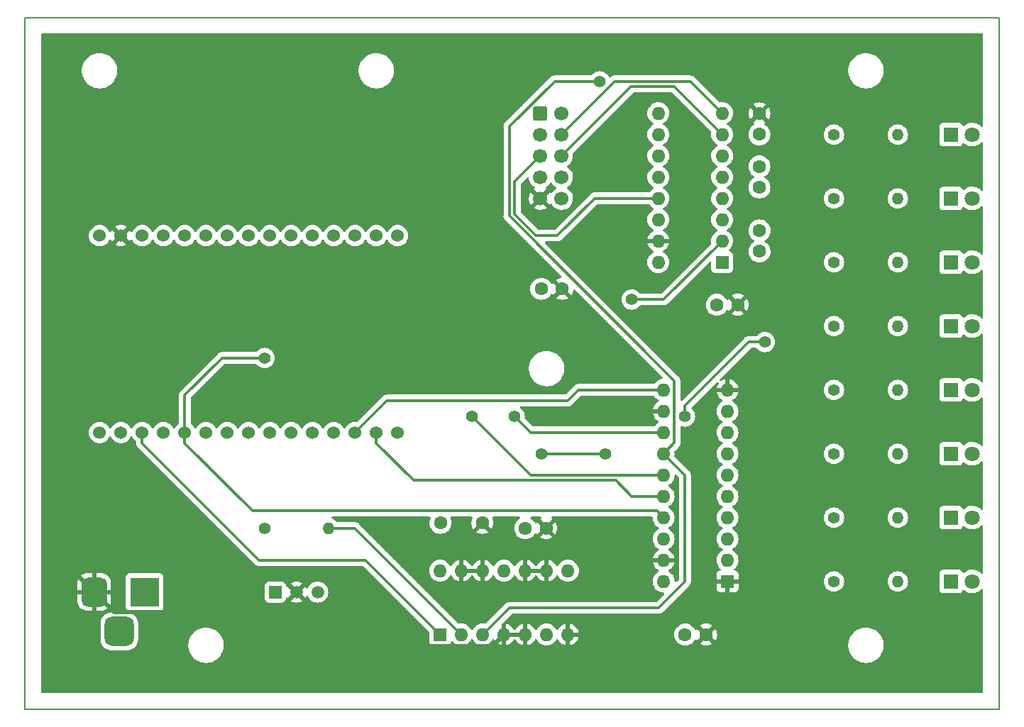
<source format=gbr>
G04 #@! TF.GenerationSoftware,KiCad,Pcbnew,(6.0.5)*
G04 #@! TF.CreationDate,2023-02-13T16:39:57+00:00*
G04 #@! TF.ProjectId,MyRetroWiFiModem,4d795265-7472-46f5-9769-46694d6f6465,1*
G04 #@! TF.SameCoordinates,Original*
G04 #@! TF.FileFunction,Copper,L2,Bot*
G04 #@! TF.FilePolarity,Positive*
%FSLAX46Y46*%
G04 Gerber Fmt 4.6, Leading zero omitted, Abs format (unit mm)*
G04 Created by KiCad (PCBNEW (6.0.5)) date 2023-02-13 16:39:57*
%MOMM*%
%LPD*%
G01*
G04 APERTURE LIST*
G04 Aperture macros list*
%AMRoundRect*
0 Rectangle with rounded corners*
0 $1 Rounding radius*
0 $2 $3 $4 $5 $6 $7 $8 $9 X,Y pos of 4 corners*
0 Add a 4 corners polygon primitive as box body*
4,1,4,$2,$3,$4,$5,$6,$7,$8,$9,$2,$3,0*
0 Add four circle primitives for the rounded corners*
1,1,$1+$1,$2,$3*
1,1,$1+$1,$4,$5*
1,1,$1+$1,$6,$7*
1,1,$1+$1,$8,$9*
0 Add four rect primitives between the rounded corners*
20,1,$1+$1,$2,$3,$4,$5,0*
20,1,$1+$1,$4,$5,$6,$7,0*
20,1,$1+$1,$6,$7,$8,$9,0*
20,1,$1+$1,$8,$9,$2,$3,0*%
G04 Aperture macros list end*
G04 #@! TA.AperFunction,Profile*
%ADD10C,0.150000*%
G04 #@! TD*
G04 #@! TA.AperFunction,ComponentPad*
%ADD11C,1.600000*%
G04 #@! TD*
G04 #@! TA.AperFunction,ComponentPad*
%ADD12C,1.400000*%
G04 #@! TD*
G04 #@! TA.AperFunction,ComponentPad*
%ADD13O,1.400000X1.400000*%
G04 #@! TD*
G04 #@! TA.AperFunction,ComponentPad*
%ADD14R,1.600000X1.600000*%
G04 #@! TD*
G04 #@! TA.AperFunction,ComponentPad*
%ADD15O,1.600000X1.600000*%
G04 #@! TD*
G04 #@! TA.AperFunction,ComponentPad*
%ADD16RoundRect,0.250000X-0.600000X-0.600000X0.600000X-0.600000X0.600000X0.600000X-0.600000X0.600000X0*%
G04 #@! TD*
G04 #@! TA.AperFunction,ComponentPad*
%ADD17C,1.700000*%
G04 #@! TD*
G04 #@! TA.AperFunction,ComponentPad*
%ADD18C,1.524000*%
G04 #@! TD*
G04 #@! TA.AperFunction,ComponentPad*
%ADD19R,1.800000X1.800000*%
G04 #@! TD*
G04 #@! TA.AperFunction,ComponentPad*
%ADD20C,1.800000*%
G04 #@! TD*
G04 #@! TA.AperFunction,ComponentPad*
%ADD21R,1.500000X1.500000*%
G04 #@! TD*
G04 #@! TA.AperFunction,ComponentPad*
%ADD22C,1.500000*%
G04 #@! TD*
G04 #@! TA.AperFunction,ComponentPad*
%ADD23R,3.500000X3.500000*%
G04 #@! TD*
G04 #@! TA.AperFunction,ComponentPad*
%ADD24RoundRect,0.750000X-0.750000X-1.000000X0.750000X-1.000000X0.750000X1.000000X-0.750000X1.000000X0*%
G04 #@! TD*
G04 #@! TA.AperFunction,ComponentPad*
%ADD25RoundRect,0.875000X-0.875000X-0.875000X0.875000X-0.875000X0.875000X0.875000X-0.875000X0.875000X0*%
G04 #@! TD*
G04 #@! TA.AperFunction,ViaPad*
%ADD26C,1.400000*%
G04 #@! TD*
G04 #@! TA.AperFunction,Conductor*
%ADD27C,0.380000*%
G04 #@! TD*
G04 #@! TA.AperFunction,Conductor*
%ADD28C,0.500000*%
G04 #@! TD*
G04 APERTURE END LIST*
D10*
X107950000Y-44450000D02*
X224155000Y-44450000D01*
X224155000Y-44450000D02*
X224155000Y-127000000D01*
X224155000Y-127000000D02*
X107950000Y-127000000D01*
X107950000Y-127000000D02*
X107950000Y-44450000D01*
D11*
X169545000Y-76835000D03*
X172045000Y-76835000D03*
D12*
X136525000Y-105405000D03*
D13*
X144145000Y-105405000D03*
D12*
X204470000Y-66040000D03*
D13*
X212090000Y-66040000D03*
D11*
X195570000Y-58395000D03*
X195570000Y-55895000D03*
D14*
X191760000Y-111760000D03*
D15*
X191760000Y-109220000D03*
X191760000Y-106680000D03*
X191760000Y-104140000D03*
X191760000Y-101600000D03*
X191760000Y-99060000D03*
X191760000Y-96520000D03*
X191760000Y-93980000D03*
X191760000Y-91440000D03*
X191760000Y-88900000D03*
X184140000Y-88900000D03*
X184140000Y-91440000D03*
X184140000Y-93980000D03*
X184140000Y-96520000D03*
X184140000Y-99060000D03*
X184140000Y-101600000D03*
X184140000Y-104140000D03*
X184140000Y-106680000D03*
X184140000Y-109220000D03*
X184140000Y-111760000D03*
D16*
X169427500Y-55880000D03*
D17*
X171967500Y-55880000D03*
X169427500Y-58420000D03*
X171967500Y-58420000D03*
X169427500Y-60960000D03*
X171967500Y-60960000D03*
X169427500Y-63500000D03*
X171967500Y-63500000D03*
X169427500Y-66040000D03*
X171967500Y-66040000D03*
D12*
X204470000Y-81280000D03*
D13*
X212090000Y-81280000D03*
D12*
X204470000Y-73660000D03*
D13*
X212090000Y-73660000D03*
D18*
X152400000Y-70485000D03*
X149860000Y-70485000D03*
X147320000Y-70485000D03*
X144780000Y-70485000D03*
X142240000Y-70485000D03*
X139700000Y-70485000D03*
X137160000Y-70485000D03*
X134620000Y-70485000D03*
X132080000Y-70485000D03*
X129540000Y-70485000D03*
X127000000Y-70485000D03*
X124460000Y-70485000D03*
X121920000Y-70485000D03*
X119380000Y-70485000D03*
X116840000Y-70485000D03*
X116840000Y-93980000D03*
X119380000Y-93980000D03*
X121920000Y-93980000D03*
X124460000Y-93980000D03*
X127000000Y-93980000D03*
X129540000Y-93980000D03*
X132080000Y-93980000D03*
X134620000Y-93980000D03*
X137160000Y-93980000D03*
X139700000Y-93980000D03*
X142240000Y-93980000D03*
X144780000Y-93980000D03*
X147320000Y-93980000D03*
X149860000Y-93980000D03*
X152400000Y-93980000D03*
D19*
X218440000Y-81280000D03*
D20*
X220980000Y-81280000D03*
D11*
X195580000Y-72370000D03*
X195580000Y-69870000D03*
D12*
X204470000Y-88900000D03*
D13*
X212090000Y-88900000D03*
D19*
X218440000Y-58420000D03*
D20*
X220980000Y-58420000D03*
D21*
X137795000Y-113030000D03*
D22*
X140335000Y-113030000D03*
X142875000Y-113030000D03*
D23*
X122205000Y-113020000D03*
D24*
X116205000Y-113020000D03*
D25*
X119205000Y-117720000D03*
D14*
X191125000Y-73645000D03*
D15*
X191125000Y-71105000D03*
X191125000Y-68565000D03*
X191125000Y-66025000D03*
X191125000Y-63485000D03*
X191125000Y-60945000D03*
X191125000Y-58405000D03*
X191125000Y-55865000D03*
X183505000Y-55865000D03*
X183505000Y-58405000D03*
X183505000Y-60945000D03*
X183505000Y-63485000D03*
X183505000Y-66025000D03*
X183505000Y-68565000D03*
X183505000Y-71105000D03*
X183505000Y-73645000D03*
D11*
X167640000Y-105410000D03*
X170140000Y-105410000D03*
D12*
X204470000Y-58420000D03*
D13*
X212090000Y-58420000D03*
D11*
X190500000Y-78740000D03*
X193000000Y-78740000D03*
D19*
X218440000Y-88900000D03*
D20*
X220980000Y-88900000D03*
D14*
X157480000Y-118100000D03*
D15*
X160020000Y-118100000D03*
X162560000Y-118100000D03*
X165100000Y-118100000D03*
X167640000Y-118100000D03*
X170180000Y-118100000D03*
X172720000Y-118100000D03*
X172720000Y-110480000D03*
X170180000Y-110480000D03*
X167640000Y-110480000D03*
X165100000Y-110480000D03*
X162560000Y-110480000D03*
X160020000Y-110480000D03*
X157480000Y-110480000D03*
D19*
X218440000Y-104140000D03*
D20*
X220980000Y-104140000D03*
D19*
X218440000Y-66040000D03*
D20*
X220980000Y-66040000D03*
D12*
X204470000Y-96520000D03*
D13*
X212090000Y-96520000D03*
D12*
X204470000Y-111760000D03*
D13*
X212090000Y-111760000D03*
D11*
X186710000Y-118110000D03*
X189210000Y-118110000D03*
D19*
X218440000Y-111760000D03*
D20*
X220980000Y-111760000D03*
D11*
X195570000Y-64725000D03*
X195570000Y-62225000D03*
D19*
X218440000Y-73660000D03*
D20*
X220980000Y-73660000D03*
D12*
X204470000Y-104140000D03*
D13*
X212090000Y-104140000D03*
D11*
X157520000Y-104775000D03*
X162520000Y-104775000D03*
D19*
X218440000Y-96520000D03*
D20*
X220980000Y-96520000D03*
D26*
X180340000Y-78105000D03*
X196215000Y-83185000D03*
X186690000Y-92075000D03*
X166370000Y-92075000D03*
X176530000Y-52070000D03*
X161290000Y-92075000D03*
X136525000Y-85090000D03*
X177165000Y-96520000D03*
X169545000Y-96520000D03*
D27*
X184125000Y-78105000D02*
X191125000Y-71105000D01*
X180340000Y-78105000D02*
X184125000Y-78105000D01*
D28*
X118605480Y-115420480D02*
X116205000Y-113020000D01*
X115570000Y-68580000D02*
X113665000Y-70485000D01*
X146754511Y-119449511D02*
X163750489Y-119449511D01*
X117475000Y-68580000D02*
X115570000Y-68580000D01*
X137944520Y-115420480D02*
X140335000Y-113030000D01*
X113665000Y-70485000D02*
X113665000Y-110480000D01*
X140335000Y-113030000D02*
X146754511Y-119449511D01*
X163750489Y-119449511D02*
X165100000Y-118100000D01*
X113665000Y-110480000D02*
X116205000Y-113020000D01*
X119380000Y-70485000D02*
X117475000Y-68580000D01*
X137944520Y-115420480D02*
X118605480Y-115420480D01*
D27*
X187330000Y-52070000D02*
X178317500Y-52070000D01*
X191125000Y-55865000D02*
X187330000Y-52070000D01*
X178317500Y-52070000D02*
X171967500Y-58420000D01*
X175910000Y-66025000D02*
X171450000Y-70485000D01*
X171450000Y-70485000D02*
X168910000Y-70485000D01*
X166370000Y-67945000D02*
X166370000Y-64017500D01*
X166370000Y-64017500D02*
X169427500Y-60960000D01*
X168910000Y-70485000D02*
X166370000Y-67945000D01*
X183505000Y-66025000D02*
X175910000Y-66025000D01*
X180222500Y-52705000D02*
X171967500Y-60960000D01*
X185425000Y-52705000D02*
X180222500Y-52705000D01*
X191125000Y-58405000D02*
X185425000Y-52705000D01*
X147325000Y-105405000D02*
X160020000Y-118100000D01*
X144145000Y-105405000D02*
X147325000Y-105405000D01*
X172720000Y-90170000D02*
X151130000Y-90170000D01*
X184140000Y-88900000D02*
X173990000Y-88900000D01*
X151130000Y-90170000D02*
X147320000Y-93980000D01*
X173990000Y-88900000D02*
X172720000Y-90170000D01*
X196215000Y-83185000D02*
X194310000Y-83185000D01*
X186690000Y-90805000D02*
X186690000Y-92075000D01*
X194310000Y-83185000D02*
X186690000Y-90805000D01*
X168275000Y-93980000D02*
X166370000Y-92075000D01*
X184140000Y-93980000D02*
X168275000Y-93980000D01*
X165725000Y-114935000D02*
X183515000Y-114935000D01*
X162560000Y-118100000D02*
X165725000Y-114935000D01*
X186690000Y-99070000D02*
X184140000Y-96520000D01*
X185429511Y-87824076D02*
X165735000Y-68129565D01*
X184140000Y-96520000D02*
X185429511Y-95230489D01*
X171133083Y-52070000D02*
X176530000Y-52070000D01*
X185429511Y-95230489D02*
X185429511Y-87824076D01*
X165735000Y-57468083D02*
X171133083Y-52070000D01*
X165735000Y-68129565D02*
X165735000Y-57468083D01*
X183515000Y-114935000D02*
X186690000Y-111760000D01*
X186690000Y-111760000D02*
X186690000Y-99070000D01*
X168275000Y-99060000D02*
X161290000Y-92075000D01*
X184140000Y-99060000D02*
X168275000Y-99060000D01*
X180340000Y-101600000D02*
X178435000Y-99695000D01*
X154305000Y-99695000D02*
X149860000Y-95250000D01*
X149860000Y-95250000D02*
X149860000Y-93980000D01*
X178435000Y-99695000D02*
X154305000Y-99695000D01*
X184140000Y-101600000D02*
X180340000Y-101600000D01*
X131445000Y-85090000D02*
X127000000Y-89535000D01*
X183340001Y-103340001D02*
X135090001Y-103340001D01*
X184140000Y-104140000D02*
X183340001Y-103340001D01*
X127000000Y-93980000D02*
X127000000Y-95250000D01*
X135090001Y-103340001D02*
X127000000Y-95250000D01*
X127000000Y-89535000D02*
X127000000Y-93980000D01*
X136525000Y-85090000D02*
X131445000Y-85090000D01*
X169545000Y-96520000D02*
X177165000Y-96520000D01*
X121920000Y-95250000D02*
X135890000Y-109220000D01*
X135890000Y-109220000D02*
X148600000Y-109220000D01*
X148600000Y-109220000D02*
X157480000Y-118100000D01*
X121920000Y-93980000D02*
X121920000Y-95250000D01*
G04 #@! TA.AperFunction,Conductor*
G36*
X222192121Y-46375002D02*
G01*
X222238614Y-46428658D01*
X222250000Y-46481000D01*
X222250000Y-57397082D01*
X222229998Y-57465203D01*
X222176342Y-57511696D01*
X222106068Y-57521800D01*
X222041488Y-57492306D01*
X222030806Y-57481881D01*
X221971627Y-57416844D01*
X221943887Y-57386358D01*
X221939836Y-57383159D01*
X221939832Y-57383155D01*
X221766177Y-57246011D01*
X221766172Y-57246008D01*
X221762123Y-57242810D01*
X221757607Y-57240317D01*
X221757604Y-57240315D01*
X221563879Y-57133373D01*
X221563875Y-57133371D01*
X221559355Y-57130876D01*
X221554486Y-57129152D01*
X221554482Y-57129150D01*
X221345903Y-57055288D01*
X221345899Y-57055287D01*
X221341028Y-57053562D01*
X221335935Y-57052655D01*
X221335932Y-57052654D01*
X221118095Y-57013851D01*
X221118089Y-57013850D01*
X221113006Y-57012945D01*
X221040096Y-57012054D01*
X220886581Y-57010179D01*
X220886579Y-57010179D01*
X220881411Y-57010116D01*
X220652464Y-57045150D01*
X220432314Y-57117106D01*
X220427726Y-57119494D01*
X220427722Y-57119496D01*
X220258931Y-57207363D01*
X220226872Y-57224052D01*
X220222739Y-57227155D01*
X220222736Y-57227157D01*
X220047756Y-57358536D01*
X220041655Y-57363117D01*
X220032625Y-57372566D01*
X220024170Y-57381414D01*
X219962646Y-57416844D01*
X219891733Y-57413387D01*
X219833947Y-57372141D01*
X219815094Y-57338592D01*
X219793768Y-57281705D01*
X219793767Y-57281703D01*
X219790615Y-57273295D01*
X219703261Y-57156739D01*
X219586705Y-57069385D01*
X219450316Y-57018255D01*
X219388134Y-57011500D01*
X217491866Y-57011500D01*
X217429684Y-57018255D01*
X217293295Y-57069385D01*
X217176739Y-57156739D01*
X217089385Y-57273295D01*
X217038255Y-57409684D01*
X217031500Y-57471866D01*
X217031500Y-59368134D01*
X217038255Y-59430316D01*
X217089385Y-59566705D01*
X217176739Y-59683261D01*
X217293295Y-59770615D01*
X217429684Y-59821745D01*
X217491866Y-59828500D01*
X219388134Y-59828500D01*
X219450316Y-59821745D01*
X219586705Y-59770615D01*
X219703261Y-59683261D01*
X219790615Y-59566705D01*
X219815180Y-59501178D01*
X219857822Y-59444414D01*
X219924383Y-59419714D01*
X219993732Y-59434921D01*
X220013647Y-59448464D01*
X220145142Y-59557633D01*
X220169349Y-59577730D01*
X220369322Y-59694584D01*
X220374147Y-59696426D01*
X220374148Y-59696427D01*
X220405759Y-59708498D01*
X220585694Y-59777209D01*
X220590760Y-59778240D01*
X220590761Y-59778240D01*
X220643846Y-59789040D01*
X220812656Y-59823385D01*
X220942089Y-59828131D01*
X221038949Y-59831683D01*
X221038953Y-59831683D01*
X221044113Y-59831872D01*
X221049233Y-59831216D01*
X221049235Y-59831216D01*
X221123166Y-59821745D01*
X221273847Y-59802442D01*
X221278795Y-59800957D01*
X221278802Y-59800956D01*
X221490747Y-59737369D01*
X221495690Y-59735886D01*
X221500324Y-59733616D01*
X221699049Y-59636262D01*
X221699052Y-59636260D01*
X221703684Y-59633991D01*
X221892243Y-59499494D01*
X222035060Y-59357174D01*
X222097431Y-59323258D01*
X222168238Y-59328446D01*
X222225000Y-59371092D01*
X222249694Y-59437655D01*
X222250000Y-59446425D01*
X222250000Y-65017082D01*
X222229998Y-65085203D01*
X222176342Y-65131696D01*
X222106068Y-65141800D01*
X222041488Y-65112306D01*
X222030806Y-65101881D01*
X221968481Y-65033387D01*
X221943887Y-65006358D01*
X221939836Y-65003159D01*
X221939832Y-65003155D01*
X221766177Y-64866011D01*
X221766172Y-64866008D01*
X221762123Y-64862810D01*
X221757607Y-64860317D01*
X221757604Y-64860315D01*
X221563879Y-64753373D01*
X221563875Y-64753371D01*
X221559355Y-64750876D01*
X221554486Y-64749152D01*
X221554482Y-64749150D01*
X221345903Y-64675288D01*
X221345899Y-64675287D01*
X221341028Y-64673562D01*
X221335935Y-64672655D01*
X221335932Y-64672654D01*
X221118095Y-64633851D01*
X221118089Y-64633850D01*
X221113006Y-64632945D01*
X221040096Y-64632054D01*
X220886581Y-64630179D01*
X220886579Y-64630179D01*
X220881411Y-64630116D01*
X220652464Y-64665150D01*
X220432314Y-64737106D01*
X220427726Y-64739494D01*
X220427722Y-64739496D01*
X220258931Y-64827363D01*
X220226872Y-64844052D01*
X220222739Y-64847155D01*
X220222736Y-64847157D01*
X220081651Y-64953087D01*
X220041655Y-64983117D01*
X220032625Y-64992566D01*
X220024170Y-65001414D01*
X219962646Y-65036844D01*
X219891733Y-65033387D01*
X219833947Y-64992141D01*
X219815094Y-64958592D01*
X219793768Y-64901705D01*
X219793767Y-64901703D01*
X219790615Y-64893295D01*
X219703261Y-64776739D01*
X219586705Y-64689385D01*
X219450316Y-64638255D01*
X219388134Y-64631500D01*
X217491866Y-64631500D01*
X217429684Y-64638255D01*
X217293295Y-64689385D01*
X217176739Y-64776739D01*
X217089385Y-64893295D01*
X217038255Y-65029684D01*
X217031500Y-65091866D01*
X217031500Y-66988134D01*
X217038255Y-67050316D01*
X217089385Y-67186705D01*
X217176739Y-67303261D01*
X217293295Y-67390615D01*
X217429684Y-67441745D01*
X217491866Y-67448500D01*
X219388134Y-67448500D01*
X219450316Y-67441745D01*
X219586705Y-67390615D01*
X219703261Y-67303261D01*
X219790615Y-67186705D01*
X219815180Y-67121178D01*
X219857822Y-67064414D01*
X219924383Y-67039714D01*
X219993732Y-67054921D01*
X220013647Y-67068464D01*
X220129748Y-67164853D01*
X220169349Y-67197730D01*
X220369322Y-67314584D01*
X220585694Y-67397209D01*
X220590760Y-67398240D01*
X220590761Y-67398240D01*
X220604632Y-67401062D01*
X220812656Y-67443385D01*
X220942089Y-67448131D01*
X221038949Y-67451683D01*
X221038953Y-67451683D01*
X221044113Y-67451872D01*
X221049233Y-67451216D01*
X221049235Y-67451216D01*
X221123166Y-67441745D01*
X221273847Y-67422442D01*
X221278795Y-67420957D01*
X221278802Y-67420956D01*
X221490747Y-67357369D01*
X221495690Y-67355886D01*
X221500324Y-67353616D01*
X221699049Y-67256262D01*
X221699052Y-67256260D01*
X221703684Y-67253991D01*
X221892243Y-67119494D01*
X222035060Y-66977174D01*
X222097431Y-66943258D01*
X222168238Y-66948446D01*
X222225000Y-66991092D01*
X222249694Y-67057655D01*
X222250000Y-67066425D01*
X222250000Y-72637082D01*
X222229998Y-72705203D01*
X222176342Y-72751696D01*
X222106068Y-72761800D01*
X222041488Y-72732306D01*
X222030806Y-72721881D01*
X221968481Y-72653387D01*
X221943887Y-72626358D01*
X221939836Y-72623159D01*
X221939832Y-72623155D01*
X221766177Y-72486011D01*
X221766172Y-72486008D01*
X221762123Y-72482810D01*
X221757607Y-72480317D01*
X221757604Y-72480315D01*
X221563879Y-72373373D01*
X221563875Y-72373371D01*
X221559355Y-72370876D01*
X221554486Y-72369152D01*
X221554482Y-72369150D01*
X221345903Y-72295288D01*
X221345899Y-72295287D01*
X221341028Y-72293562D01*
X221335935Y-72292655D01*
X221335932Y-72292654D01*
X221118095Y-72253851D01*
X221118089Y-72253850D01*
X221113006Y-72252945D01*
X221040096Y-72252054D01*
X220886581Y-72250179D01*
X220886579Y-72250179D01*
X220881411Y-72250116D01*
X220652464Y-72285150D01*
X220432314Y-72357106D01*
X220427726Y-72359494D01*
X220427722Y-72359496D01*
X220258931Y-72447363D01*
X220226872Y-72464052D01*
X220222739Y-72467155D01*
X220222736Y-72467157D01*
X220074319Y-72578592D01*
X220041655Y-72603117D01*
X220032625Y-72612566D01*
X220024170Y-72621414D01*
X219962646Y-72656844D01*
X219891733Y-72653387D01*
X219833947Y-72612141D01*
X219815094Y-72578592D01*
X219793768Y-72521705D01*
X219793767Y-72521703D01*
X219790615Y-72513295D01*
X219703261Y-72396739D01*
X219586705Y-72309385D01*
X219450316Y-72258255D01*
X219388134Y-72251500D01*
X217491866Y-72251500D01*
X217429684Y-72258255D01*
X217293295Y-72309385D01*
X217176739Y-72396739D01*
X217089385Y-72513295D01*
X217038255Y-72649684D01*
X217031500Y-72711866D01*
X217031500Y-74608134D01*
X217038255Y-74670316D01*
X217089385Y-74806705D01*
X217176739Y-74923261D01*
X217293295Y-75010615D01*
X217429684Y-75061745D01*
X217491866Y-75068500D01*
X219388134Y-75068500D01*
X219450316Y-75061745D01*
X219586705Y-75010615D01*
X219703261Y-74923261D01*
X219790615Y-74806705D01*
X219815180Y-74741178D01*
X219857822Y-74684414D01*
X219924383Y-74659714D01*
X219993732Y-74674921D01*
X220013647Y-74688464D01*
X220164425Y-74813642D01*
X220169349Y-74817730D01*
X220369322Y-74934584D01*
X220374147Y-74936426D01*
X220374148Y-74936427D01*
X220380944Y-74939022D01*
X220585694Y-75017209D01*
X220590760Y-75018240D01*
X220590761Y-75018240D01*
X220643846Y-75029040D01*
X220812656Y-75063385D01*
X220942089Y-75068131D01*
X221038949Y-75071683D01*
X221038953Y-75071683D01*
X221044113Y-75071872D01*
X221049233Y-75071216D01*
X221049235Y-75071216D01*
X221123166Y-75061745D01*
X221273847Y-75042442D01*
X221278795Y-75040957D01*
X221278802Y-75040956D01*
X221490747Y-74977369D01*
X221495690Y-74975886D01*
X221500324Y-74973616D01*
X221699049Y-74876262D01*
X221699052Y-74876260D01*
X221703684Y-74873991D01*
X221892243Y-74739494D01*
X222035060Y-74597174D01*
X222097431Y-74563258D01*
X222168238Y-74568446D01*
X222225000Y-74611092D01*
X222249694Y-74677655D01*
X222250000Y-74686425D01*
X222250000Y-80257082D01*
X222229998Y-80325203D01*
X222176342Y-80371696D01*
X222106068Y-80381800D01*
X222041488Y-80352306D01*
X222030806Y-80341881D01*
X221968481Y-80273387D01*
X221943887Y-80246358D01*
X221939836Y-80243159D01*
X221939832Y-80243155D01*
X221766177Y-80106011D01*
X221766172Y-80106008D01*
X221762123Y-80102810D01*
X221757607Y-80100317D01*
X221757604Y-80100315D01*
X221563879Y-79993373D01*
X221563875Y-79993371D01*
X221559355Y-79990876D01*
X221554486Y-79989152D01*
X221554482Y-79989150D01*
X221345903Y-79915288D01*
X221345899Y-79915287D01*
X221341028Y-79913562D01*
X221335935Y-79912655D01*
X221335932Y-79912654D01*
X221118095Y-79873851D01*
X221118089Y-79873850D01*
X221113006Y-79872945D01*
X221040096Y-79872054D01*
X220886581Y-79870179D01*
X220886579Y-79870179D01*
X220881411Y-79870116D01*
X220652464Y-79905150D01*
X220432314Y-79977106D01*
X220427726Y-79979494D01*
X220427722Y-79979496D01*
X220258931Y-80067363D01*
X220226872Y-80084052D01*
X220222739Y-80087155D01*
X220222736Y-80087157D01*
X220074319Y-80198592D01*
X220041655Y-80223117D01*
X220032625Y-80232566D01*
X220024170Y-80241414D01*
X219962646Y-80276844D01*
X219891733Y-80273387D01*
X219833947Y-80232141D01*
X219815094Y-80198592D01*
X219793768Y-80141705D01*
X219793767Y-80141703D01*
X219790615Y-80133295D01*
X219703261Y-80016739D01*
X219586705Y-79929385D01*
X219450316Y-79878255D01*
X219388134Y-79871500D01*
X217491866Y-79871500D01*
X217429684Y-79878255D01*
X217293295Y-79929385D01*
X217176739Y-80016739D01*
X217089385Y-80133295D01*
X217038255Y-80269684D01*
X217031500Y-80331866D01*
X217031500Y-82228134D01*
X217038255Y-82290316D01*
X217089385Y-82426705D01*
X217176739Y-82543261D01*
X217293295Y-82630615D01*
X217429684Y-82681745D01*
X217491866Y-82688500D01*
X219388134Y-82688500D01*
X219450316Y-82681745D01*
X219586705Y-82630615D01*
X219703261Y-82543261D01*
X219790615Y-82426705D01*
X219815180Y-82361178D01*
X219857822Y-82304414D01*
X219924383Y-82279714D01*
X219993732Y-82294921D01*
X220013647Y-82308464D01*
X220078724Y-82362492D01*
X220169349Y-82437730D01*
X220369322Y-82554584D01*
X220374147Y-82556426D01*
X220374148Y-82556427D01*
X220420002Y-82573937D01*
X220585694Y-82637209D01*
X220590760Y-82638240D01*
X220590761Y-82638240D01*
X220643846Y-82649040D01*
X220812656Y-82683385D01*
X220942089Y-82688131D01*
X221038949Y-82691683D01*
X221038953Y-82691683D01*
X221044113Y-82691872D01*
X221049233Y-82691216D01*
X221049235Y-82691216D01*
X221123166Y-82681745D01*
X221273847Y-82662442D01*
X221278795Y-82660957D01*
X221278802Y-82660956D01*
X221490747Y-82597369D01*
X221495690Y-82595886D01*
X221519985Y-82583984D01*
X221699049Y-82496262D01*
X221699052Y-82496260D01*
X221703684Y-82493991D01*
X221892243Y-82359494D01*
X222035060Y-82217174D01*
X222097431Y-82183258D01*
X222168238Y-82188446D01*
X222225000Y-82231092D01*
X222249694Y-82297655D01*
X222250000Y-82306425D01*
X222250000Y-87877082D01*
X222229998Y-87945203D01*
X222176342Y-87991696D01*
X222106068Y-88001800D01*
X222041488Y-87972306D01*
X222030806Y-87961881D01*
X221968481Y-87893387D01*
X221943887Y-87866358D01*
X221939836Y-87863159D01*
X221939832Y-87863155D01*
X221766177Y-87726011D01*
X221766172Y-87726008D01*
X221762123Y-87722810D01*
X221757607Y-87720317D01*
X221757604Y-87720315D01*
X221563879Y-87613373D01*
X221563875Y-87613371D01*
X221559355Y-87610876D01*
X221554486Y-87609152D01*
X221554482Y-87609150D01*
X221345903Y-87535288D01*
X221345899Y-87535287D01*
X221341028Y-87533562D01*
X221335935Y-87532655D01*
X221335932Y-87532654D01*
X221118095Y-87493851D01*
X221118089Y-87493850D01*
X221113006Y-87492945D01*
X221040096Y-87492054D01*
X220886581Y-87490179D01*
X220886579Y-87490179D01*
X220881411Y-87490116D01*
X220652464Y-87525150D01*
X220432314Y-87597106D01*
X220427726Y-87599494D01*
X220427722Y-87599496D01*
X220258931Y-87687363D01*
X220226872Y-87704052D01*
X220222739Y-87707155D01*
X220222736Y-87707157D01*
X220048234Y-87838177D01*
X220041655Y-87843117D01*
X220032625Y-87852566D01*
X220024170Y-87861414D01*
X219962646Y-87896844D01*
X219891733Y-87893387D01*
X219833947Y-87852141D01*
X219815094Y-87818592D01*
X219793768Y-87761705D01*
X219793767Y-87761703D01*
X219790615Y-87753295D01*
X219703261Y-87636739D01*
X219586705Y-87549385D01*
X219450316Y-87498255D01*
X219388134Y-87491500D01*
X217491866Y-87491500D01*
X217429684Y-87498255D01*
X217293295Y-87549385D01*
X217176739Y-87636739D01*
X217089385Y-87753295D01*
X217038255Y-87889684D01*
X217031500Y-87951866D01*
X217031500Y-89848134D01*
X217038255Y-89910316D01*
X217089385Y-90046705D01*
X217176739Y-90163261D01*
X217293295Y-90250615D01*
X217429684Y-90301745D01*
X217491866Y-90308500D01*
X219388134Y-90308500D01*
X219450316Y-90301745D01*
X219586705Y-90250615D01*
X219703261Y-90163261D01*
X219790615Y-90046705D01*
X219815180Y-89981178D01*
X219857822Y-89924414D01*
X219924383Y-89899714D01*
X219993732Y-89914921D01*
X220013647Y-89928464D01*
X220145142Y-90037633D01*
X220169349Y-90057730D01*
X220369322Y-90174584D01*
X220585694Y-90257209D01*
X220590760Y-90258240D01*
X220590761Y-90258240D01*
X220643846Y-90269040D01*
X220812656Y-90303385D01*
X220942089Y-90308131D01*
X221038949Y-90311683D01*
X221038953Y-90311683D01*
X221044113Y-90311872D01*
X221049233Y-90311216D01*
X221049235Y-90311216D01*
X221135608Y-90300151D01*
X221273847Y-90282442D01*
X221278795Y-90280957D01*
X221278802Y-90280956D01*
X221490747Y-90217369D01*
X221495690Y-90215886D01*
X221516450Y-90205716D01*
X221699049Y-90116262D01*
X221699052Y-90116260D01*
X221703684Y-90113991D01*
X221892243Y-89979494D01*
X222035060Y-89837174D01*
X222097431Y-89803258D01*
X222168238Y-89808446D01*
X222225000Y-89851092D01*
X222249694Y-89917655D01*
X222250000Y-89926425D01*
X222250000Y-95497082D01*
X222229998Y-95565203D01*
X222176342Y-95611696D01*
X222106068Y-95621800D01*
X222041488Y-95592306D01*
X222030806Y-95581881D01*
X222021693Y-95571866D01*
X221943887Y-95486358D01*
X221939836Y-95483159D01*
X221939832Y-95483155D01*
X221766177Y-95346011D01*
X221766172Y-95346008D01*
X221762123Y-95342810D01*
X221757607Y-95340317D01*
X221757604Y-95340315D01*
X221563879Y-95233373D01*
X221563875Y-95233371D01*
X221559355Y-95230876D01*
X221554486Y-95229152D01*
X221554482Y-95229150D01*
X221345903Y-95155288D01*
X221345899Y-95155287D01*
X221341028Y-95153562D01*
X221335935Y-95152655D01*
X221335932Y-95152654D01*
X221118095Y-95113851D01*
X221118089Y-95113850D01*
X221113006Y-95112945D01*
X221040096Y-95112054D01*
X220886581Y-95110179D01*
X220886579Y-95110179D01*
X220881411Y-95110116D01*
X220652464Y-95145150D01*
X220432314Y-95217106D01*
X220427726Y-95219494D01*
X220427722Y-95219496D01*
X220231461Y-95321663D01*
X220226872Y-95324052D01*
X220222739Y-95327155D01*
X220222736Y-95327157D01*
X220062022Y-95447825D01*
X220041655Y-95463117D01*
X220032625Y-95472566D01*
X220024170Y-95481414D01*
X219962646Y-95516844D01*
X219891733Y-95513387D01*
X219833947Y-95472141D01*
X219815094Y-95438592D01*
X219793768Y-95381705D01*
X219793767Y-95381703D01*
X219790615Y-95373295D01*
X219703261Y-95256739D01*
X219586705Y-95169385D01*
X219450316Y-95118255D01*
X219388134Y-95111500D01*
X217491866Y-95111500D01*
X217429684Y-95118255D01*
X217293295Y-95169385D01*
X217176739Y-95256739D01*
X217089385Y-95373295D01*
X217038255Y-95509684D01*
X217031500Y-95571866D01*
X217031500Y-97468134D01*
X217038255Y-97530316D01*
X217089385Y-97666705D01*
X217176739Y-97783261D01*
X217293295Y-97870615D01*
X217429684Y-97921745D01*
X217491866Y-97928500D01*
X219388134Y-97928500D01*
X219450316Y-97921745D01*
X219586705Y-97870615D01*
X219703261Y-97783261D01*
X219790615Y-97666705D01*
X219815180Y-97601178D01*
X219857822Y-97544414D01*
X219924383Y-97519714D01*
X219993732Y-97534921D01*
X220013647Y-97548464D01*
X220145142Y-97657633D01*
X220169349Y-97677730D01*
X220369322Y-97794584D01*
X220585694Y-97877209D01*
X220590760Y-97878240D01*
X220590761Y-97878240D01*
X220643846Y-97889040D01*
X220812656Y-97923385D01*
X220942089Y-97928131D01*
X221038949Y-97931683D01*
X221038953Y-97931683D01*
X221044113Y-97931872D01*
X221049233Y-97931216D01*
X221049235Y-97931216D01*
X221135608Y-97920151D01*
X221273847Y-97902442D01*
X221278795Y-97900957D01*
X221278802Y-97900956D01*
X221490747Y-97837369D01*
X221495690Y-97835886D01*
X221576236Y-97796427D01*
X221699049Y-97736262D01*
X221699052Y-97736260D01*
X221703684Y-97733991D01*
X221892243Y-97599494D01*
X222035060Y-97457174D01*
X222097431Y-97423258D01*
X222168238Y-97428446D01*
X222225000Y-97471092D01*
X222249694Y-97537655D01*
X222250000Y-97546425D01*
X222250000Y-103117082D01*
X222229998Y-103185203D01*
X222176342Y-103231696D01*
X222106068Y-103241800D01*
X222041488Y-103212306D01*
X222030806Y-103201881D01*
X221968481Y-103133387D01*
X221943887Y-103106358D01*
X221939836Y-103103159D01*
X221939832Y-103103155D01*
X221766177Y-102966011D01*
X221766172Y-102966008D01*
X221762123Y-102962810D01*
X221757607Y-102960317D01*
X221757604Y-102960315D01*
X221563879Y-102853373D01*
X221563875Y-102853371D01*
X221559355Y-102850876D01*
X221554486Y-102849152D01*
X221554482Y-102849150D01*
X221345903Y-102775288D01*
X221345899Y-102775287D01*
X221341028Y-102773562D01*
X221335935Y-102772655D01*
X221335932Y-102772654D01*
X221118095Y-102733851D01*
X221118089Y-102733850D01*
X221113006Y-102732945D01*
X221040096Y-102732054D01*
X220886581Y-102730179D01*
X220886579Y-102730179D01*
X220881411Y-102730116D01*
X220652464Y-102765150D01*
X220432314Y-102837106D01*
X220427726Y-102839494D01*
X220427722Y-102839496D01*
X220231461Y-102941663D01*
X220226872Y-102944052D01*
X220222739Y-102947155D01*
X220222736Y-102947157D01*
X220074319Y-103058592D01*
X220041655Y-103083117D01*
X220032625Y-103092566D01*
X220024170Y-103101414D01*
X219962646Y-103136844D01*
X219891733Y-103133387D01*
X219833947Y-103092141D01*
X219815094Y-103058592D01*
X219793768Y-103001705D01*
X219793767Y-103001703D01*
X219790615Y-102993295D01*
X219703261Y-102876739D01*
X219586705Y-102789385D01*
X219450316Y-102738255D01*
X219388134Y-102731500D01*
X217491866Y-102731500D01*
X217429684Y-102738255D01*
X217293295Y-102789385D01*
X217176739Y-102876739D01*
X217089385Y-102993295D01*
X217038255Y-103129684D01*
X217031500Y-103191866D01*
X217031500Y-105088134D01*
X217038255Y-105150316D01*
X217089385Y-105286705D01*
X217176739Y-105403261D01*
X217293295Y-105490615D01*
X217429684Y-105541745D01*
X217491866Y-105548500D01*
X219388134Y-105548500D01*
X219450316Y-105541745D01*
X219586705Y-105490615D01*
X219703261Y-105403261D01*
X219790615Y-105286705D01*
X219815180Y-105221178D01*
X219857822Y-105164414D01*
X219924383Y-105139714D01*
X219993732Y-105154921D01*
X220013647Y-105168464D01*
X220145142Y-105277633D01*
X220169349Y-105297730D01*
X220369322Y-105414584D01*
X220374147Y-105416426D01*
X220374148Y-105416427D01*
X220448665Y-105444883D01*
X220585694Y-105497209D01*
X220590760Y-105498240D01*
X220590761Y-105498240D01*
X220643846Y-105509040D01*
X220812656Y-105543385D01*
X220942089Y-105548131D01*
X221038949Y-105551683D01*
X221038953Y-105551683D01*
X221044113Y-105551872D01*
X221049233Y-105551216D01*
X221049235Y-105551216D01*
X221135608Y-105540151D01*
X221273847Y-105522442D01*
X221278795Y-105520957D01*
X221278802Y-105520956D01*
X221490747Y-105457369D01*
X221495690Y-105455886D01*
X221535758Y-105436257D01*
X221699049Y-105356262D01*
X221699052Y-105356260D01*
X221703684Y-105353991D01*
X221892243Y-105219494D01*
X222035060Y-105077174D01*
X222097431Y-105043258D01*
X222168238Y-105048446D01*
X222225000Y-105091092D01*
X222249694Y-105157655D01*
X222250000Y-105166425D01*
X222250000Y-110737082D01*
X222229998Y-110805203D01*
X222176342Y-110851696D01*
X222106068Y-110861800D01*
X222041488Y-110832306D01*
X222030806Y-110821881D01*
X221981234Y-110767402D01*
X221943887Y-110726358D01*
X221939836Y-110723159D01*
X221939832Y-110723155D01*
X221766177Y-110586011D01*
X221766172Y-110586008D01*
X221762123Y-110582810D01*
X221757607Y-110580317D01*
X221757604Y-110580315D01*
X221563879Y-110473373D01*
X221563875Y-110473371D01*
X221559355Y-110470876D01*
X221554486Y-110469152D01*
X221554482Y-110469150D01*
X221345903Y-110395288D01*
X221345899Y-110395287D01*
X221341028Y-110393562D01*
X221335935Y-110392655D01*
X221335932Y-110392654D01*
X221118095Y-110353851D01*
X221118089Y-110353850D01*
X221113006Y-110352945D01*
X221040096Y-110352054D01*
X220886581Y-110350179D01*
X220886579Y-110350179D01*
X220881411Y-110350116D01*
X220652464Y-110385150D01*
X220432314Y-110457106D01*
X220427726Y-110459494D01*
X220427722Y-110459496D01*
X220258931Y-110547363D01*
X220226872Y-110564052D01*
X220222739Y-110567155D01*
X220222736Y-110567157D01*
X220074319Y-110678592D01*
X220041655Y-110703117D01*
X220032625Y-110712566D01*
X220024170Y-110721414D01*
X219962646Y-110756844D01*
X219891733Y-110753387D01*
X219833947Y-110712141D01*
X219815094Y-110678592D01*
X219793768Y-110621705D01*
X219793767Y-110621703D01*
X219790615Y-110613295D01*
X219703261Y-110496739D01*
X219586705Y-110409385D01*
X219450316Y-110358255D01*
X219388134Y-110351500D01*
X217491866Y-110351500D01*
X217429684Y-110358255D01*
X217293295Y-110409385D01*
X217176739Y-110496739D01*
X217089385Y-110613295D01*
X217038255Y-110749684D01*
X217031500Y-110811866D01*
X217031500Y-112708134D01*
X217038255Y-112770316D01*
X217089385Y-112906705D01*
X217176739Y-113023261D01*
X217293295Y-113110615D01*
X217429684Y-113161745D01*
X217491866Y-113168500D01*
X219388134Y-113168500D01*
X219450316Y-113161745D01*
X219586705Y-113110615D01*
X219703261Y-113023261D01*
X219790615Y-112906705D01*
X219815180Y-112841178D01*
X219857822Y-112784414D01*
X219924383Y-112759714D01*
X219993732Y-112774921D01*
X220013647Y-112788464D01*
X220145142Y-112897633D01*
X220169349Y-112917730D01*
X220369322Y-113034584D01*
X220585694Y-113117209D01*
X220590760Y-113118240D01*
X220590761Y-113118240D01*
X220643846Y-113129040D01*
X220812656Y-113163385D01*
X220942089Y-113168131D01*
X221038949Y-113171683D01*
X221038953Y-113171683D01*
X221044113Y-113171872D01*
X221049233Y-113171216D01*
X221049235Y-113171216D01*
X221123166Y-113161745D01*
X221273847Y-113142442D01*
X221278795Y-113140957D01*
X221278802Y-113140956D01*
X221490747Y-113077369D01*
X221495690Y-113075886D01*
X221507799Y-113069954D01*
X221699049Y-112976262D01*
X221699052Y-112976260D01*
X221703684Y-112973991D01*
X221892243Y-112839494D01*
X222035060Y-112697174D01*
X222097431Y-112663258D01*
X222168238Y-112668446D01*
X222225000Y-112711092D01*
X222249694Y-112777655D01*
X222250000Y-112786425D01*
X222250000Y-124969000D01*
X222229998Y-125037121D01*
X222176342Y-125083614D01*
X222124000Y-125095000D01*
X109981000Y-125095000D01*
X109912879Y-125074998D01*
X109866386Y-125021342D01*
X109855000Y-124969000D01*
X109855000Y-118687364D01*
X116946500Y-118687364D01*
X116949619Y-118744957D01*
X116994620Y-118975393D01*
X117077804Y-119194952D01*
X117111096Y-119251583D01*
X117187469Y-119381498D01*
X117196791Y-119397356D01*
X117348181Y-119576819D01*
X117527644Y-119728209D01*
X117730048Y-119847196D01*
X117949607Y-119930380D01*
X118180043Y-119975381D01*
X118184401Y-119975617D01*
X118235948Y-119978409D01*
X118235963Y-119978409D01*
X118237636Y-119978500D01*
X120172364Y-119978500D01*
X120174037Y-119978409D01*
X120174052Y-119978409D01*
X120225599Y-119975617D01*
X120229957Y-119975381D01*
X120460393Y-119930380D01*
X120679952Y-119847196D01*
X120882356Y-119728209D01*
X121061819Y-119576819D01*
X121115905Y-119512703D01*
X127430743Y-119512703D01*
X127468268Y-119797734D01*
X127544129Y-120075036D01*
X127656923Y-120339476D01*
X127804561Y-120586161D01*
X127984313Y-120810528D01*
X128192851Y-121008423D01*
X128426317Y-121176186D01*
X128430112Y-121178195D01*
X128430113Y-121178196D01*
X128451869Y-121189715D01*
X128680392Y-121310712D01*
X128950373Y-121409511D01*
X129231264Y-121470755D01*
X129259841Y-121473004D01*
X129454282Y-121488307D01*
X129454291Y-121488307D01*
X129456739Y-121488500D01*
X129612271Y-121488500D01*
X129614407Y-121488354D01*
X129614418Y-121488354D01*
X129822548Y-121474165D01*
X129822554Y-121474164D01*
X129826825Y-121473873D01*
X129831020Y-121473004D01*
X129831022Y-121473004D01*
X129967584Y-121444723D01*
X130108342Y-121415574D01*
X130379343Y-121319607D01*
X130634812Y-121187750D01*
X130638313Y-121185289D01*
X130638317Y-121185287D01*
X130752417Y-121105096D01*
X130870023Y-121022441D01*
X131080622Y-120826740D01*
X131262713Y-120604268D01*
X131412927Y-120359142D01*
X131528483Y-120095898D01*
X131607244Y-119819406D01*
X131647751Y-119534784D01*
X131647845Y-119516951D01*
X131647867Y-119512703D01*
X206170743Y-119512703D01*
X206208268Y-119797734D01*
X206284129Y-120075036D01*
X206396923Y-120339476D01*
X206544561Y-120586161D01*
X206724313Y-120810528D01*
X206932851Y-121008423D01*
X207166317Y-121176186D01*
X207170112Y-121178195D01*
X207170113Y-121178196D01*
X207191869Y-121189715D01*
X207420392Y-121310712D01*
X207690373Y-121409511D01*
X207971264Y-121470755D01*
X207999841Y-121473004D01*
X208194282Y-121488307D01*
X208194291Y-121488307D01*
X208196739Y-121488500D01*
X208352271Y-121488500D01*
X208354407Y-121488354D01*
X208354418Y-121488354D01*
X208562548Y-121474165D01*
X208562554Y-121474164D01*
X208566825Y-121473873D01*
X208571020Y-121473004D01*
X208571022Y-121473004D01*
X208707584Y-121444723D01*
X208848342Y-121415574D01*
X209119343Y-121319607D01*
X209374812Y-121187750D01*
X209378313Y-121185289D01*
X209378317Y-121185287D01*
X209492417Y-121105096D01*
X209610023Y-121022441D01*
X209820622Y-120826740D01*
X210002713Y-120604268D01*
X210152927Y-120359142D01*
X210268483Y-120095898D01*
X210347244Y-119819406D01*
X210387751Y-119534784D01*
X210387845Y-119516951D01*
X210389235Y-119251583D01*
X210389235Y-119251576D01*
X210389257Y-119247297D01*
X210388277Y-119239849D01*
X210357024Y-119002466D01*
X210351732Y-118962266D01*
X210275871Y-118684964D01*
X210217981Y-118549243D01*
X210164763Y-118424476D01*
X210164761Y-118424472D01*
X210163077Y-118420524D01*
X210015439Y-118173839D01*
X209835687Y-117949472D01*
X209683166Y-117804735D01*
X209630258Y-117754527D01*
X209630255Y-117754525D01*
X209627149Y-117751577D01*
X209393683Y-117583814D01*
X209371843Y-117572250D01*
X209253368Y-117509521D01*
X209139608Y-117449288D01*
X208869627Y-117350489D01*
X208588736Y-117289245D01*
X208557685Y-117286801D01*
X208365718Y-117271693D01*
X208365709Y-117271693D01*
X208363261Y-117271500D01*
X208207729Y-117271500D01*
X208205593Y-117271646D01*
X208205582Y-117271646D01*
X207997452Y-117285835D01*
X207997446Y-117285836D01*
X207993175Y-117286127D01*
X207988980Y-117286996D01*
X207988978Y-117286996D01*
X207852417Y-117315276D01*
X207711658Y-117344426D01*
X207440657Y-117440393D01*
X207436848Y-117442359D01*
X207258016Y-117534661D01*
X207185188Y-117572250D01*
X207181687Y-117574711D01*
X207181683Y-117574713D01*
X207171594Y-117581804D01*
X206949977Y-117737559D01*
X206934892Y-117751577D01*
X206788737Y-117887393D01*
X206739378Y-117933260D01*
X206557287Y-118155732D01*
X206407073Y-118400858D01*
X206405347Y-118404791D01*
X206405346Y-118404792D01*
X206344343Y-118543761D01*
X206291517Y-118664102D01*
X206290342Y-118668229D01*
X206290341Y-118668230D01*
X206260994Y-118771253D01*
X206212756Y-118940594D01*
X206188793Y-119108972D01*
X206174772Y-119207491D01*
X206172249Y-119225216D01*
X206172227Y-119229505D01*
X206172226Y-119229512D01*
X206171210Y-119423498D01*
X206170743Y-119512703D01*
X131647867Y-119512703D01*
X131649235Y-119251583D01*
X131649235Y-119251576D01*
X131649257Y-119247297D01*
X131648277Y-119239849D01*
X131617024Y-119002466D01*
X131611732Y-118962266D01*
X131535871Y-118684964D01*
X131477981Y-118549243D01*
X131424763Y-118424476D01*
X131424761Y-118424472D01*
X131423077Y-118420524D01*
X131275439Y-118173839D01*
X131095687Y-117949472D01*
X130943166Y-117804735D01*
X130890258Y-117754527D01*
X130890255Y-117754525D01*
X130887149Y-117751577D01*
X130653683Y-117583814D01*
X130631843Y-117572250D01*
X130513368Y-117509521D01*
X130399608Y-117449288D01*
X130129627Y-117350489D01*
X129848736Y-117289245D01*
X129817685Y-117286801D01*
X129625718Y-117271693D01*
X129625709Y-117271693D01*
X129623261Y-117271500D01*
X129467729Y-117271500D01*
X129465593Y-117271646D01*
X129465582Y-117271646D01*
X129257452Y-117285835D01*
X129257446Y-117285836D01*
X129253175Y-117286127D01*
X129248980Y-117286996D01*
X129248978Y-117286996D01*
X129112417Y-117315276D01*
X128971658Y-117344426D01*
X128700657Y-117440393D01*
X128696848Y-117442359D01*
X128518016Y-117534661D01*
X128445188Y-117572250D01*
X128441687Y-117574711D01*
X128441683Y-117574713D01*
X128431594Y-117581804D01*
X128209977Y-117737559D01*
X128194892Y-117751577D01*
X128048737Y-117887393D01*
X127999378Y-117933260D01*
X127817287Y-118155732D01*
X127667073Y-118400858D01*
X127665347Y-118404791D01*
X127665346Y-118404792D01*
X127604343Y-118543761D01*
X127551517Y-118664102D01*
X127550342Y-118668229D01*
X127550341Y-118668230D01*
X127520994Y-118771253D01*
X127472756Y-118940594D01*
X127448793Y-119108972D01*
X127434772Y-119207491D01*
X127432249Y-119225216D01*
X127432227Y-119229505D01*
X127432226Y-119229512D01*
X127431210Y-119423498D01*
X127430743Y-119512703D01*
X121115905Y-119512703D01*
X121213209Y-119397356D01*
X121222532Y-119381498D01*
X121298904Y-119251583D01*
X121332196Y-119194952D01*
X121415380Y-118975393D01*
X121460381Y-118744957D01*
X121463500Y-118687364D01*
X121463500Y-116752636D01*
X121460381Y-116695043D01*
X121415380Y-116464607D01*
X121332196Y-116245048D01*
X121213209Y-116042644D01*
X121061819Y-115863181D01*
X120882356Y-115711791D01*
X120679952Y-115592804D01*
X120493932Y-115522327D01*
X120437317Y-115479488D01*
X120412849Y-115412840D01*
X120428298Y-115343545D01*
X120478759Y-115293602D01*
X120538573Y-115278500D01*
X124003134Y-115278500D01*
X124065316Y-115271745D01*
X124201705Y-115220615D01*
X124318261Y-115133261D01*
X124405615Y-115016705D01*
X124456745Y-114880316D01*
X124463500Y-114818134D01*
X124463500Y-113828134D01*
X136536500Y-113828134D01*
X136543255Y-113890316D01*
X136594385Y-114026705D01*
X136681739Y-114143261D01*
X136798295Y-114230615D01*
X136934684Y-114281745D01*
X136996866Y-114288500D01*
X138593134Y-114288500D01*
X138655316Y-114281745D01*
X138791705Y-114230615D01*
X138908261Y-114143261D01*
X138955552Y-114080161D01*
X139649393Y-114080161D01*
X139658687Y-114092175D01*
X139699088Y-114120464D01*
X139708584Y-114125947D01*
X139898113Y-114214326D01*
X139908405Y-114218072D01*
X140110401Y-114272196D01*
X140121196Y-114274099D01*
X140329525Y-114292326D01*
X140340475Y-114292326D01*
X140548804Y-114274099D01*
X140559599Y-114272196D01*
X140761595Y-114218072D01*
X140771887Y-114214326D01*
X140961416Y-114125947D01*
X140970912Y-114120464D01*
X141012148Y-114091590D01*
X141020523Y-114081112D01*
X141013457Y-114067668D01*
X140347811Y-113402021D01*
X140333868Y-113394408D01*
X140332034Y-113394539D01*
X140325420Y-113398790D01*
X139655820Y-114068391D01*
X139649393Y-114080161D01*
X138955552Y-114080161D01*
X138995615Y-114026705D01*
X139046745Y-113890316D01*
X139053500Y-113828134D01*
X139053500Y-113792706D01*
X139073502Y-113724585D01*
X139127158Y-113678092D01*
X139197432Y-113667988D01*
X139259032Y-113696121D01*
X139259259Y-113695837D01*
X139260390Y-113696741D01*
X139262012Y-113697482D01*
X139263808Y-113699473D01*
X139283887Y-113715523D01*
X139297334Y-113708455D01*
X139962979Y-113042811D01*
X139969356Y-113031132D01*
X140699408Y-113031132D01*
X140699539Y-113032966D01*
X140703790Y-113039580D01*
X141373391Y-113709180D01*
X141385161Y-113715607D01*
X141397176Y-113706311D01*
X141425466Y-113665907D01*
X141430946Y-113656417D01*
X141490529Y-113528640D01*
X141537446Y-113475355D01*
X141605724Y-113455894D01*
X141673684Y-113476436D01*
X141718919Y-113528640D01*
X141778618Y-113656666D01*
X141778621Y-113656671D01*
X141780944Y-113661653D01*
X141784100Y-113666160D01*
X141784101Y-113666162D01*
X141895123Y-113824717D01*
X141907251Y-113842038D01*
X142062962Y-113997749D01*
X142243346Y-114124056D01*
X142442924Y-114217120D01*
X142655629Y-114274115D01*
X142875000Y-114293307D01*
X143094371Y-114274115D01*
X143307076Y-114217120D01*
X143506654Y-114124056D01*
X143687038Y-113997749D01*
X143842749Y-113842038D01*
X143854878Y-113824717D01*
X143965899Y-113666162D01*
X143965900Y-113666160D01*
X143969056Y-113661653D01*
X143971379Y-113656671D01*
X143971382Y-113656666D01*
X144031081Y-113528640D01*
X144062120Y-113462076D01*
X144119115Y-113249371D01*
X144138307Y-113030000D01*
X144119115Y-112810629D01*
X144062120Y-112597924D01*
X144010823Y-112487917D01*
X143971382Y-112403334D01*
X143971379Y-112403329D01*
X143969056Y-112398347D01*
X143964052Y-112391200D01*
X143845908Y-112222473D01*
X143845906Y-112222470D01*
X143842749Y-112217962D01*
X143687038Y-112062251D01*
X143681926Y-112058671D01*
X143569342Y-111979839D01*
X143506654Y-111935944D01*
X143307076Y-111842880D01*
X143094371Y-111785885D01*
X142875000Y-111766693D01*
X142655629Y-111785885D01*
X142442924Y-111842880D01*
X142349562Y-111886415D01*
X142248334Y-111933618D01*
X142248329Y-111933621D01*
X142243347Y-111935944D01*
X142238840Y-111939100D01*
X142238838Y-111939101D01*
X142067473Y-112059092D01*
X142067470Y-112059094D01*
X142062962Y-112062251D01*
X141907251Y-112217962D01*
X141904094Y-112222470D01*
X141904092Y-112222473D01*
X141785948Y-112391200D01*
X141780944Y-112398347D01*
X141778621Y-112403329D01*
X141778618Y-112403334D01*
X141718919Y-112531360D01*
X141672002Y-112584645D01*
X141603724Y-112604106D01*
X141535764Y-112583564D01*
X141490529Y-112531360D01*
X141430946Y-112403583D01*
X141425466Y-112394093D01*
X141396589Y-112352851D01*
X141386113Y-112344477D01*
X141372666Y-112351545D01*
X140707021Y-113017189D01*
X140699408Y-113031132D01*
X139969356Y-113031132D01*
X139970592Y-113028868D01*
X139970461Y-113027034D01*
X139966210Y-113020420D01*
X139296609Y-112350820D01*
X139284839Y-112344393D01*
X139257688Y-112365399D01*
X139254900Y-112361796D01*
X139227242Y-112383899D01*
X139156622Y-112391200D01*
X139093265Y-112359161D01*
X139057288Y-112297955D01*
X139053500Y-112267294D01*
X139053500Y-112231866D01*
X139046745Y-112169684D01*
X138995615Y-112033295D01*
X138954838Y-111978887D01*
X139649477Y-111978887D01*
X139656545Y-111992334D01*
X140322189Y-112657979D01*
X140336132Y-112665592D01*
X140337966Y-112665461D01*
X140344580Y-112661210D01*
X141014180Y-111991609D01*
X141020607Y-111979839D01*
X141011313Y-111967825D01*
X140970912Y-111939536D01*
X140961416Y-111934053D01*
X140771887Y-111845674D01*
X140761595Y-111841928D01*
X140559599Y-111787804D01*
X140548804Y-111785901D01*
X140340475Y-111767674D01*
X140329525Y-111767674D01*
X140121196Y-111785901D01*
X140110401Y-111787804D01*
X139908405Y-111841928D01*
X139898113Y-111845674D01*
X139708583Y-111934054D01*
X139699093Y-111939534D01*
X139657851Y-111968411D01*
X139649477Y-111978887D01*
X138954838Y-111978887D01*
X138908261Y-111916739D01*
X138791705Y-111829385D01*
X138655316Y-111778255D01*
X138593134Y-111771500D01*
X136996866Y-111771500D01*
X136934684Y-111778255D01*
X136798295Y-111829385D01*
X136681739Y-111916739D01*
X136594385Y-112033295D01*
X136543255Y-112169684D01*
X136536500Y-112231866D01*
X136536500Y-113828134D01*
X124463500Y-113828134D01*
X124463500Y-111221866D01*
X124456745Y-111159684D01*
X124405615Y-111023295D01*
X124318261Y-110906739D01*
X124201705Y-110819385D01*
X124065316Y-110768255D01*
X124003134Y-110761500D01*
X120406866Y-110761500D01*
X120344684Y-110768255D01*
X120208295Y-110819385D01*
X120091739Y-110906739D01*
X120004385Y-111023295D01*
X119953255Y-111159684D01*
X119946500Y-111221866D01*
X119946500Y-114818134D01*
X119953255Y-114880316D01*
X120004385Y-115016705D01*
X120091739Y-115133261D01*
X120208295Y-115220615D01*
X120216696Y-115223764D01*
X120218918Y-115224981D01*
X120269064Y-115275240D01*
X120284077Y-115344631D01*
X120259191Y-115411123D01*
X120202307Y-115453605D01*
X120158408Y-115461500D01*
X118237636Y-115461500D01*
X118235963Y-115461591D01*
X118235948Y-115461591D01*
X118185773Y-115464309D01*
X118180043Y-115464619D01*
X118175757Y-115465456D01*
X118103904Y-115479488D01*
X117949607Y-115509620D01*
X117730048Y-115592804D01*
X117527644Y-115711791D01*
X117348181Y-115863181D01*
X117196791Y-116042644D01*
X117077804Y-116245048D01*
X116994620Y-116464607D01*
X116949619Y-116695043D01*
X116946500Y-116752636D01*
X116946500Y-118687364D01*
X109855000Y-118687364D01*
X109855000Y-114079961D01*
X114197001Y-114079961D01*
X114197209Y-114085071D01*
X114208082Y-114218767D01*
X114209852Y-114229320D01*
X114262967Y-114436185D01*
X114266701Y-114446731D01*
X114355510Y-114640705D01*
X114361046Y-114650412D01*
X114482803Y-114825597D01*
X114489976Y-114834176D01*
X114640824Y-114985024D01*
X114649403Y-114992197D01*
X114824588Y-115113954D01*
X114834295Y-115119490D01*
X115028269Y-115208299D01*
X115038815Y-115212033D01*
X115245679Y-115265147D01*
X115256234Y-115266918D01*
X115389930Y-115277793D01*
X115395036Y-115278000D01*
X115932885Y-115278000D01*
X115948124Y-115273525D01*
X115949329Y-115272135D01*
X115951000Y-115264452D01*
X115951000Y-115259884D01*
X116459000Y-115259884D01*
X116463475Y-115275123D01*
X116464865Y-115276328D01*
X116472548Y-115277999D01*
X117014961Y-115277999D01*
X117020071Y-115277791D01*
X117153767Y-115266918D01*
X117164320Y-115265148D01*
X117371185Y-115212033D01*
X117381731Y-115208299D01*
X117575705Y-115119490D01*
X117585412Y-115113954D01*
X117760597Y-114992197D01*
X117769176Y-114985024D01*
X117920024Y-114834176D01*
X117927197Y-114825597D01*
X118048954Y-114650412D01*
X118054490Y-114640705D01*
X118143299Y-114446731D01*
X118147033Y-114436185D01*
X118200147Y-114229321D01*
X118201918Y-114218766D01*
X118212793Y-114085070D01*
X118213000Y-114079964D01*
X118213000Y-113292115D01*
X118208525Y-113276876D01*
X118207135Y-113275671D01*
X118199452Y-113274000D01*
X116477115Y-113274000D01*
X116461876Y-113278475D01*
X116460671Y-113279865D01*
X116459000Y-113287548D01*
X116459000Y-115259884D01*
X115951000Y-115259884D01*
X115951000Y-113292115D01*
X115946525Y-113276876D01*
X115945135Y-113275671D01*
X115937452Y-113274000D01*
X114215116Y-113274000D01*
X114199877Y-113278475D01*
X114198672Y-113279865D01*
X114197001Y-113287548D01*
X114197001Y-114079961D01*
X109855000Y-114079961D01*
X109855000Y-112747885D01*
X114197000Y-112747885D01*
X114201475Y-112763124D01*
X114202865Y-112764329D01*
X114210548Y-112766000D01*
X115932885Y-112766000D01*
X115948124Y-112761525D01*
X115949329Y-112760135D01*
X115951000Y-112752452D01*
X115951000Y-112747885D01*
X116459000Y-112747885D01*
X116463475Y-112763124D01*
X116464865Y-112764329D01*
X116472548Y-112766000D01*
X118194884Y-112766000D01*
X118210123Y-112761525D01*
X118211328Y-112760135D01*
X118212999Y-112752452D01*
X118212999Y-111960039D01*
X118212791Y-111954929D01*
X118201918Y-111821233D01*
X118200148Y-111810680D01*
X118147033Y-111603815D01*
X118143299Y-111593269D01*
X118054490Y-111399295D01*
X118048954Y-111389588D01*
X117927197Y-111214403D01*
X117920024Y-111205824D01*
X117769176Y-111054976D01*
X117760597Y-111047803D01*
X117585412Y-110926046D01*
X117575705Y-110920510D01*
X117381731Y-110831701D01*
X117371185Y-110827967D01*
X117164321Y-110774853D01*
X117153766Y-110773082D01*
X117020070Y-110762207D01*
X117014964Y-110762000D01*
X116477115Y-110762000D01*
X116461876Y-110766475D01*
X116460671Y-110767865D01*
X116459000Y-110775548D01*
X116459000Y-112747885D01*
X115951000Y-112747885D01*
X115951000Y-110780116D01*
X115946525Y-110764877D01*
X115945135Y-110763672D01*
X115937452Y-110762001D01*
X115395039Y-110762001D01*
X115389929Y-110762209D01*
X115256233Y-110773082D01*
X115245680Y-110774852D01*
X115038815Y-110827967D01*
X115028269Y-110831701D01*
X114834295Y-110920510D01*
X114824588Y-110926046D01*
X114649403Y-111047803D01*
X114640824Y-111054976D01*
X114489976Y-111205824D01*
X114482803Y-111214403D01*
X114361046Y-111389588D01*
X114355510Y-111399295D01*
X114266701Y-111593269D01*
X114262967Y-111603815D01*
X114209853Y-111810679D01*
X114208082Y-111821234D01*
X114197207Y-111954930D01*
X114197000Y-111960036D01*
X114197000Y-112747885D01*
X109855000Y-112747885D01*
X109855000Y-93980000D01*
X115564647Y-93980000D01*
X115584022Y-94201463D01*
X115641560Y-94416196D01*
X115643882Y-94421177D01*
X115643883Y-94421178D01*
X115733186Y-94612689D01*
X115733189Y-94612694D01*
X115735512Y-94617676D01*
X115738668Y-94622183D01*
X115738669Y-94622185D01*
X115815723Y-94732229D01*
X115863023Y-94799781D01*
X116020219Y-94956977D01*
X116024727Y-94960134D01*
X116024730Y-94960136D01*
X116100495Y-95013187D01*
X116202323Y-95084488D01*
X116207305Y-95086811D01*
X116207310Y-95086814D01*
X116398822Y-95176117D01*
X116403804Y-95178440D01*
X116409112Y-95179862D01*
X116409114Y-95179863D01*
X116474949Y-95197503D01*
X116618537Y-95235978D01*
X116840000Y-95255353D01*
X117061463Y-95235978D01*
X117205051Y-95197503D01*
X117270886Y-95179863D01*
X117270888Y-95179862D01*
X117276196Y-95178440D01*
X117281178Y-95176117D01*
X117472690Y-95086814D01*
X117472695Y-95086811D01*
X117477677Y-95084488D01*
X117579505Y-95013187D01*
X117655270Y-94960136D01*
X117655273Y-94960134D01*
X117659781Y-94956977D01*
X117816977Y-94799781D01*
X117864278Y-94732229D01*
X117941331Y-94622185D01*
X117941332Y-94622183D01*
X117944488Y-94617676D01*
X117946811Y-94612694D01*
X117946814Y-94612689D01*
X117995805Y-94507627D01*
X118042723Y-94454342D01*
X118111000Y-94434881D01*
X118178960Y-94455423D01*
X118224195Y-94507627D01*
X118273186Y-94612689D01*
X118273189Y-94612694D01*
X118275512Y-94617676D01*
X118278668Y-94622183D01*
X118278669Y-94622185D01*
X118355723Y-94732229D01*
X118403023Y-94799781D01*
X118560219Y-94956977D01*
X118564727Y-94960134D01*
X118564730Y-94960136D01*
X118640495Y-95013187D01*
X118742323Y-95084488D01*
X118747305Y-95086811D01*
X118747310Y-95086814D01*
X118938822Y-95176117D01*
X118943804Y-95178440D01*
X118949112Y-95179862D01*
X118949114Y-95179863D01*
X119014949Y-95197503D01*
X119158537Y-95235978D01*
X119380000Y-95255353D01*
X119601463Y-95235978D01*
X119745051Y-95197503D01*
X119810886Y-95179863D01*
X119810888Y-95179862D01*
X119816196Y-95178440D01*
X119821178Y-95176117D01*
X120012690Y-95086814D01*
X120012695Y-95086811D01*
X120017677Y-95084488D01*
X120119505Y-95013187D01*
X120195270Y-94960136D01*
X120195273Y-94960134D01*
X120199781Y-94956977D01*
X120356977Y-94799781D01*
X120404278Y-94732229D01*
X120481331Y-94622185D01*
X120481332Y-94622183D01*
X120484488Y-94617676D01*
X120486811Y-94612694D01*
X120486814Y-94612689D01*
X120535805Y-94507627D01*
X120582723Y-94454342D01*
X120651000Y-94434881D01*
X120718960Y-94455423D01*
X120764195Y-94507627D01*
X120813186Y-94612689D01*
X120813189Y-94612694D01*
X120815512Y-94617676D01*
X120818668Y-94622183D01*
X120818669Y-94622185D01*
X120895723Y-94732229D01*
X120943023Y-94799781D01*
X121100219Y-94956977D01*
X121104729Y-94960135D01*
X121104735Y-94960140D01*
X121167770Y-95004277D01*
X121212099Y-95059734D01*
X121221500Y-95107490D01*
X121221500Y-95221441D01*
X121221208Y-95230010D01*
X121218164Y-95274670D01*
X121217335Y-95286825D01*
X121227665Y-95346011D01*
X121228158Y-95348838D01*
X121229120Y-95355360D01*
X121236681Y-95417839D01*
X121239366Y-95424945D01*
X121240235Y-95428482D01*
X121244045Y-95442408D01*
X121245094Y-95445883D01*
X121246401Y-95453372D01*
X121259475Y-95483155D01*
X121271703Y-95511012D01*
X121274195Y-95517118D01*
X121293756Y-95568885D01*
X121293758Y-95568889D01*
X121296441Y-95575989D01*
X121300743Y-95582249D01*
X121302428Y-95585471D01*
X121309470Y-95598123D01*
X121311305Y-95601226D01*
X121314356Y-95608176D01*
X121318978Y-95614199D01*
X121318980Y-95614203D01*
X121352672Y-95658112D01*
X121356549Y-95663448D01*
X121387896Y-95709059D01*
X121387899Y-95709063D01*
X121392199Y-95715319D01*
X121397867Y-95720369D01*
X121397868Y-95720370D01*
X121438027Y-95756150D01*
X121443303Y-95761132D01*
X135375872Y-109693700D01*
X135381726Y-109699965D01*
X135419180Y-109742899D01*
X135425394Y-109747266D01*
X135470687Y-109779099D01*
X135475982Y-109783032D01*
X135525500Y-109821859D01*
X135532424Y-109824985D01*
X135535521Y-109826861D01*
X135548118Y-109834046D01*
X135551281Y-109835742D01*
X135557499Y-109840112D01*
X135564579Y-109842872D01*
X135564582Y-109842874D01*
X135616147Y-109862978D01*
X135622218Y-109865529D01*
X135679586Y-109891432D01*
X135687048Y-109892815D01*
X135690487Y-109893893D01*
X135704405Y-109897857D01*
X135707929Y-109898762D01*
X135715014Y-109901524D01*
X135722549Y-109902516D01*
X135777409Y-109909739D01*
X135783923Y-109910771D01*
X135838350Y-109920858D01*
X135838351Y-109920858D01*
X135845818Y-109922242D01*
X135853398Y-109921805D01*
X135853399Y-109921805D01*
X135907086Y-109918709D01*
X135914340Y-109918500D01*
X148258481Y-109918500D01*
X148326602Y-109938502D01*
X148347576Y-109955405D01*
X156134595Y-117742423D01*
X156168621Y-117804735D01*
X156171500Y-117831518D01*
X156171500Y-118948134D01*
X156178255Y-119010316D01*
X156229385Y-119146705D01*
X156316739Y-119263261D01*
X156433295Y-119350615D01*
X156569684Y-119401745D01*
X156631866Y-119408500D01*
X158328134Y-119408500D01*
X158390316Y-119401745D01*
X158526705Y-119350615D01*
X158643261Y-119263261D01*
X158730615Y-119146705D01*
X158781745Y-119010316D01*
X158782917Y-118999526D01*
X158783803Y-118997394D01*
X158784425Y-118994778D01*
X158784848Y-118994879D01*
X158810155Y-118933965D01*
X158868517Y-118893537D01*
X158939471Y-118891078D01*
X159000490Y-118927371D01*
X159007489Y-118936031D01*
X159010643Y-118939789D01*
X159013802Y-118944300D01*
X159175700Y-119106198D01*
X159180208Y-119109355D01*
X159180211Y-119109357D01*
X159189981Y-119116198D01*
X159363251Y-119237523D01*
X159368233Y-119239846D01*
X159368238Y-119239849D01*
X159564765Y-119331490D01*
X159570757Y-119334284D01*
X159576065Y-119335706D01*
X159576067Y-119335707D01*
X159786598Y-119392119D01*
X159786600Y-119392119D01*
X159791913Y-119393543D01*
X160020000Y-119413498D01*
X160248087Y-119393543D01*
X160253400Y-119392119D01*
X160253402Y-119392119D01*
X160463933Y-119335707D01*
X160463935Y-119335706D01*
X160469243Y-119334284D01*
X160475235Y-119331490D01*
X160671762Y-119239849D01*
X160671767Y-119239846D01*
X160676749Y-119237523D01*
X160850019Y-119116198D01*
X160859789Y-119109357D01*
X160859792Y-119109355D01*
X160864300Y-119106198D01*
X161026198Y-118944300D01*
X161031684Y-118936466D01*
X161147543Y-118771002D01*
X161157523Y-118756749D01*
X161159846Y-118751767D01*
X161159849Y-118751762D01*
X161175805Y-118717543D01*
X161222722Y-118664258D01*
X161290999Y-118644797D01*
X161358959Y-118665339D01*
X161404195Y-118717543D01*
X161420151Y-118751762D01*
X161420154Y-118751767D01*
X161422477Y-118756749D01*
X161432457Y-118771002D01*
X161548317Y-118936466D01*
X161553802Y-118944300D01*
X161715700Y-119106198D01*
X161720208Y-119109355D01*
X161720211Y-119109357D01*
X161729981Y-119116198D01*
X161903251Y-119237523D01*
X161908233Y-119239846D01*
X161908238Y-119239849D01*
X162104765Y-119331490D01*
X162110757Y-119334284D01*
X162116065Y-119335706D01*
X162116067Y-119335707D01*
X162326598Y-119392119D01*
X162326600Y-119392119D01*
X162331913Y-119393543D01*
X162560000Y-119413498D01*
X162788087Y-119393543D01*
X162793400Y-119392119D01*
X162793402Y-119392119D01*
X163003933Y-119335707D01*
X163003935Y-119335706D01*
X163009243Y-119334284D01*
X163015235Y-119331490D01*
X163211762Y-119239849D01*
X163211767Y-119239846D01*
X163216749Y-119237523D01*
X163390019Y-119116198D01*
X163399789Y-119109357D01*
X163399792Y-119109355D01*
X163404300Y-119106198D01*
X163566198Y-118944300D01*
X163571684Y-118936466D01*
X163687543Y-118771002D01*
X163697523Y-118756749D01*
X163699846Y-118751767D01*
X163699849Y-118751762D01*
X163716081Y-118716951D01*
X163762998Y-118663666D01*
X163831275Y-118644205D01*
X163899235Y-118664747D01*
X163944471Y-118716951D01*
X163960586Y-118751511D01*
X163966069Y-118761007D01*
X164091028Y-118939467D01*
X164098084Y-118947875D01*
X164252125Y-119101916D01*
X164260533Y-119108972D01*
X164438993Y-119233931D01*
X164448489Y-119239414D01*
X164645947Y-119331490D01*
X164656239Y-119335236D01*
X164828503Y-119381394D01*
X164842599Y-119381058D01*
X164846000Y-119373116D01*
X164846000Y-119367967D01*
X165354000Y-119367967D01*
X165357973Y-119381498D01*
X165366522Y-119382727D01*
X165543761Y-119335236D01*
X165554053Y-119331490D01*
X165751511Y-119239414D01*
X165761007Y-119233931D01*
X165939467Y-119108972D01*
X165947875Y-119101916D01*
X166101916Y-118947875D01*
X166108972Y-118939467D01*
X166233931Y-118761007D01*
X166239414Y-118751511D01*
X166255805Y-118716359D01*
X166302722Y-118663074D01*
X166370999Y-118643613D01*
X166438959Y-118664155D01*
X166484195Y-118716359D01*
X166500586Y-118751511D01*
X166506069Y-118761007D01*
X166631028Y-118939467D01*
X166638084Y-118947875D01*
X166792125Y-119101916D01*
X166800533Y-119108972D01*
X166978993Y-119233931D01*
X166988489Y-119239414D01*
X167185947Y-119331490D01*
X167196239Y-119335236D01*
X167368503Y-119381394D01*
X167382599Y-119381058D01*
X167386000Y-119373116D01*
X167386000Y-119367967D01*
X167894000Y-119367967D01*
X167897973Y-119381498D01*
X167906522Y-119382727D01*
X168083761Y-119335236D01*
X168094053Y-119331490D01*
X168291511Y-119239414D01*
X168301007Y-119233931D01*
X168479467Y-119108972D01*
X168487875Y-119101916D01*
X168641916Y-118947875D01*
X168648972Y-118939467D01*
X168773931Y-118761007D01*
X168779414Y-118751511D01*
X168795529Y-118716951D01*
X168842446Y-118663666D01*
X168910723Y-118644205D01*
X168978683Y-118664747D01*
X169023919Y-118716951D01*
X169040151Y-118751762D01*
X169040154Y-118751767D01*
X169042477Y-118756749D01*
X169052457Y-118771002D01*
X169168317Y-118936466D01*
X169173802Y-118944300D01*
X169335700Y-119106198D01*
X169340208Y-119109355D01*
X169340211Y-119109357D01*
X169349981Y-119116198D01*
X169523251Y-119237523D01*
X169528233Y-119239846D01*
X169528238Y-119239849D01*
X169724765Y-119331490D01*
X169730757Y-119334284D01*
X169736065Y-119335706D01*
X169736067Y-119335707D01*
X169946598Y-119392119D01*
X169946600Y-119392119D01*
X169951913Y-119393543D01*
X170180000Y-119413498D01*
X170408087Y-119393543D01*
X170413400Y-119392119D01*
X170413402Y-119392119D01*
X170623933Y-119335707D01*
X170623935Y-119335706D01*
X170629243Y-119334284D01*
X170635235Y-119331490D01*
X170831762Y-119239849D01*
X170831767Y-119239846D01*
X170836749Y-119237523D01*
X171010019Y-119116198D01*
X171019789Y-119109357D01*
X171019792Y-119109355D01*
X171024300Y-119106198D01*
X171186198Y-118944300D01*
X171191684Y-118936466D01*
X171307543Y-118771002D01*
X171317523Y-118756749D01*
X171319846Y-118751767D01*
X171319849Y-118751762D01*
X171336081Y-118716951D01*
X171382998Y-118663666D01*
X171451275Y-118644205D01*
X171519235Y-118664747D01*
X171564471Y-118716951D01*
X171580586Y-118751511D01*
X171586069Y-118761007D01*
X171711028Y-118939467D01*
X171718084Y-118947875D01*
X171872125Y-119101916D01*
X171880533Y-119108972D01*
X172058993Y-119233931D01*
X172068489Y-119239414D01*
X172265947Y-119331490D01*
X172276239Y-119335236D01*
X172448503Y-119381394D01*
X172462599Y-119381058D01*
X172466000Y-119373116D01*
X172466000Y-119367967D01*
X172974000Y-119367967D01*
X172977973Y-119381498D01*
X172986522Y-119382727D01*
X173163761Y-119335236D01*
X173174053Y-119331490D01*
X173371511Y-119239414D01*
X173381007Y-119233931D01*
X173559467Y-119108972D01*
X173567875Y-119101916D01*
X173721916Y-118947875D01*
X173728972Y-118939467D01*
X173853931Y-118761007D01*
X173859414Y-118751511D01*
X173951490Y-118554053D01*
X173955236Y-118543761D01*
X174001394Y-118371497D01*
X174001058Y-118357401D01*
X173993116Y-118354000D01*
X172992115Y-118354000D01*
X172976876Y-118358475D01*
X172975671Y-118359865D01*
X172974000Y-118367548D01*
X172974000Y-119367967D01*
X172466000Y-119367967D01*
X172466000Y-118110000D01*
X185396502Y-118110000D01*
X185416457Y-118338087D01*
X185417881Y-118343400D01*
X185417881Y-118343402D01*
X185471568Y-118543761D01*
X185475716Y-118559243D01*
X185478039Y-118564224D01*
X185478039Y-118564225D01*
X185570151Y-118761762D01*
X185570154Y-118761767D01*
X185572477Y-118766749D01*
X185575634Y-118771257D01*
X185699529Y-118948197D01*
X185703802Y-118954300D01*
X185865700Y-119116198D01*
X185870208Y-119119355D01*
X185870211Y-119119357D01*
X185909268Y-119146705D01*
X186053251Y-119247523D01*
X186058233Y-119249846D01*
X186058238Y-119249849D01*
X186241353Y-119335236D01*
X186260757Y-119344284D01*
X186266065Y-119345706D01*
X186266067Y-119345707D01*
X186476598Y-119402119D01*
X186476600Y-119402119D01*
X186481913Y-119403543D01*
X186710000Y-119423498D01*
X186938087Y-119403543D01*
X186943400Y-119402119D01*
X186943402Y-119402119D01*
X187153933Y-119345707D01*
X187153935Y-119345706D01*
X187159243Y-119344284D01*
X187178647Y-119335236D01*
X187361762Y-119249849D01*
X187361767Y-119249846D01*
X187366749Y-119247523D01*
X187440243Y-119196062D01*
X188488493Y-119196062D01*
X188497789Y-119208077D01*
X188548994Y-119243931D01*
X188558489Y-119249414D01*
X188755947Y-119341490D01*
X188766239Y-119345236D01*
X188976688Y-119401625D01*
X188987481Y-119403528D01*
X189204525Y-119422517D01*
X189215475Y-119422517D01*
X189432519Y-119403528D01*
X189443312Y-119401625D01*
X189653761Y-119345236D01*
X189664053Y-119341490D01*
X189861511Y-119249414D01*
X189871006Y-119243931D01*
X189923048Y-119207491D01*
X189931424Y-119197012D01*
X189924356Y-119183566D01*
X189222812Y-118482022D01*
X189208868Y-118474408D01*
X189207035Y-118474539D01*
X189200420Y-118478790D01*
X188494923Y-119184287D01*
X188488493Y-119196062D01*
X187440243Y-119196062D01*
X187510732Y-119146705D01*
X187549789Y-119119357D01*
X187549792Y-119119355D01*
X187554300Y-119116198D01*
X187716198Y-118954300D01*
X187720472Y-118948197D01*
X187844369Y-118771253D01*
X187847523Y-118766749D01*
X187849847Y-118761765D01*
X187851171Y-118759472D01*
X187902553Y-118710479D01*
X187972267Y-118697043D01*
X188038178Y-118723429D01*
X188069409Y-118759472D01*
X188076066Y-118771002D01*
X188112509Y-118823048D01*
X188122988Y-118831424D01*
X188136434Y-118824356D01*
X188837978Y-118122812D01*
X188844356Y-118111132D01*
X189574408Y-118111132D01*
X189574539Y-118112965D01*
X189578790Y-118119580D01*
X190284287Y-118825077D01*
X190296062Y-118831507D01*
X190308077Y-118822211D01*
X190343931Y-118771006D01*
X190349414Y-118761511D01*
X190441490Y-118564053D01*
X190445236Y-118553761D01*
X190501625Y-118343312D01*
X190503528Y-118332519D01*
X190522517Y-118115475D01*
X190522517Y-118104525D01*
X190503528Y-117887481D01*
X190501625Y-117876688D01*
X190445236Y-117666239D01*
X190441490Y-117655947D01*
X190349414Y-117458489D01*
X190343931Y-117448994D01*
X190307491Y-117396952D01*
X190297012Y-117388576D01*
X190283566Y-117395644D01*
X189582022Y-118097188D01*
X189574408Y-118111132D01*
X188844356Y-118111132D01*
X188845592Y-118108868D01*
X188845461Y-118107035D01*
X188841210Y-118100420D01*
X188135713Y-117394923D01*
X188123938Y-117388493D01*
X188111923Y-117397789D01*
X188076066Y-117448998D01*
X188069409Y-117460528D01*
X188018027Y-117509521D01*
X187948313Y-117522958D01*
X187882402Y-117496571D01*
X187851171Y-117460528D01*
X187849847Y-117458235D01*
X187847523Y-117453251D01*
X187733324Y-117290158D01*
X187719357Y-117270211D01*
X187719355Y-117270208D01*
X187716198Y-117265700D01*
X187554300Y-117103802D01*
X187549792Y-117100645D01*
X187549789Y-117100643D01*
X187438886Y-117022988D01*
X188488576Y-117022988D01*
X188495644Y-117036434D01*
X189197188Y-117737978D01*
X189211132Y-117745592D01*
X189212965Y-117745461D01*
X189219580Y-117741210D01*
X189925077Y-117035713D01*
X189931507Y-117023938D01*
X189922211Y-117011923D01*
X189871006Y-116976069D01*
X189861511Y-116970586D01*
X189664053Y-116878510D01*
X189653761Y-116874764D01*
X189443312Y-116818375D01*
X189432519Y-116816472D01*
X189215475Y-116797483D01*
X189204525Y-116797483D01*
X188987481Y-116816472D01*
X188976688Y-116818375D01*
X188766239Y-116874764D01*
X188755947Y-116878510D01*
X188558489Y-116970586D01*
X188548994Y-116976069D01*
X188496952Y-117012509D01*
X188488576Y-117022988D01*
X187438886Y-117022988D01*
X187423920Y-117012509D01*
X187366749Y-116972477D01*
X187361767Y-116970154D01*
X187361762Y-116970151D01*
X187164225Y-116878039D01*
X187164224Y-116878039D01*
X187159243Y-116875716D01*
X187153935Y-116874294D01*
X187153933Y-116874293D01*
X186943402Y-116817881D01*
X186943400Y-116817881D01*
X186938087Y-116816457D01*
X186710000Y-116796502D01*
X186481913Y-116816457D01*
X186476600Y-116817881D01*
X186476598Y-116817881D01*
X186266067Y-116874293D01*
X186266065Y-116874294D01*
X186260757Y-116875716D01*
X186255776Y-116878039D01*
X186255775Y-116878039D01*
X186058238Y-116970151D01*
X186058233Y-116970154D01*
X186053251Y-116972477D01*
X185996080Y-117012509D01*
X185870211Y-117100643D01*
X185870208Y-117100645D01*
X185865700Y-117103802D01*
X185703802Y-117265700D01*
X185700645Y-117270208D01*
X185700643Y-117270211D01*
X185686676Y-117290158D01*
X185572477Y-117453251D01*
X185570154Y-117458233D01*
X185570151Y-117458238D01*
X185512532Y-117581804D01*
X185475716Y-117660757D01*
X185474294Y-117666065D01*
X185474293Y-117666067D01*
X185417881Y-117876598D01*
X185416457Y-117881913D01*
X185396502Y-118110000D01*
X172466000Y-118110000D01*
X172466000Y-117827885D01*
X172974000Y-117827885D01*
X172978475Y-117843124D01*
X172979865Y-117844329D01*
X172987548Y-117846000D01*
X173987967Y-117846000D01*
X174001498Y-117842027D01*
X174002727Y-117833478D01*
X173955236Y-117656239D01*
X173951490Y-117645947D01*
X173859414Y-117448489D01*
X173853931Y-117438993D01*
X173728972Y-117260533D01*
X173721916Y-117252125D01*
X173567875Y-117098084D01*
X173559467Y-117091028D01*
X173381007Y-116966069D01*
X173371511Y-116960586D01*
X173174053Y-116868510D01*
X173163761Y-116864764D01*
X172991497Y-116818606D01*
X172977401Y-116818942D01*
X172974000Y-116826884D01*
X172974000Y-117827885D01*
X172466000Y-117827885D01*
X172466000Y-116832033D01*
X172462027Y-116818502D01*
X172453478Y-116817273D01*
X172276239Y-116864764D01*
X172265947Y-116868510D01*
X172068489Y-116960586D01*
X172058993Y-116966069D01*
X171880533Y-117091028D01*
X171872125Y-117098084D01*
X171718084Y-117252125D01*
X171711028Y-117260533D01*
X171586069Y-117438993D01*
X171580586Y-117448489D01*
X171564471Y-117483049D01*
X171517554Y-117536334D01*
X171449277Y-117555795D01*
X171381317Y-117535253D01*
X171336081Y-117483049D01*
X171319849Y-117448238D01*
X171319846Y-117448233D01*
X171317523Y-117443251D01*
X171208112Y-117286996D01*
X171189357Y-117260211D01*
X171189355Y-117260208D01*
X171186198Y-117255700D01*
X171024300Y-117093802D01*
X171019792Y-117090645D01*
X171019789Y-117090643D01*
X170851030Y-116972477D01*
X170836749Y-116962477D01*
X170831767Y-116960154D01*
X170831762Y-116960151D01*
X170634225Y-116868039D01*
X170634224Y-116868039D01*
X170629243Y-116865716D01*
X170623935Y-116864294D01*
X170623933Y-116864293D01*
X170413402Y-116807881D01*
X170413400Y-116807881D01*
X170408087Y-116806457D01*
X170180000Y-116786502D01*
X169951913Y-116806457D01*
X169946600Y-116807881D01*
X169946598Y-116807881D01*
X169736067Y-116864293D01*
X169736065Y-116864294D01*
X169730757Y-116865716D01*
X169725776Y-116868039D01*
X169725775Y-116868039D01*
X169528238Y-116960151D01*
X169528233Y-116960154D01*
X169523251Y-116962477D01*
X169508970Y-116972477D01*
X169340211Y-117090643D01*
X169340208Y-117090645D01*
X169335700Y-117093802D01*
X169173802Y-117255700D01*
X169170645Y-117260208D01*
X169170643Y-117260211D01*
X169151888Y-117286996D01*
X169042477Y-117443251D01*
X169040154Y-117448233D01*
X169040151Y-117448238D01*
X169023919Y-117483049D01*
X168977002Y-117536334D01*
X168908725Y-117555795D01*
X168840765Y-117535253D01*
X168795529Y-117483049D01*
X168779414Y-117448489D01*
X168773931Y-117438993D01*
X168648972Y-117260533D01*
X168641916Y-117252125D01*
X168487875Y-117098084D01*
X168479467Y-117091028D01*
X168301007Y-116966069D01*
X168291511Y-116960586D01*
X168094053Y-116868510D01*
X168083761Y-116864764D01*
X167911497Y-116818606D01*
X167897401Y-116818942D01*
X167894000Y-116826884D01*
X167894000Y-119367967D01*
X167386000Y-119367967D01*
X167386000Y-118372115D01*
X167381525Y-118356876D01*
X167380135Y-118355671D01*
X167372452Y-118354000D01*
X165372115Y-118354000D01*
X165356876Y-118358475D01*
X165355671Y-118359865D01*
X165354000Y-118367548D01*
X165354000Y-119367967D01*
X164846000Y-119367967D01*
X164846000Y-117827885D01*
X165354000Y-117827885D01*
X165358475Y-117843124D01*
X165359865Y-117844329D01*
X165367548Y-117846000D01*
X167367885Y-117846000D01*
X167383124Y-117841525D01*
X167384329Y-117840135D01*
X167386000Y-117832452D01*
X167386000Y-116832033D01*
X167382027Y-116818502D01*
X167373478Y-116817273D01*
X167196239Y-116864764D01*
X167185947Y-116868510D01*
X166988489Y-116960586D01*
X166978993Y-116966069D01*
X166800533Y-117091028D01*
X166792125Y-117098084D01*
X166638084Y-117252125D01*
X166631028Y-117260533D01*
X166506069Y-117438993D01*
X166500586Y-117448489D01*
X166484195Y-117483641D01*
X166437278Y-117536926D01*
X166369001Y-117556387D01*
X166301041Y-117535845D01*
X166255805Y-117483641D01*
X166239414Y-117448489D01*
X166233931Y-117438993D01*
X166108972Y-117260533D01*
X166101916Y-117252125D01*
X165947875Y-117098084D01*
X165939467Y-117091028D01*
X165761007Y-116966069D01*
X165751511Y-116960586D01*
X165554053Y-116868510D01*
X165543761Y-116864764D01*
X165371497Y-116818606D01*
X165357401Y-116818942D01*
X165354000Y-116826884D01*
X165354000Y-117827885D01*
X164846000Y-117827885D01*
X164846000Y-116854018D01*
X164866002Y-116785897D01*
X164882905Y-116764923D01*
X165977423Y-115670405D01*
X166039735Y-115636379D01*
X166066518Y-115633500D01*
X183486441Y-115633500D01*
X183495010Y-115633792D01*
X183544249Y-115637149D01*
X183544253Y-115637149D01*
X183551825Y-115637665D01*
X183559302Y-115636360D01*
X183559304Y-115636360D01*
X183597940Y-115629617D01*
X183613842Y-115626841D01*
X183620360Y-115625880D01*
X183682839Y-115618319D01*
X183689945Y-115615634D01*
X183693482Y-115614765D01*
X183707408Y-115610955D01*
X183710883Y-115609906D01*
X183718372Y-115608599D01*
X183776012Y-115583297D01*
X183782118Y-115580805D01*
X183833885Y-115561244D01*
X183833889Y-115561242D01*
X183840989Y-115558559D01*
X183847249Y-115554257D01*
X183850471Y-115552572D01*
X183863123Y-115545530D01*
X183866226Y-115543695D01*
X183873176Y-115540644D01*
X183879199Y-115536022D01*
X183879203Y-115536020D01*
X183923112Y-115502328D01*
X183928448Y-115498451D01*
X183974059Y-115467104D01*
X183974063Y-115467101D01*
X183980319Y-115462801D01*
X184021150Y-115416973D01*
X184026132Y-115411697D01*
X186833159Y-112604669D01*
X190452001Y-112604669D01*
X190452371Y-112611490D01*
X190457895Y-112662352D01*
X190461521Y-112677604D01*
X190506676Y-112798054D01*
X190515214Y-112813649D01*
X190591715Y-112915724D01*
X190604276Y-112928285D01*
X190706351Y-113004786D01*
X190721946Y-113013324D01*
X190842394Y-113058478D01*
X190857649Y-113062105D01*
X190908514Y-113067631D01*
X190915328Y-113068000D01*
X191487885Y-113068000D01*
X191503124Y-113063525D01*
X191504329Y-113062135D01*
X191506000Y-113054452D01*
X191506000Y-113049884D01*
X192014000Y-113049884D01*
X192018475Y-113065123D01*
X192019865Y-113066328D01*
X192027548Y-113067999D01*
X192604669Y-113067999D01*
X192611490Y-113067629D01*
X192662352Y-113062105D01*
X192677604Y-113058479D01*
X192798054Y-113013324D01*
X192813649Y-113004786D01*
X192915724Y-112928285D01*
X192928285Y-112915724D01*
X193004786Y-112813649D01*
X193013324Y-112798054D01*
X193058478Y-112677606D01*
X193062105Y-112662351D01*
X193067631Y-112611486D01*
X193068000Y-112604672D01*
X193068000Y-112032115D01*
X193063525Y-112016876D01*
X193062135Y-112015671D01*
X193054452Y-112014000D01*
X192032115Y-112014000D01*
X192016876Y-112018475D01*
X192015671Y-112019865D01*
X192014000Y-112027548D01*
X192014000Y-113049884D01*
X191506000Y-113049884D01*
X191506000Y-112032115D01*
X191501525Y-112016876D01*
X191500135Y-112015671D01*
X191492452Y-112014000D01*
X190470116Y-112014000D01*
X190454877Y-112018475D01*
X190453672Y-112019865D01*
X190452001Y-112027548D01*
X190452001Y-112604669D01*
X186833159Y-112604669D01*
X187163700Y-112274128D01*
X187169965Y-112268274D01*
X187207174Y-112235814D01*
X187212899Y-112230820D01*
X187249094Y-112179319D01*
X187253026Y-112174025D01*
X187256496Y-112169600D01*
X187291860Y-112124499D01*
X187294985Y-112117577D01*
X187296866Y-112114472D01*
X187304027Y-112101917D01*
X187305742Y-112098719D01*
X187310112Y-112092501D01*
X187332989Y-112033824D01*
X187335529Y-112027782D01*
X187335635Y-112027548D01*
X187361432Y-111970414D01*
X187362816Y-111962946D01*
X187363906Y-111959468D01*
X187367862Y-111945581D01*
X187368767Y-111942058D01*
X187371524Y-111934986D01*
X187379739Y-111872583D01*
X187380770Y-111866075D01*
X187384552Y-111845674D01*
X187392242Y-111804181D01*
X187390358Y-111771500D01*
X187389695Y-111760000D01*
X203256884Y-111760000D01*
X203275314Y-111970655D01*
X203276738Y-111975968D01*
X203276738Y-111975970D01*
X203313850Y-112114472D01*
X203330044Y-112174910D01*
X203332366Y-112179891D01*
X203332367Y-112179892D01*
X203415962Y-112359161D01*
X203419411Y-112366558D01*
X203540699Y-112539776D01*
X203690224Y-112689301D01*
X203863442Y-112810589D01*
X203868420Y-112812910D01*
X203868423Y-112812912D01*
X203929040Y-112841178D01*
X204055090Y-112899956D01*
X204060398Y-112901378D01*
X204060400Y-112901379D01*
X204254030Y-112953262D01*
X204254032Y-112953262D01*
X204259345Y-112954686D01*
X204470000Y-112973116D01*
X204680655Y-112954686D01*
X204685968Y-112953262D01*
X204685970Y-112953262D01*
X204879600Y-112901379D01*
X204879602Y-112901378D01*
X204884910Y-112899956D01*
X205010960Y-112841178D01*
X205071577Y-112812912D01*
X205071580Y-112812910D01*
X205076558Y-112810589D01*
X205249776Y-112689301D01*
X205399301Y-112539776D01*
X205520589Y-112366558D01*
X205524039Y-112359161D01*
X205607633Y-112179892D01*
X205607634Y-112179891D01*
X205609956Y-112174910D01*
X205626151Y-112114472D01*
X205663262Y-111975970D01*
X205663262Y-111975968D01*
X205664686Y-111970655D01*
X205683116Y-111760000D01*
X210876884Y-111760000D01*
X210895314Y-111970655D01*
X210896738Y-111975968D01*
X210896738Y-111975970D01*
X210933850Y-112114472D01*
X210950044Y-112174910D01*
X210952366Y-112179891D01*
X210952367Y-112179892D01*
X211035962Y-112359161D01*
X211039411Y-112366558D01*
X211160699Y-112539776D01*
X211310224Y-112689301D01*
X211483442Y-112810589D01*
X211488420Y-112812910D01*
X211488423Y-112812912D01*
X211549040Y-112841178D01*
X211675090Y-112899956D01*
X211680398Y-112901378D01*
X211680400Y-112901379D01*
X211874030Y-112953262D01*
X211874032Y-112953262D01*
X211879345Y-112954686D01*
X212090000Y-112973116D01*
X212300655Y-112954686D01*
X212305968Y-112953262D01*
X212305970Y-112953262D01*
X212499600Y-112901379D01*
X212499602Y-112901378D01*
X212504910Y-112899956D01*
X212630960Y-112841178D01*
X212691577Y-112812912D01*
X212691580Y-112812910D01*
X212696558Y-112810589D01*
X212869776Y-112689301D01*
X213019301Y-112539776D01*
X213140589Y-112366558D01*
X213144039Y-112359161D01*
X213227633Y-112179892D01*
X213227634Y-112179891D01*
X213229956Y-112174910D01*
X213246151Y-112114472D01*
X213283262Y-111975970D01*
X213283262Y-111975968D01*
X213284686Y-111970655D01*
X213303116Y-111760000D01*
X213284686Y-111549345D01*
X213283262Y-111544030D01*
X213231379Y-111350400D01*
X213231378Y-111350398D01*
X213229956Y-111345090D01*
X213221929Y-111327875D01*
X213142912Y-111158423D01*
X213142910Y-111158420D01*
X213140589Y-111153442D01*
X213019301Y-110980224D01*
X212869776Y-110830699D01*
X212696558Y-110709411D01*
X212691580Y-110707090D01*
X212691577Y-110707088D01*
X212509892Y-110622367D01*
X212509891Y-110622366D01*
X212504910Y-110620044D01*
X212499602Y-110618622D01*
X212499600Y-110618621D01*
X212305970Y-110566738D01*
X212305968Y-110566738D01*
X212300655Y-110565314D01*
X212090000Y-110546884D01*
X211879345Y-110565314D01*
X211874032Y-110566738D01*
X211874030Y-110566738D01*
X211680400Y-110618621D01*
X211680398Y-110618622D01*
X211675090Y-110620044D01*
X211670109Y-110622366D01*
X211670108Y-110622367D01*
X211488423Y-110707088D01*
X211488420Y-110707090D01*
X211483442Y-110709411D01*
X211310224Y-110830699D01*
X211160699Y-110980224D01*
X211039411Y-111153442D01*
X211037090Y-111158420D01*
X211037088Y-111158423D01*
X210958071Y-111327875D01*
X210950044Y-111345090D01*
X210948622Y-111350398D01*
X210948621Y-111350400D01*
X210896738Y-111544030D01*
X210895314Y-111549345D01*
X210876884Y-111760000D01*
X205683116Y-111760000D01*
X205664686Y-111549345D01*
X205663262Y-111544030D01*
X205611379Y-111350400D01*
X205611378Y-111350398D01*
X205609956Y-111345090D01*
X205601929Y-111327875D01*
X205522912Y-111158423D01*
X205522910Y-111158420D01*
X205520589Y-111153442D01*
X205399301Y-110980224D01*
X205249776Y-110830699D01*
X205076558Y-110709411D01*
X205071580Y-110707090D01*
X205071577Y-110707088D01*
X204889892Y-110622367D01*
X204889891Y-110622366D01*
X204884910Y-110620044D01*
X204879602Y-110618622D01*
X204879600Y-110618621D01*
X204685970Y-110566738D01*
X204685968Y-110566738D01*
X204680655Y-110565314D01*
X204470000Y-110546884D01*
X204259345Y-110565314D01*
X204254032Y-110566738D01*
X204254030Y-110566738D01*
X204060400Y-110618621D01*
X204060398Y-110618622D01*
X204055090Y-110620044D01*
X204050109Y-110622366D01*
X204050108Y-110622367D01*
X203868423Y-110707088D01*
X203868420Y-110707090D01*
X203863442Y-110709411D01*
X203690224Y-110830699D01*
X203540699Y-110980224D01*
X203419411Y-111153442D01*
X203417090Y-111158420D01*
X203417088Y-111158423D01*
X203338071Y-111327875D01*
X203330044Y-111345090D01*
X203328622Y-111350398D01*
X203328621Y-111350400D01*
X203276738Y-111544030D01*
X203275314Y-111549345D01*
X203256884Y-111760000D01*
X187389695Y-111760000D01*
X187388709Y-111742914D01*
X187388500Y-111735660D01*
X187388500Y-109220000D01*
X190446502Y-109220000D01*
X190466457Y-109448087D01*
X190467881Y-109453400D01*
X190467881Y-109453402D01*
X190474392Y-109477699D01*
X190525716Y-109669243D01*
X190528039Y-109674224D01*
X190528039Y-109674225D01*
X190620151Y-109871762D01*
X190620154Y-109871767D01*
X190622477Y-109876749D01*
X190753802Y-110064300D01*
X190915700Y-110226198D01*
X190920211Y-110229357D01*
X190924424Y-110232892D01*
X190923612Y-110233860D01*
X190964090Y-110284494D01*
X190971404Y-110355113D01*
X190939376Y-110418476D01*
X190878177Y-110454464D01*
X190861099Y-110457520D01*
X190857648Y-110457895D01*
X190842396Y-110461521D01*
X190721946Y-110506676D01*
X190706351Y-110515214D01*
X190604276Y-110591715D01*
X190591715Y-110604276D01*
X190515214Y-110706351D01*
X190506676Y-110721946D01*
X190461522Y-110842394D01*
X190457895Y-110857649D01*
X190452369Y-110908514D01*
X190452000Y-110915328D01*
X190452000Y-111487885D01*
X190456475Y-111503124D01*
X190457865Y-111504329D01*
X190465548Y-111506000D01*
X193049884Y-111506000D01*
X193065123Y-111501525D01*
X193066328Y-111500135D01*
X193067999Y-111492452D01*
X193067999Y-110915331D01*
X193067629Y-110908510D01*
X193062105Y-110857648D01*
X193058479Y-110842396D01*
X193013324Y-110721946D01*
X193004786Y-110706351D01*
X192928285Y-110604276D01*
X192915724Y-110591715D01*
X192813649Y-110515214D01*
X192798054Y-110506676D01*
X192677606Y-110461522D01*
X192662357Y-110457896D01*
X192658904Y-110457521D01*
X192656394Y-110456478D01*
X192654669Y-110456068D01*
X192654735Y-110455789D01*
X192593341Y-110430281D01*
X192552912Y-110371920D01*
X192550454Y-110300966D01*
X192586747Y-110239946D01*
X192598240Y-110230656D01*
X192599786Y-110229359D01*
X192604300Y-110226198D01*
X192766198Y-110064300D01*
X192897523Y-109876749D01*
X192899846Y-109871767D01*
X192899849Y-109871762D01*
X192991961Y-109674225D01*
X192991961Y-109674224D01*
X192994284Y-109669243D01*
X193045609Y-109477699D01*
X193052119Y-109453402D01*
X193052119Y-109453400D01*
X193053543Y-109448087D01*
X193073498Y-109220000D01*
X193053543Y-108991913D01*
X192994284Y-108770757D01*
X192979958Y-108740035D01*
X192899849Y-108568238D01*
X192899846Y-108568233D01*
X192897523Y-108563251D01*
X192766198Y-108375700D01*
X192604300Y-108213802D01*
X192599792Y-108210645D01*
X192599789Y-108210643D01*
X192521611Y-108155902D01*
X192416749Y-108082477D01*
X192411767Y-108080154D01*
X192411762Y-108080151D01*
X192377543Y-108064195D01*
X192324258Y-108017278D01*
X192304797Y-107949001D01*
X192325339Y-107881041D01*
X192377543Y-107835805D01*
X192411762Y-107819849D01*
X192411767Y-107819846D01*
X192416749Y-107817523D01*
X192521611Y-107744098D01*
X192599789Y-107689357D01*
X192599792Y-107689355D01*
X192604300Y-107686198D01*
X192766198Y-107524300D01*
X192897523Y-107336749D01*
X192899846Y-107331767D01*
X192899849Y-107331762D01*
X192991961Y-107134225D01*
X192991961Y-107134224D01*
X192994284Y-107129243D01*
X193053543Y-106908087D01*
X193073498Y-106680000D01*
X193053543Y-106451913D01*
X193001637Y-106258197D01*
X192995707Y-106236067D01*
X192995706Y-106236065D01*
X192994284Y-106230757D01*
X192959997Y-106157228D01*
X192899849Y-106028238D01*
X192899846Y-106028233D01*
X192897523Y-106023251D01*
X192792370Y-105873077D01*
X192769357Y-105840211D01*
X192769355Y-105840208D01*
X192766198Y-105835700D01*
X192604300Y-105673802D01*
X192599792Y-105670645D01*
X192599789Y-105670643D01*
X192429896Y-105551683D01*
X192416749Y-105542477D01*
X192411767Y-105540154D01*
X192411762Y-105540151D01*
X192377543Y-105524195D01*
X192324258Y-105477278D01*
X192304797Y-105409001D01*
X192325339Y-105341041D01*
X192377543Y-105295805D01*
X192411762Y-105279849D01*
X192411767Y-105279846D01*
X192416749Y-105277523D01*
X192560756Y-105176688D01*
X192599789Y-105149357D01*
X192599792Y-105149355D01*
X192604300Y-105146198D01*
X192766198Y-104984300D01*
X192778845Y-104966239D01*
X192863101Y-104845908D01*
X192897523Y-104796749D01*
X192899846Y-104791767D01*
X192899849Y-104791762D01*
X192991961Y-104594225D01*
X192991961Y-104594224D01*
X192994284Y-104589243D01*
X193000593Y-104565700D01*
X193052119Y-104373402D01*
X193052119Y-104373400D01*
X193053543Y-104368087D01*
X193073498Y-104140000D01*
X203256884Y-104140000D01*
X203275314Y-104350655D01*
X203330044Y-104554910D01*
X203332366Y-104559891D01*
X203332367Y-104559892D01*
X203413354Y-104733568D01*
X203419411Y-104746558D01*
X203540699Y-104919776D01*
X203690224Y-105069301D01*
X203863442Y-105190589D01*
X203868420Y-105192910D01*
X203868423Y-105192912D01*
X203929040Y-105221178D01*
X204055090Y-105279956D01*
X204060398Y-105281378D01*
X204060400Y-105281379D01*
X204254030Y-105333262D01*
X204254032Y-105333262D01*
X204259345Y-105334686D01*
X204470000Y-105353116D01*
X204680655Y-105334686D01*
X204685968Y-105333262D01*
X204685970Y-105333262D01*
X204879600Y-105281379D01*
X204879602Y-105281378D01*
X204884910Y-105279956D01*
X205010960Y-105221178D01*
X205071577Y-105192912D01*
X205071580Y-105192910D01*
X205076558Y-105190589D01*
X205249776Y-105069301D01*
X205399301Y-104919776D01*
X205520589Y-104746558D01*
X205526647Y-104733568D01*
X205607633Y-104559892D01*
X205607634Y-104559891D01*
X205609956Y-104554910D01*
X205664686Y-104350655D01*
X205683116Y-104140000D01*
X210876884Y-104140000D01*
X210895314Y-104350655D01*
X210950044Y-104554910D01*
X210952366Y-104559891D01*
X210952367Y-104559892D01*
X211033354Y-104733568D01*
X211039411Y-104746558D01*
X211160699Y-104919776D01*
X211310224Y-105069301D01*
X211483442Y-105190589D01*
X211488420Y-105192910D01*
X211488423Y-105192912D01*
X211549040Y-105221178D01*
X211675090Y-105279956D01*
X211680398Y-105281378D01*
X211680400Y-105281379D01*
X211874030Y-105333262D01*
X211874032Y-105333262D01*
X211879345Y-105334686D01*
X212090000Y-105353116D01*
X212300655Y-105334686D01*
X212305968Y-105333262D01*
X212305970Y-105333262D01*
X212499600Y-105281379D01*
X212499602Y-105281378D01*
X212504910Y-105279956D01*
X212630960Y-105221178D01*
X212691577Y-105192912D01*
X212691580Y-105192910D01*
X212696558Y-105190589D01*
X212869776Y-105069301D01*
X213019301Y-104919776D01*
X213140589Y-104746558D01*
X213146647Y-104733568D01*
X213227633Y-104559892D01*
X213227634Y-104559891D01*
X213229956Y-104554910D01*
X213284686Y-104350655D01*
X213303116Y-104140000D01*
X213284686Y-103929345D01*
X213283262Y-103924030D01*
X213231379Y-103730400D01*
X213231378Y-103730398D01*
X213229956Y-103725090D01*
X213227633Y-103720108D01*
X213142912Y-103538423D01*
X213142910Y-103538420D01*
X213140589Y-103533442D01*
X213019301Y-103360224D01*
X212869776Y-103210699D01*
X212696558Y-103089411D01*
X212691580Y-103087090D01*
X212691577Y-103087088D01*
X212509892Y-103002367D01*
X212509891Y-103002366D01*
X212504910Y-103000044D01*
X212499602Y-102998622D01*
X212499600Y-102998621D01*
X212305970Y-102946738D01*
X212305968Y-102946738D01*
X212300655Y-102945314D01*
X212090000Y-102926884D01*
X211879345Y-102945314D01*
X211874032Y-102946738D01*
X211874030Y-102946738D01*
X211680400Y-102998621D01*
X211680398Y-102998622D01*
X211675090Y-103000044D01*
X211670109Y-103002366D01*
X211670108Y-103002367D01*
X211488423Y-103087088D01*
X211488420Y-103087090D01*
X211483442Y-103089411D01*
X211310224Y-103210699D01*
X211160699Y-103360224D01*
X211039411Y-103533442D01*
X211037090Y-103538420D01*
X211037088Y-103538423D01*
X210952367Y-103720108D01*
X210950044Y-103725090D01*
X210948622Y-103730398D01*
X210948621Y-103730400D01*
X210896738Y-103924030D01*
X210895314Y-103929345D01*
X210876884Y-104140000D01*
X205683116Y-104140000D01*
X205664686Y-103929345D01*
X205663262Y-103924030D01*
X205611379Y-103730400D01*
X205611378Y-103730398D01*
X205609956Y-103725090D01*
X205607633Y-103720108D01*
X205522912Y-103538423D01*
X205522910Y-103538420D01*
X205520589Y-103533442D01*
X205399301Y-103360224D01*
X205249776Y-103210699D01*
X205076558Y-103089411D01*
X205071580Y-103087090D01*
X205071577Y-103087088D01*
X204889892Y-103002367D01*
X204889891Y-103002366D01*
X204884910Y-103000044D01*
X204879602Y-102998622D01*
X204879600Y-102998621D01*
X204685970Y-102946738D01*
X204685968Y-102946738D01*
X204680655Y-102945314D01*
X204470000Y-102926884D01*
X204259345Y-102945314D01*
X204254032Y-102946738D01*
X204254030Y-102946738D01*
X204060400Y-102998621D01*
X204060398Y-102998622D01*
X204055090Y-103000044D01*
X204050109Y-103002366D01*
X204050108Y-103002367D01*
X203868423Y-103087088D01*
X203868420Y-103087090D01*
X203863442Y-103089411D01*
X203690224Y-103210699D01*
X203540699Y-103360224D01*
X203419411Y-103533442D01*
X203417090Y-103538420D01*
X203417088Y-103538423D01*
X203332367Y-103720108D01*
X203330044Y-103725090D01*
X203328622Y-103730398D01*
X203328621Y-103730400D01*
X203276738Y-103924030D01*
X203275314Y-103929345D01*
X203256884Y-104140000D01*
X193073498Y-104140000D01*
X193053543Y-103911913D01*
X193051162Y-103903026D01*
X192995707Y-103696067D01*
X192995706Y-103696065D01*
X192994284Y-103690757D01*
X192923250Y-103538423D01*
X192899849Y-103488238D01*
X192899846Y-103488233D01*
X192897523Y-103483251D01*
X192766198Y-103295700D01*
X192604300Y-103133802D01*
X192599792Y-103130645D01*
X192599789Y-103130643D01*
X192496889Y-103058592D01*
X192416749Y-103002477D01*
X192411767Y-103000154D01*
X192411762Y-103000151D01*
X192377543Y-102984195D01*
X192324258Y-102937278D01*
X192304797Y-102869001D01*
X192325339Y-102801041D01*
X192377543Y-102755805D01*
X192411762Y-102739849D01*
X192411767Y-102739846D01*
X192416749Y-102737523D01*
X192555923Y-102640072D01*
X192599789Y-102609357D01*
X192599792Y-102609355D01*
X192604300Y-102606198D01*
X192766198Y-102444300D01*
X192897523Y-102256749D01*
X192899846Y-102251767D01*
X192899849Y-102251762D01*
X192991961Y-102054225D01*
X192991961Y-102054224D01*
X192994284Y-102049243D01*
X193053543Y-101828087D01*
X193073498Y-101600000D01*
X193053543Y-101371913D01*
X192994284Y-101150757D01*
X192991961Y-101145775D01*
X192899849Y-100948238D01*
X192899846Y-100948233D01*
X192897523Y-100943251D01*
X192766198Y-100755700D01*
X192604300Y-100593802D01*
X192599792Y-100590645D01*
X192599789Y-100590643D01*
X192521611Y-100535902D01*
X192416749Y-100462477D01*
X192411767Y-100460154D01*
X192411762Y-100460151D01*
X192377543Y-100444195D01*
X192324258Y-100397278D01*
X192304797Y-100329001D01*
X192325339Y-100261041D01*
X192377543Y-100215805D01*
X192411762Y-100199849D01*
X192411767Y-100199846D01*
X192416749Y-100197523D01*
X192521611Y-100124098D01*
X192599789Y-100069357D01*
X192599792Y-100069355D01*
X192604300Y-100066198D01*
X192766198Y-99904300D01*
X192897523Y-99716749D01*
X192899846Y-99711767D01*
X192899849Y-99711762D01*
X192991961Y-99514225D01*
X192991961Y-99514224D01*
X192994284Y-99509243D01*
X193053543Y-99288087D01*
X193073498Y-99060000D01*
X193053543Y-98831913D01*
X193040009Y-98781405D01*
X192995707Y-98616067D01*
X192995706Y-98616065D01*
X192994284Y-98610757D01*
X192991451Y-98604681D01*
X192899849Y-98408238D01*
X192899846Y-98408233D01*
X192897523Y-98403251D01*
X192766198Y-98215700D01*
X192604300Y-98053802D01*
X192599792Y-98050645D01*
X192599789Y-98050643D01*
X192429896Y-97931683D01*
X192416749Y-97922477D01*
X192411767Y-97920154D01*
X192411762Y-97920151D01*
X192377543Y-97904195D01*
X192324258Y-97857278D01*
X192304797Y-97789001D01*
X192325339Y-97721041D01*
X192377543Y-97675805D01*
X192411762Y-97659849D01*
X192411767Y-97659846D01*
X192416749Y-97657523D01*
X192587938Y-97537655D01*
X192599789Y-97529357D01*
X192599792Y-97529355D01*
X192604300Y-97526198D01*
X192766198Y-97364300D01*
X192897523Y-97176749D01*
X192899846Y-97171767D01*
X192899849Y-97171762D01*
X192991961Y-96974225D01*
X192991961Y-96974224D01*
X192994284Y-96969243D01*
X193004907Y-96929600D01*
X193052119Y-96753402D01*
X193052119Y-96753400D01*
X193053543Y-96748087D01*
X193073498Y-96520000D01*
X203256884Y-96520000D01*
X203275314Y-96730655D01*
X203276738Y-96735968D01*
X203276738Y-96735970D01*
X203296390Y-96809310D01*
X203330044Y-96934910D01*
X203332366Y-96939891D01*
X203332367Y-96939892D01*
X203343578Y-96963933D01*
X203419411Y-97126558D01*
X203540699Y-97299776D01*
X203690224Y-97449301D01*
X203863442Y-97570589D01*
X203868420Y-97572910D01*
X203868423Y-97572912D01*
X203929040Y-97601178D01*
X204055090Y-97659956D01*
X204060398Y-97661378D01*
X204060400Y-97661379D01*
X204254030Y-97713262D01*
X204254032Y-97713262D01*
X204259345Y-97714686D01*
X204470000Y-97733116D01*
X204680655Y-97714686D01*
X204685968Y-97713262D01*
X204685970Y-97713262D01*
X204879600Y-97661379D01*
X204879602Y-97661378D01*
X204884910Y-97659956D01*
X205010960Y-97601178D01*
X205071577Y-97572912D01*
X205071580Y-97572910D01*
X205076558Y-97570589D01*
X205249776Y-97449301D01*
X205399301Y-97299776D01*
X205520589Y-97126558D01*
X205596423Y-96963933D01*
X205607633Y-96939892D01*
X205607634Y-96939891D01*
X205609956Y-96934910D01*
X205643611Y-96809310D01*
X205663262Y-96735970D01*
X205663262Y-96735968D01*
X205664686Y-96730655D01*
X205683116Y-96520000D01*
X210876884Y-96520000D01*
X210895314Y-96730655D01*
X210896738Y-96735968D01*
X210896738Y-96735970D01*
X210916390Y-96809310D01*
X210950044Y-96934910D01*
X210952366Y-96939891D01*
X210952367Y-96939892D01*
X210963578Y-96963933D01*
X211039411Y-97126558D01*
X211160699Y-97299776D01*
X211310224Y-97449301D01*
X211483442Y-97570589D01*
X211488420Y-97572910D01*
X211488423Y-97572912D01*
X211549040Y-97601178D01*
X211675090Y-97659956D01*
X211680398Y-97661378D01*
X211680400Y-97661379D01*
X211874030Y-97713262D01*
X211874032Y-97713262D01*
X211879345Y-97714686D01*
X212090000Y-97733116D01*
X212300655Y-97714686D01*
X212305968Y-97713262D01*
X212305970Y-97713262D01*
X212499600Y-97661379D01*
X212499602Y-97661378D01*
X212504910Y-97659956D01*
X212630960Y-97601178D01*
X212691577Y-97572912D01*
X212691580Y-97572910D01*
X212696558Y-97570589D01*
X212869776Y-97449301D01*
X213019301Y-97299776D01*
X213140589Y-97126558D01*
X213216423Y-96963933D01*
X213227633Y-96939892D01*
X213227634Y-96939891D01*
X213229956Y-96934910D01*
X213263611Y-96809310D01*
X213283262Y-96735970D01*
X213283262Y-96735968D01*
X213284686Y-96730655D01*
X213303116Y-96520000D01*
X213284686Y-96309345D01*
X213283262Y-96304030D01*
X213231379Y-96110400D01*
X213231378Y-96110398D01*
X213229956Y-96105090D01*
X213227633Y-96100108D01*
X213142912Y-95918423D01*
X213142910Y-95918420D01*
X213140589Y-95913442D01*
X213019301Y-95740224D01*
X212869776Y-95590699D01*
X212696558Y-95469411D01*
X212691580Y-95467090D01*
X212691577Y-95467088D01*
X212509892Y-95382367D01*
X212509891Y-95382366D01*
X212504910Y-95380044D01*
X212499602Y-95378622D01*
X212499600Y-95378621D01*
X212305970Y-95326738D01*
X212305968Y-95326738D01*
X212300655Y-95325314D01*
X212090000Y-95306884D01*
X211879345Y-95325314D01*
X211874032Y-95326738D01*
X211874030Y-95326738D01*
X211680400Y-95378621D01*
X211680398Y-95378622D01*
X211675090Y-95380044D01*
X211670109Y-95382366D01*
X211670108Y-95382367D01*
X211488423Y-95467088D01*
X211488420Y-95467090D01*
X211483442Y-95469411D01*
X211310224Y-95590699D01*
X211160699Y-95740224D01*
X211039411Y-95913442D01*
X211037090Y-95918420D01*
X211037088Y-95918423D01*
X210952367Y-96100108D01*
X210950044Y-96105090D01*
X210948622Y-96110398D01*
X210948621Y-96110400D01*
X210896738Y-96304030D01*
X210895314Y-96309345D01*
X210876884Y-96520000D01*
X205683116Y-96520000D01*
X205664686Y-96309345D01*
X205663262Y-96304030D01*
X205611379Y-96110400D01*
X205611378Y-96110398D01*
X205609956Y-96105090D01*
X205607633Y-96100108D01*
X205522912Y-95918423D01*
X205522910Y-95918420D01*
X205520589Y-95913442D01*
X205399301Y-95740224D01*
X205249776Y-95590699D01*
X205076558Y-95469411D01*
X205071580Y-95467090D01*
X205071577Y-95467088D01*
X204889892Y-95382367D01*
X204889891Y-95382366D01*
X204884910Y-95380044D01*
X204879602Y-95378622D01*
X204879600Y-95378621D01*
X204685970Y-95326738D01*
X204685968Y-95326738D01*
X204680655Y-95325314D01*
X204470000Y-95306884D01*
X204259345Y-95325314D01*
X204254032Y-95326738D01*
X204254030Y-95326738D01*
X204060400Y-95378621D01*
X204060398Y-95378622D01*
X204055090Y-95380044D01*
X204050109Y-95382366D01*
X204050108Y-95382367D01*
X203868423Y-95467088D01*
X203868420Y-95467090D01*
X203863442Y-95469411D01*
X203690224Y-95590699D01*
X203540699Y-95740224D01*
X203419411Y-95913442D01*
X203417090Y-95918420D01*
X203417088Y-95918423D01*
X203332367Y-96100108D01*
X203330044Y-96105090D01*
X203328622Y-96110398D01*
X203328621Y-96110400D01*
X203276738Y-96304030D01*
X203275314Y-96309345D01*
X203256884Y-96520000D01*
X193073498Y-96520000D01*
X193053543Y-96291913D01*
X193023544Y-96179955D01*
X192995707Y-96076067D01*
X192995706Y-96076065D01*
X192994284Y-96070757D01*
X192923250Y-95918423D01*
X192899849Y-95868238D01*
X192899846Y-95868233D01*
X192897523Y-95863251D01*
X192808650Y-95736327D01*
X192769357Y-95680211D01*
X192769355Y-95680208D01*
X192766198Y-95675700D01*
X192604300Y-95513802D01*
X192599792Y-95510645D01*
X192599789Y-95510643D01*
X192496889Y-95438592D01*
X192416749Y-95382477D01*
X192411767Y-95380154D01*
X192411762Y-95380151D01*
X192377543Y-95364195D01*
X192324258Y-95317278D01*
X192304797Y-95249001D01*
X192325339Y-95181041D01*
X192377543Y-95135805D01*
X192411762Y-95119849D01*
X192411767Y-95119846D01*
X192416749Y-95117523D01*
X192524751Y-95041899D01*
X192599789Y-94989357D01*
X192599792Y-94989355D01*
X192604300Y-94986198D01*
X192766198Y-94824300D01*
X192783367Y-94799781D01*
X192868142Y-94678709D01*
X192897523Y-94636749D01*
X192899846Y-94631767D01*
X192899849Y-94631762D01*
X192991961Y-94434225D01*
X192991961Y-94434224D01*
X192994284Y-94429243D01*
X193053543Y-94208087D01*
X193073498Y-93980000D01*
X193053543Y-93751913D01*
X193045452Y-93721717D01*
X192995707Y-93536067D01*
X192995706Y-93536065D01*
X192994284Y-93530757D01*
X192957733Y-93452373D01*
X192899849Y-93328238D01*
X192899846Y-93328233D01*
X192897523Y-93323251D01*
X192786525Y-93164730D01*
X192769357Y-93140211D01*
X192769355Y-93140208D01*
X192766198Y-93135700D01*
X192604300Y-92973802D01*
X192599792Y-92970645D01*
X192599789Y-92970643D01*
X192468436Y-92878669D01*
X192416749Y-92842477D01*
X192411767Y-92840154D01*
X192411762Y-92840151D01*
X192377543Y-92824195D01*
X192324258Y-92777278D01*
X192304797Y-92709001D01*
X192325339Y-92641041D01*
X192377543Y-92595805D01*
X192411762Y-92579849D01*
X192411767Y-92579846D01*
X192416749Y-92577523D01*
X192541873Y-92489910D01*
X192599789Y-92449357D01*
X192599792Y-92449355D01*
X192604300Y-92446198D01*
X192766198Y-92284300D01*
X192897523Y-92096749D01*
X192899846Y-92091767D01*
X192899849Y-92091762D01*
X192991961Y-91894225D01*
X192991961Y-91894224D01*
X192994284Y-91889243D01*
X193000956Y-91864345D01*
X193052119Y-91673402D01*
X193052119Y-91673400D01*
X193053543Y-91668087D01*
X193073498Y-91440000D01*
X193053543Y-91211913D01*
X193035801Y-91145699D01*
X192995707Y-90996067D01*
X192995706Y-90996065D01*
X192994284Y-90990757D01*
X192942784Y-90880314D01*
X192899849Y-90788238D01*
X192899846Y-90788233D01*
X192897523Y-90783251D01*
X192766198Y-90595700D01*
X192604300Y-90433802D01*
X192599792Y-90430645D01*
X192599789Y-90430643D01*
X192429896Y-90311683D01*
X192416749Y-90302477D01*
X192411767Y-90300154D01*
X192411762Y-90300151D01*
X192376951Y-90283919D01*
X192323666Y-90237002D01*
X192304205Y-90168725D01*
X192324747Y-90100765D01*
X192376951Y-90055529D01*
X192411511Y-90039414D01*
X192421007Y-90033931D01*
X192599467Y-89908972D01*
X192607875Y-89901916D01*
X192761916Y-89747875D01*
X192768972Y-89739467D01*
X192893931Y-89561007D01*
X192899414Y-89551511D01*
X192991490Y-89354053D01*
X192995236Y-89343761D01*
X193041394Y-89171497D01*
X193041058Y-89157401D01*
X193033116Y-89154000D01*
X190492033Y-89154000D01*
X190478502Y-89157973D01*
X190477273Y-89166522D01*
X190524764Y-89343761D01*
X190528510Y-89354053D01*
X190620586Y-89551511D01*
X190626069Y-89561007D01*
X190751028Y-89739467D01*
X190758084Y-89747875D01*
X190912125Y-89901916D01*
X190920533Y-89908972D01*
X191098993Y-90033931D01*
X191108489Y-90039414D01*
X191143049Y-90055529D01*
X191196334Y-90102446D01*
X191215795Y-90170723D01*
X191195253Y-90238683D01*
X191143049Y-90283919D01*
X191108238Y-90300151D01*
X191108233Y-90300154D01*
X191103251Y-90302477D01*
X191090104Y-90311683D01*
X190920211Y-90430643D01*
X190920208Y-90430645D01*
X190915700Y-90433802D01*
X190753802Y-90595700D01*
X190622477Y-90783251D01*
X190620154Y-90788233D01*
X190620151Y-90788238D01*
X190577216Y-90880314D01*
X190525716Y-90990757D01*
X190524294Y-90996065D01*
X190524293Y-90996067D01*
X190484199Y-91145699D01*
X190466457Y-91211913D01*
X190446502Y-91440000D01*
X190466457Y-91668087D01*
X190467881Y-91673400D01*
X190467881Y-91673402D01*
X190519045Y-91864345D01*
X190525716Y-91889243D01*
X190528039Y-91894224D01*
X190528039Y-91894225D01*
X190620151Y-92091762D01*
X190620154Y-92091767D01*
X190622477Y-92096749D01*
X190753802Y-92284300D01*
X190915700Y-92446198D01*
X190920208Y-92449355D01*
X190920211Y-92449357D01*
X190978127Y-92489910D01*
X191103251Y-92577523D01*
X191108233Y-92579846D01*
X191108238Y-92579849D01*
X191142457Y-92595805D01*
X191195742Y-92642722D01*
X191215203Y-92710999D01*
X191194661Y-92778959D01*
X191142457Y-92824195D01*
X191108238Y-92840151D01*
X191108233Y-92840154D01*
X191103251Y-92842477D01*
X191051564Y-92878669D01*
X190920211Y-92970643D01*
X190920208Y-92970645D01*
X190915700Y-92973802D01*
X190753802Y-93135700D01*
X190750645Y-93140208D01*
X190750643Y-93140211D01*
X190733475Y-93164730D01*
X190622477Y-93323251D01*
X190620154Y-93328233D01*
X190620151Y-93328238D01*
X190562267Y-93452373D01*
X190525716Y-93530757D01*
X190524294Y-93536065D01*
X190524293Y-93536067D01*
X190474548Y-93721717D01*
X190466457Y-93751913D01*
X190446502Y-93980000D01*
X190466457Y-94208087D01*
X190525716Y-94429243D01*
X190528039Y-94434224D01*
X190528039Y-94434225D01*
X190620151Y-94631762D01*
X190620154Y-94631767D01*
X190622477Y-94636749D01*
X190651858Y-94678709D01*
X190736634Y-94799781D01*
X190753802Y-94824300D01*
X190915700Y-94986198D01*
X190920208Y-94989355D01*
X190920211Y-94989357D01*
X190995249Y-95041899D01*
X191103251Y-95117523D01*
X191108233Y-95119846D01*
X191108238Y-95119849D01*
X191142457Y-95135805D01*
X191195742Y-95182722D01*
X191215203Y-95250999D01*
X191194661Y-95318959D01*
X191142457Y-95364195D01*
X191108238Y-95380151D01*
X191108233Y-95380154D01*
X191103251Y-95382477D01*
X191023111Y-95438592D01*
X190920211Y-95510643D01*
X190920208Y-95510645D01*
X190915700Y-95513802D01*
X190753802Y-95675700D01*
X190750645Y-95680208D01*
X190750643Y-95680211D01*
X190711350Y-95736327D01*
X190622477Y-95863251D01*
X190620154Y-95868233D01*
X190620151Y-95868238D01*
X190596750Y-95918423D01*
X190525716Y-96070757D01*
X190524294Y-96076065D01*
X190524293Y-96076067D01*
X190496456Y-96179955D01*
X190466457Y-96291913D01*
X190446502Y-96520000D01*
X190466457Y-96748087D01*
X190467881Y-96753400D01*
X190467881Y-96753402D01*
X190515094Y-96929600D01*
X190525716Y-96969243D01*
X190528039Y-96974224D01*
X190528039Y-96974225D01*
X190620151Y-97171762D01*
X190620154Y-97171767D01*
X190622477Y-97176749D01*
X190753802Y-97364300D01*
X190915700Y-97526198D01*
X190920208Y-97529355D01*
X190920211Y-97529357D01*
X190932062Y-97537655D01*
X191103251Y-97657523D01*
X191108233Y-97659846D01*
X191108238Y-97659849D01*
X191142457Y-97675805D01*
X191195742Y-97722722D01*
X191215203Y-97790999D01*
X191194661Y-97858959D01*
X191142457Y-97904195D01*
X191108238Y-97920151D01*
X191108233Y-97920154D01*
X191103251Y-97922477D01*
X191090104Y-97931683D01*
X190920211Y-98050643D01*
X190920208Y-98050645D01*
X190915700Y-98053802D01*
X190753802Y-98215700D01*
X190622477Y-98403251D01*
X190620154Y-98408233D01*
X190620151Y-98408238D01*
X190528549Y-98604681D01*
X190525716Y-98610757D01*
X190524294Y-98616065D01*
X190524293Y-98616067D01*
X190479991Y-98781405D01*
X190466457Y-98831913D01*
X190446502Y-99060000D01*
X190466457Y-99288087D01*
X190525716Y-99509243D01*
X190528039Y-99514224D01*
X190528039Y-99514225D01*
X190620151Y-99711762D01*
X190620154Y-99711767D01*
X190622477Y-99716749D01*
X190753802Y-99904300D01*
X190915700Y-100066198D01*
X190920208Y-100069355D01*
X190920211Y-100069357D01*
X190998389Y-100124098D01*
X191103251Y-100197523D01*
X191108233Y-100199846D01*
X191108238Y-100199849D01*
X191142457Y-100215805D01*
X191195742Y-100262722D01*
X191215203Y-100330999D01*
X191194661Y-100398959D01*
X191142457Y-100444195D01*
X191108238Y-100460151D01*
X191108233Y-100460154D01*
X191103251Y-100462477D01*
X190998389Y-100535902D01*
X190920211Y-100590643D01*
X190920208Y-100590645D01*
X190915700Y-100593802D01*
X190753802Y-100755700D01*
X190622477Y-100943251D01*
X190620154Y-100948233D01*
X190620151Y-100948238D01*
X190528039Y-101145775D01*
X190525716Y-101150757D01*
X190466457Y-101371913D01*
X190446502Y-101600000D01*
X190466457Y-101828087D01*
X190525716Y-102049243D01*
X190528039Y-102054224D01*
X190528039Y-102054225D01*
X190620151Y-102251762D01*
X190620154Y-102251767D01*
X190622477Y-102256749D01*
X190753802Y-102444300D01*
X190915700Y-102606198D01*
X190920208Y-102609355D01*
X190920211Y-102609357D01*
X190964077Y-102640072D01*
X191103251Y-102737523D01*
X191108233Y-102739846D01*
X191108238Y-102739849D01*
X191142457Y-102755805D01*
X191195742Y-102802722D01*
X191215203Y-102870999D01*
X191194661Y-102938959D01*
X191142457Y-102984195D01*
X191108238Y-103000151D01*
X191108233Y-103000154D01*
X191103251Y-103002477D01*
X191023111Y-103058592D01*
X190920211Y-103130643D01*
X190920208Y-103130645D01*
X190915700Y-103133802D01*
X190753802Y-103295700D01*
X190622477Y-103483251D01*
X190620154Y-103488233D01*
X190620151Y-103488238D01*
X190596750Y-103538423D01*
X190525716Y-103690757D01*
X190524294Y-103696065D01*
X190524293Y-103696067D01*
X190468838Y-103903026D01*
X190466457Y-103911913D01*
X190446502Y-104140000D01*
X190466457Y-104368087D01*
X190467881Y-104373400D01*
X190467881Y-104373402D01*
X190519408Y-104565700D01*
X190525716Y-104589243D01*
X190528039Y-104594224D01*
X190528039Y-104594225D01*
X190620151Y-104791762D01*
X190620154Y-104791767D01*
X190622477Y-104796749D01*
X190656899Y-104845908D01*
X190741156Y-104966239D01*
X190753802Y-104984300D01*
X190915700Y-105146198D01*
X190920208Y-105149355D01*
X190920211Y-105149357D01*
X190959244Y-105176688D01*
X191103251Y-105277523D01*
X191108233Y-105279846D01*
X191108238Y-105279849D01*
X191142457Y-105295805D01*
X191195742Y-105342722D01*
X191215203Y-105410999D01*
X191194661Y-105478959D01*
X191142457Y-105524195D01*
X191108238Y-105540151D01*
X191108233Y-105540154D01*
X191103251Y-105542477D01*
X191090104Y-105551683D01*
X190920211Y-105670643D01*
X190920208Y-105670645D01*
X190915700Y-105673802D01*
X190753802Y-105835700D01*
X190750645Y-105840208D01*
X190750643Y-105840211D01*
X190727630Y-105873077D01*
X190622477Y-106023251D01*
X190620154Y-106028233D01*
X190620151Y-106028238D01*
X190560003Y-106157228D01*
X190525716Y-106230757D01*
X190524294Y-106236065D01*
X190524293Y-106236067D01*
X190518363Y-106258197D01*
X190466457Y-106451913D01*
X190446502Y-106680000D01*
X190466457Y-106908087D01*
X190525716Y-107129243D01*
X190528039Y-107134224D01*
X190528039Y-107134225D01*
X190620151Y-107331762D01*
X190620154Y-107331767D01*
X190622477Y-107336749D01*
X190753802Y-107524300D01*
X190915700Y-107686198D01*
X190920208Y-107689355D01*
X190920211Y-107689357D01*
X190998389Y-107744098D01*
X191103251Y-107817523D01*
X191108233Y-107819846D01*
X191108238Y-107819849D01*
X191142457Y-107835805D01*
X191195742Y-107882722D01*
X191215203Y-107950999D01*
X191194661Y-108018959D01*
X191142457Y-108064195D01*
X191108238Y-108080151D01*
X191108233Y-108080154D01*
X191103251Y-108082477D01*
X190998389Y-108155902D01*
X190920211Y-108210643D01*
X190920208Y-108210645D01*
X190915700Y-108213802D01*
X190753802Y-108375700D01*
X190622477Y-108563251D01*
X190620154Y-108568233D01*
X190620151Y-108568238D01*
X190540042Y-108740035D01*
X190525716Y-108770757D01*
X190466457Y-108991913D01*
X190446502Y-109220000D01*
X187388500Y-109220000D01*
X187388500Y-99098571D01*
X187388792Y-99090001D01*
X187392150Y-99040751D01*
X187392150Y-99040747D01*
X187392666Y-99033175D01*
X187381839Y-98971142D01*
X187380878Y-98964626D01*
X187374232Y-98909706D01*
X187373319Y-98902161D01*
X187370632Y-98895052D01*
X187369763Y-98891512D01*
X187365953Y-98877585D01*
X187364905Y-98874114D01*
X187363599Y-98866629D01*
X187338289Y-98808973D01*
X187335804Y-98802882D01*
X187316244Y-98751116D01*
X187316243Y-98751114D01*
X187313559Y-98744011D01*
X187309257Y-98737751D01*
X187307579Y-98734542D01*
X187300530Y-98721877D01*
X187298695Y-98718774D01*
X187295644Y-98711824D01*
X187291019Y-98705796D01*
X187257329Y-98661890D01*
X187253451Y-98656552D01*
X187222106Y-98610943D01*
X187222100Y-98610936D01*
X187217801Y-98604681D01*
X187171964Y-98563842D01*
X187166688Y-98558860D01*
X185467873Y-96860045D01*
X185433847Y-96797733D01*
X185432911Y-96750444D01*
X185433543Y-96748087D01*
X185453498Y-96520000D01*
X185433543Y-96291913D01*
X185433001Y-96289890D01*
X185440747Y-96220381D01*
X185467873Y-96179955D01*
X185903211Y-95744617D01*
X185909476Y-95738763D01*
X185946685Y-95706303D01*
X185952410Y-95701309D01*
X185988605Y-95649808D01*
X185992537Y-95644514D01*
X186026684Y-95600965D01*
X186031371Y-95594988D01*
X186034496Y-95588066D01*
X186036377Y-95584961D01*
X186043538Y-95572406D01*
X186045253Y-95569208D01*
X186049623Y-95562990D01*
X186072500Y-95504313D01*
X186075040Y-95498271D01*
X186082651Y-95481414D01*
X186100943Y-95440903D01*
X186102327Y-95433435D01*
X186103417Y-95429957D01*
X186107373Y-95416070D01*
X186108278Y-95412547D01*
X186111035Y-95405475D01*
X186119250Y-95343072D01*
X186120281Y-95336564D01*
X186122103Y-95326738D01*
X186131753Y-95274670D01*
X186130612Y-95254874D01*
X186128220Y-95213403D01*
X186128011Y-95206149D01*
X186128011Y-93339753D01*
X186148013Y-93271632D01*
X186201669Y-93225139D01*
X186271943Y-93215035D01*
X186286622Y-93218046D01*
X186474030Y-93268262D01*
X186474032Y-93268262D01*
X186479345Y-93269686D01*
X186690000Y-93288116D01*
X186900655Y-93269686D01*
X186905968Y-93268262D01*
X186905970Y-93268262D01*
X187099600Y-93216379D01*
X187099602Y-93216378D01*
X187104910Y-93214956D01*
X187251989Y-93146372D01*
X187291577Y-93127912D01*
X187291580Y-93127910D01*
X187296558Y-93125589D01*
X187469776Y-93004301D01*
X187619301Y-92854776D01*
X187740589Y-92681558D01*
X187758828Y-92642446D01*
X187827633Y-92494892D01*
X187827634Y-92494891D01*
X187829956Y-92489910D01*
X187884686Y-92285655D01*
X187903116Y-92075000D01*
X187884686Y-91864345D01*
X187883262Y-91859030D01*
X187831379Y-91665400D01*
X187831378Y-91665398D01*
X187829956Y-91660090D01*
X187740589Y-91468442D01*
X187619301Y-91295224D01*
X187492548Y-91168471D01*
X187458522Y-91106159D01*
X187463587Y-91035344D01*
X187492548Y-90990281D01*
X189582829Y-88900000D01*
X203256884Y-88900000D01*
X203275314Y-89110655D01*
X203276738Y-89115968D01*
X203276738Y-89115970D01*
X203299924Y-89202499D01*
X203330044Y-89314910D01*
X203332366Y-89319891D01*
X203332367Y-89319892D01*
X203414675Y-89496401D01*
X203419411Y-89506558D01*
X203540699Y-89679776D01*
X203690224Y-89829301D01*
X203863442Y-89950589D01*
X203868420Y-89952910D01*
X203868423Y-89952912D01*
X203929040Y-89981178D01*
X204055090Y-90039956D01*
X204060398Y-90041378D01*
X204060400Y-90041379D01*
X204254030Y-90093262D01*
X204254032Y-90093262D01*
X204259345Y-90094686D01*
X204470000Y-90113116D01*
X204680655Y-90094686D01*
X204685968Y-90093262D01*
X204685970Y-90093262D01*
X204879600Y-90041379D01*
X204879602Y-90041378D01*
X204884910Y-90039956D01*
X205010960Y-89981178D01*
X205071577Y-89952912D01*
X205071580Y-89952910D01*
X205076558Y-89950589D01*
X205249776Y-89829301D01*
X205399301Y-89679776D01*
X205520589Y-89506558D01*
X205525326Y-89496401D01*
X205607633Y-89319892D01*
X205607634Y-89319891D01*
X205609956Y-89314910D01*
X205640077Y-89202499D01*
X205663262Y-89115970D01*
X205663262Y-89115968D01*
X205664686Y-89110655D01*
X205683116Y-88900000D01*
X210876884Y-88900000D01*
X210895314Y-89110655D01*
X210896738Y-89115968D01*
X210896738Y-89115970D01*
X210919924Y-89202499D01*
X210950044Y-89314910D01*
X210952366Y-89319891D01*
X210952367Y-89319892D01*
X211034675Y-89496401D01*
X211039411Y-89506558D01*
X211160699Y-89679776D01*
X211310224Y-89829301D01*
X211483442Y-89950589D01*
X211488420Y-89952910D01*
X211488423Y-89952912D01*
X211549040Y-89981178D01*
X211675090Y-90039956D01*
X211680398Y-90041378D01*
X211680400Y-90041379D01*
X211874030Y-90093262D01*
X211874032Y-90093262D01*
X211879345Y-90094686D01*
X212090000Y-90113116D01*
X212300655Y-90094686D01*
X212305968Y-90093262D01*
X212305970Y-90093262D01*
X212499600Y-90041379D01*
X212499602Y-90041378D01*
X212504910Y-90039956D01*
X212630960Y-89981178D01*
X212691577Y-89952912D01*
X212691580Y-89952910D01*
X212696558Y-89950589D01*
X212869776Y-89829301D01*
X213019301Y-89679776D01*
X213140589Y-89506558D01*
X213145326Y-89496401D01*
X213227633Y-89319892D01*
X213227634Y-89319891D01*
X213229956Y-89314910D01*
X213260077Y-89202499D01*
X213283262Y-89115970D01*
X213283262Y-89115968D01*
X213284686Y-89110655D01*
X213303116Y-88900000D01*
X213284686Y-88689345D01*
X213272301Y-88643124D01*
X213231379Y-88490400D01*
X213231378Y-88490398D01*
X213229956Y-88485090D01*
X213216503Y-88456239D01*
X213142912Y-88298423D01*
X213142910Y-88298420D01*
X213140589Y-88293442D01*
X213019301Y-88120224D01*
X212869776Y-87970699D01*
X212696558Y-87849411D01*
X212691580Y-87847090D01*
X212691577Y-87847088D01*
X212509892Y-87762367D01*
X212509891Y-87762366D01*
X212504910Y-87760044D01*
X212499602Y-87758622D01*
X212499600Y-87758621D01*
X212305970Y-87706738D01*
X212305968Y-87706738D01*
X212300655Y-87705314D01*
X212090000Y-87686884D01*
X211879345Y-87705314D01*
X211874032Y-87706738D01*
X211874030Y-87706738D01*
X211680400Y-87758621D01*
X211680398Y-87758622D01*
X211675090Y-87760044D01*
X211670109Y-87762366D01*
X211670108Y-87762367D01*
X211488423Y-87847088D01*
X211488420Y-87847090D01*
X211483442Y-87849411D01*
X211310224Y-87970699D01*
X211160699Y-88120224D01*
X211039411Y-88293442D01*
X211037090Y-88298420D01*
X211037088Y-88298423D01*
X210963497Y-88456239D01*
X210950044Y-88485090D01*
X210948622Y-88490398D01*
X210948621Y-88490400D01*
X210907699Y-88643124D01*
X210895314Y-88689345D01*
X210876884Y-88900000D01*
X205683116Y-88900000D01*
X205664686Y-88689345D01*
X205652301Y-88643124D01*
X205611379Y-88490400D01*
X205611378Y-88490398D01*
X205609956Y-88485090D01*
X205596503Y-88456239D01*
X205522912Y-88298423D01*
X205522910Y-88298420D01*
X205520589Y-88293442D01*
X205399301Y-88120224D01*
X205249776Y-87970699D01*
X205076558Y-87849411D01*
X205071580Y-87847090D01*
X205071577Y-87847088D01*
X204889892Y-87762367D01*
X204889891Y-87762366D01*
X204884910Y-87760044D01*
X204879602Y-87758622D01*
X204879600Y-87758621D01*
X204685970Y-87706738D01*
X204685968Y-87706738D01*
X204680655Y-87705314D01*
X204470000Y-87686884D01*
X204259345Y-87705314D01*
X204254032Y-87706738D01*
X204254030Y-87706738D01*
X204060400Y-87758621D01*
X204060398Y-87758622D01*
X204055090Y-87760044D01*
X204050109Y-87762366D01*
X204050108Y-87762367D01*
X203868423Y-87847088D01*
X203868420Y-87847090D01*
X203863442Y-87849411D01*
X203690224Y-87970699D01*
X203540699Y-88120224D01*
X203419411Y-88293442D01*
X203417090Y-88298420D01*
X203417088Y-88298423D01*
X203343497Y-88456239D01*
X203330044Y-88485090D01*
X203328622Y-88490398D01*
X203328621Y-88490400D01*
X203287699Y-88643124D01*
X203275314Y-88689345D01*
X203256884Y-88900000D01*
X189582829Y-88900000D01*
X190500466Y-87982363D01*
X190562778Y-87948337D01*
X190633593Y-87953402D01*
X190690429Y-87995949D01*
X190715240Y-88062469D01*
X190700149Y-88131843D01*
X190692774Y-88143729D01*
X190626069Y-88238994D01*
X190620586Y-88248489D01*
X190528510Y-88445947D01*
X190524764Y-88456239D01*
X190478606Y-88628503D01*
X190478942Y-88642599D01*
X190486884Y-88646000D01*
X191487885Y-88646000D01*
X191503124Y-88641525D01*
X191504329Y-88640135D01*
X191506000Y-88632452D01*
X191506000Y-88627885D01*
X192014000Y-88627885D01*
X192018475Y-88643124D01*
X192019865Y-88644329D01*
X192027548Y-88646000D01*
X193027967Y-88646000D01*
X193041498Y-88642027D01*
X193042727Y-88633478D01*
X192995236Y-88456239D01*
X192991490Y-88445947D01*
X192899414Y-88248489D01*
X192893931Y-88238993D01*
X192768972Y-88060533D01*
X192761916Y-88052125D01*
X192607875Y-87898084D01*
X192599467Y-87891028D01*
X192421007Y-87766069D01*
X192411511Y-87760586D01*
X192214053Y-87668510D01*
X192203761Y-87664764D01*
X192031497Y-87618606D01*
X192017401Y-87618942D01*
X192014000Y-87626884D01*
X192014000Y-88627885D01*
X191506000Y-88627885D01*
X191506000Y-87632033D01*
X191502027Y-87618502D01*
X191493478Y-87617273D01*
X191316239Y-87664764D01*
X191305947Y-87668510D01*
X191108489Y-87760586D01*
X191098994Y-87766069D01*
X191003729Y-87832774D01*
X190936455Y-87855462D01*
X190867594Y-87838177D01*
X190819010Y-87786407D01*
X190806127Y-87716589D01*
X190833036Y-87650890D01*
X190842363Y-87640466D01*
X194562424Y-83920405D01*
X194624736Y-83886379D01*
X194651519Y-83883500D01*
X195163197Y-83883500D01*
X195231318Y-83903502D01*
X195266409Y-83937228D01*
X195277010Y-83952367D01*
X195285699Y-83964776D01*
X195435224Y-84114301D01*
X195608442Y-84235589D01*
X195613420Y-84237910D01*
X195613423Y-84237912D01*
X195680617Y-84269245D01*
X195800090Y-84324956D01*
X195805398Y-84326378D01*
X195805400Y-84326379D01*
X195999030Y-84378262D01*
X195999032Y-84378262D01*
X196004345Y-84379686D01*
X196215000Y-84398116D01*
X196425655Y-84379686D01*
X196430968Y-84378262D01*
X196430970Y-84378262D01*
X196624600Y-84326379D01*
X196624602Y-84326378D01*
X196629910Y-84324956D01*
X196749383Y-84269245D01*
X196816577Y-84237912D01*
X196816580Y-84237910D01*
X196821558Y-84235589D01*
X196994776Y-84114301D01*
X197144301Y-83964776D01*
X197265589Y-83791558D01*
X197354956Y-83599910D01*
X197409686Y-83395655D01*
X197428116Y-83185000D01*
X197409686Y-82974345D01*
X197354956Y-82770090D01*
X197352633Y-82765108D01*
X197267912Y-82583423D01*
X197267910Y-82583420D01*
X197265589Y-82578442D01*
X197144301Y-82405224D01*
X196994776Y-82255699D01*
X196821558Y-82134411D01*
X196816580Y-82132090D01*
X196816577Y-82132088D01*
X196634892Y-82047367D01*
X196634891Y-82047366D01*
X196629910Y-82045044D01*
X196624602Y-82043622D01*
X196624600Y-82043621D01*
X196430970Y-81991738D01*
X196430968Y-81991738D01*
X196425655Y-81990314D01*
X196215000Y-81971884D01*
X196004345Y-81990314D01*
X195999032Y-81991738D01*
X195999030Y-81991738D01*
X195805400Y-82043621D01*
X195805398Y-82043622D01*
X195800090Y-82045044D01*
X195795109Y-82047366D01*
X195795108Y-82047367D01*
X195613423Y-82132088D01*
X195613420Y-82132090D01*
X195608442Y-82134411D01*
X195435224Y-82255699D01*
X195285699Y-82405224D01*
X195282540Y-82409736D01*
X195282538Y-82409738D01*
X195266409Y-82432772D01*
X195210952Y-82477100D01*
X195163197Y-82486500D01*
X194338559Y-82486500D01*
X194329990Y-82486208D01*
X194280750Y-82482851D01*
X194280746Y-82482851D01*
X194273174Y-82482335D01*
X194265697Y-82483640D01*
X194265695Y-82483640D01*
X194227013Y-82490391D01*
X194211156Y-82493159D01*
X194204638Y-82494120D01*
X194142161Y-82501681D01*
X194135055Y-82504366D01*
X194131518Y-82505235D01*
X194117592Y-82509045D01*
X194114117Y-82510094D01*
X194106628Y-82511401D01*
X194048983Y-82536706D01*
X194042874Y-82539199D01*
X193991116Y-82558756D01*
X193991114Y-82558757D01*
X193984011Y-82561441D01*
X193977752Y-82565743D01*
X193974544Y-82567420D01*
X193961893Y-82574461D01*
X193958778Y-82576303D01*
X193951823Y-82579356D01*
X193945798Y-82583979D01*
X193945790Y-82583984D01*
X193901890Y-82617671D01*
X193896573Y-82621535D01*
X193844681Y-82657199D01*
X193839631Y-82662867D01*
X193839630Y-82662868D01*
X193803842Y-82703036D01*
X193798860Y-82708312D01*
X186343106Y-90164066D01*
X186280794Y-90198092D01*
X186209979Y-90193027D01*
X186153143Y-90150480D01*
X186128332Y-90083960D01*
X186128011Y-90074971D01*
X186128011Y-87852647D01*
X186128303Y-87844077D01*
X186131661Y-87794827D01*
X186131661Y-87794823D01*
X186132177Y-87787251D01*
X186121350Y-87725218D01*
X186120389Y-87718702D01*
X186113743Y-87663782D01*
X186112830Y-87656237D01*
X186110143Y-87649128D01*
X186109274Y-87645588D01*
X186105464Y-87631661D01*
X186104416Y-87628190D01*
X186103110Y-87620705D01*
X186077800Y-87563049D01*
X186075315Y-87556958D01*
X186055755Y-87505192D01*
X186055754Y-87505190D01*
X186053070Y-87498087D01*
X186048768Y-87491827D01*
X186047090Y-87488618D01*
X186040041Y-87475953D01*
X186038206Y-87472850D01*
X186035155Y-87465900D01*
X186024942Y-87452590D01*
X185996840Y-87415966D01*
X185992962Y-87410628D01*
X185961617Y-87365019D01*
X185961611Y-87365012D01*
X185957312Y-87358757D01*
X185935297Y-87339142D01*
X185911475Y-87317918D01*
X185906199Y-87312936D01*
X179873263Y-81280000D01*
X203256884Y-81280000D01*
X203275314Y-81490655D01*
X203330044Y-81694910D01*
X203419411Y-81886558D01*
X203540699Y-82059776D01*
X203690224Y-82209301D01*
X203863442Y-82330589D01*
X203868420Y-82332910D01*
X203868423Y-82332912D01*
X203929040Y-82361178D01*
X204055090Y-82419956D01*
X204060398Y-82421378D01*
X204060400Y-82421379D01*
X204254030Y-82473262D01*
X204254032Y-82473262D01*
X204259345Y-82474686D01*
X204470000Y-82493116D01*
X204680655Y-82474686D01*
X204685968Y-82473262D01*
X204685970Y-82473262D01*
X204879600Y-82421379D01*
X204879602Y-82421378D01*
X204884910Y-82419956D01*
X205010960Y-82361178D01*
X205071577Y-82332912D01*
X205071580Y-82332910D01*
X205076558Y-82330589D01*
X205249776Y-82209301D01*
X205399301Y-82059776D01*
X205520589Y-81886558D01*
X205609956Y-81694910D01*
X205664686Y-81490655D01*
X205683116Y-81280000D01*
X210876884Y-81280000D01*
X210895314Y-81490655D01*
X210950044Y-81694910D01*
X211039411Y-81886558D01*
X211160699Y-82059776D01*
X211310224Y-82209301D01*
X211483442Y-82330589D01*
X211488420Y-82332910D01*
X211488423Y-82332912D01*
X211549040Y-82361178D01*
X211675090Y-82419956D01*
X211680398Y-82421378D01*
X211680400Y-82421379D01*
X211874030Y-82473262D01*
X211874032Y-82473262D01*
X211879345Y-82474686D01*
X212090000Y-82493116D01*
X212300655Y-82474686D01*
X212305968Y-82473262D01*
X212305970Y-82473262D01*
X212499600Y-82421379D01*
X212499602Y-82421378D01*
X212504910Y-82419956D01*
X212630960Y-82361178D01*
X212691577Y-82332912D01*
X212691580Y-82332910D01*
X212696558Y-82330589D01*
X212869776Y-82209301D01*
X213019301Y-82059776D01*
X213140589Y-81886558D01*
X213229956Y-81694910D01*
X213284686Y-81490655D01*
X213303116Y-81280000D01*
X213284686Y-81069345D01*
X213229956Y-80865090D01*
X213140589Y-80673442D01*
X213019301Y-80500224D01*
X212869776Y-80350699D01*
X212696558Y-80229411D01*
X212691580Y-80227090D01*
X212691577Y-80227088D01*
X212509892Y-80142367D01*
X212509891Y-80142366D01*
X212504910Y-80140044D01*
X212499602Y-80138622D01*
X212499600Y-80138621D01*
X212305970Y-80086738D01*
X212305968Y-80086738D01*
X212300655Y-80085314D01*
X212090000Y-80066884D01*
X211879345Y-80085314D01*
X211874032Y-80086738D01*
X211874030Y-80086738D01*
X211680400Y-80138621D01*
X211680398Y-80138622D01*
X211675090Y-80140044D01*
X211670109Y-80142366D01*
X211670108Y-80142367D01*
X211488423Y-80227088D01*
X211488420Y-80227090D01*
X211483442Y-80229411D01*
X211310224Y-80350699D01*
X211160699Y-80500224D01*
X211039411Y-80673442D01*
X210950044Y-80865090D01*
X210895314Y-81069345D01*
X210876884Y-81280000D01*
X205683116Y-81280000D01*
X205664686Y-81069345D01*
X205609956Y-80865090D01*
X205520589Y-80673442D01*
X205399301Y-80500224D01*
X205249776Y-80350699D01*
X205076558Y-80229411D01*
X205071580Y-80227090D01*
X205071577Y-80227088D01*
X204889892Y-80142367D01*
X204889891Y-80142366D01*
X204884910Y-80140044D01*
X204879602Y-80138622D01*
X204879600Y-80138621D01*
X204685970Y-80086738D01*
X204685968Y-80086738D01*
X204680655Y-80085314D01*
X204470000Y-80066884D01*
X204259345Y-80085314D01*
X204254032Y-80086738D01*
X204254030Y-80086738D01*
X204060400Y-80138621D01*
X204060398Y-80138622D01*
X204055090Y-80140044D01*
X204050109Y-80142366D01*
X204050108Y-80142367D01*
X203868423Y-80227088D01*
X203868420Y-80227090D01*
X203863442Y-80229411D01*
X203690224Y-80350699D01*
X203540699Y-80500224D01*
X203419411Y-80673442D01*
X203330044Y-80865090D01*
X203275314Y-81069345D01*
X203256884Y-81280000D01*
X179873263Y-81280000D01*
X172238263Y-73645000D01*
X182191502Y-73645000D01*
X182211457Y-73873087D01*
X182212881Y-73878400D01*
X182212881Y-73878402D01*
X182266871Y-74079892D01*
X182270716Y-74094243D01*
X182273039Y-74099224D01*
X182273039Y-74099225D01*
X182365151Y-74296762D01*
X182365154Y-74296767D01*
X182367477Y-74301749D01*
X182498802Y-74489300D01*
X182660700Y-74651198D01*
X182665208Y-74654355D01*
X182665211Y-74654357D01*
X182687243Y-74669784D01*
X182848251Y-74782523D01*
X182853233Y-74784846D01*
X182853238Y-74784849D01*
X183044406Y-74873991D01*
X183055757Y-74879284D01*
X183061065Y-74880706D01*
X183061067Y-74880707D01*
X183271598Y-74937119D01*
X183271600Y-74937119D01*
X183276913Y-74938543D01*
X183505000Y-74958498D01*
X183733087Y-74938543D01*
X183738400Y-74937119D01*
X183738402Y-74937119D01*
X183948933Y-74880707D01*
X183948935Y-74880706D01*
X183954243Y-74879284D01*
X183965594Y-74873991D01*
X184156762Y-74784849D01*
X184156767Y-74784846D01*
X184161749Y-74782523D01*
X184322757Y-74669784D01*
X184344789Y-74654357D01*
X184344792Y-74654355D01*
X184349300Y-74651198D01*
X184511198Y-74489300D01*
X184642523Y-74301749D01*
X184644846Y-74296767D01*
X184644849Y-74296762D01*
X184736961Y-74099225D01*
X184736961Y-74099224D01*
X184739284Y-74094243D01*
X184743130Y-74079892D01*
X184797119Y-73878402D01*
X184797119Y-73878400D01*
X184798543Y-73873087D01*
X184818498Y-73645000D01*
X184798543Y-73416913D01*
X184788480Y-73379357D01*
X184740707Y-73201067D01*
X184740706Y-73201065D01*
X184739284Y-73195757D01*
X184672922Y-73053442D01*
X184644849Y-72993238D01*
X184644846Y-72993233D01*
X184642523Y-72988251D01*
X184564154Y-72876329D01*
X184514357Y-72805211D01*
X184514355Y-72805208D01*
X184511198Y-72800700D01*
X184349300Y-72638802D01*
X184344792Y-72635645D01*
X184344789Y-72635643D01*
X184183014Y-72522367D01*
X184161749Y-72507477D01*
X184156767Y-72505154D01*
X184156762Y-72505151D01*
X184121951Y-72488919D01*
X184068666Y-72442002D01*
X184049205Y-72373725D01*
X184069747Y-72305765D01*
X184121951Y-72260529D01*
X184156511Y-72244414D01*
X184166007Y-72238931D01*
X184344467Y-72113972D01*
X184352875Y-72106916D01*
X184506916Y-71952875D01*
X184513972Y-71944467D01*
X184638931Y-71766007D01*
X184644414Y-71756511D01*
X184736490Y-71559053D01*
X184740236Y-71548761D01*
X184786394Y-71376497D01*
X184786058Y-71362401D01*
X184778116Y-71359000D01*
X182237033Y-71359000D01*
X182223502Y-71362973D01*
X182222273Y-71371522D01*
X182269764Y-71548761D01*
X182273510Y-71559053D01*
X182365586Y-71756511D01*
X182371069Y-71766007D01*
X182496028Y-71944467D01*
X182503084Y-71952875D01*
X182657125Y-72106916D01*
X182665533Y-72113972D01*
X182843993Y-72238931D01*
X182853489Y-72244414D01*
X182888049Y-72260529D01*
X182941334Y-72307446D01*
X182960795Y-72375723D01*
X182940253Y-72443683D01*
X182888049Y-72488919D01*
X182853238Y-72505151D01*
X182853233Y-72505154D01*
X182848251Y-72507477D01*
X182826986Y-72522367D01*
X182665211Y-72635643D01*
X182665208Y-72635645D01*
X182660700Y-72638802D01*
X182498802Y-72800700D01*
X182495645Y-72805208D01*
X182495643Y-72805211D01*
X182445846Y-72876329D01*
X182367477Y-72988251D01*
X182365154Y-72993233D01*
X182365151Y-72993238D01*
X182337078Y-73053442D01*
X182270716Y-73195757D01*
X182269294Y-73201065D01*
X182269293Y-73201067D01*
X182221520Y-73379357D01*
X182211457Y-73416913D01*
X182191502Y-73645000D01*
X172238263Y-73645000D01*
X169991858Y-71398595D01*
X169957832Y-71336283D01*
X169962897Y-71265468D01*
X170005444Y-71208632D01*
X170071964Y-71183821D01*
X170080953Y-71183500D01*
X171421441Y-71183500D01*
X171430010Y-71183792D01*
X171479249Y-71187149D01*
X171479253Y-71187149D01*
X171486825Y-71187665D01*
X171494302Y-71186360D01*
X171494304Y-71186360D01*
X171535196Y-71179223D01*
X171548842Y-71176841D01*
X171555360Y-71175880D01*
X171617839Y-71168319D01*
X171624945Y-71165634D01*
X171628482Y-71164765D01*
X171642408Y-71160955D01*
X171645883Y-71159906D01*
X171653372Y-71158599D01*
X171711012Y-71133297D01*
X171717118Y-71130805D01*
X171768885Y-71111244D01*
X171768889Y-71111242D01*
X171775989Y-71108559D01*
X171782249Y-71104257D01*
X171785471Y-71102572D01*
X171798123Y-71095530D01*
X171801226Y-71093695D01*
X171808176Y-71090644D01*
X171814199Y-71086022D01*
X171814203Y-71086020D01*
X171858112Y-71052328D01*
X171863448Y-71048451D01*
X171909059Y-71017104D01*
X171909063Y-71017101D01*
X171915319Y-71012801D01*
X171956150Y-70966973D01*
X171961132Y-70961697D01*
X174059027Y-68863802D01*
X176162423Y-66760405D01*
X176224735Y-66726379D01*
X176251518Y-66723500D01*
X182331120Y-66723500D01*
X182399241Y-66743502D01*
X182434332Y-66777228D01*
X182448753Y-66797823D01*
X182484581Y-66848990D01*
X182498802Y-66869300D01*
X182660700Y-67031198D01*
X182665208Y-67034355D01*
X182665211Y-67034357D01*
X182687243Y-67049784D01*
X182848251Y-67162523D01*
X182853233Y-67164846D01*
X182853238Y-67164849D01*
X182887457Y-67180805D01*
X182940742Y-67227722D01*
X182960203Y-67295999D01*
X182939661Y-67363959D01*
X182887457Y-67409195D01*
X182853238Y-67425151D01*
X182853233Y-67425154D01*
X182848251Y-67427477D01*
X182743389Y-67500902D01*
X182665211Y-67555643D01*
X182665208Y-67555645D01*
X182660700Y-67558802D01*
X182498802Y-67720700D01*
X182367477Y-67908251D01*
X182365154Y-67913233D01*
X182365151Y-67913238D01*
X182277594Y-68101006D01*
X182270716Y-68115757D01*
X182211457Y-68336913D01*
X182191502Y-68565000D01*
X182211457Y-68793087D01*
X182270716Y-69014243D01*
X182273039Y-69019224D01*
X182273039Y-69019225D01*
X182365151Y-69216762D01*
X182365154Y-69216767D01*
X182367477Y-69221749D01*
X182440902Y-69326611D01*
X182477322Y-69378623D01*
X182498802Y-69409300D01*
X182660700Y-69571198D01*
X182665208Y-69574355D01*
X182665211Y-69574357D01*
X182743389Y-69629098D01*
X182848251Y-69702523D01*
X182853233Y-69704846D01*
X182853238Y-69704849D01*
X182888049Y-69721081D01*
X182941334Y-69767998D01*
X182960795Y-69836275D01*
X182940253Y-69904235D01*
X182888049Y-69949471D01*
X182853489Y-69965586D01*
X182843993Y-69971069D01*
X182665533Y-70096028D01*
X182657125Y-70103084D01*
X182503084Y-70257125D01*
X182496028Y-70265533D01*
X182371069Y-70443993D01*
X182365586Y-70453489D01*
X182273510Y-70650947D01*
X182269764Y-70661239D01*
X182223606Y-70833503D01*
X182223942Y-70847599D01*
X182231884Y-70851000D01*
X184772967Y-70851000D01*
X184786498Y-70847027D01*
X184787727Y-70838478D01*
X184740236Y-70661239D01*
X184736490Y-70650947D01*
X184644414Y-70453489D01*
X184638931Y-70443993D01*
X184513972Y-70265533D01*
X184506916Y-70257125D01*
X184352875Y-70103084D01*
X184344467Y-70096028D01*
X184166007Y-69971069D01*
X184156511Y-69965586D01*
X184121951Y-69949471D01*
X184068666Y-69902554D01*
X184049205Y-69834277D01*
X184069747Y-69766317D01*
X184121951Y-69721081D01*
X184156762Y-69704849D01*
X184156767Y-69704846D01*
X184161749Y-69702523D01*
X184266611Y-69629098D01*
X184344789Y-69574357D01*
X184344792Y-69574355D01*
X184349300Y-69571198D01*
X184511198Y-69409300D01*
X184532679Y-69378623D01*
X184569098Y-69326611D01*
X184642523Y-69221749D01*
X184644846Y-69216767D01*
X184644849Y-69216762D01*
X184736961Y-69019225D01*
X184736961Y-69019224D01*
X184739284Y-69014243D01*
X184798543Y-68793087D01*
X184818498Y-68565000D01*
X184798543Y-68336913D01*
X184739284Y-68115757D01*
X184732406Y-68101006D01*
X184644849Y-67913238D01*
X184644846Y-67913233D01*
X184642523Y-67908251D01*
X184511198Y-67720700D01*
X184349300Y-67558802D01*
X184344792Y-67555645D01*
X184344789Y-67555643D01*
X184266611Y-67500902D01*
X184161749Y-67427477D01*
X184156767Y-67425154D01*
X184156762Y-67425151D01*
X184122543Y-67409195D01*
X184069258Y-67362278D01*
X184049797Y-67294001D01*
X184070339Y-67226041D01*
X184122543Y-67180805D01*
X184156762Y-67164849D01*
X184156767Y-67164846D01*
X184161749Y-67162523D01*
X184322757Y-67049784D01*
X184344789Y-67034357D01*
X184344792Y-67034355D01*
X184349300Y-67031198D01*
X184511198Y-66869300D01*
X184525420Y-66848990D01*
X184587447Y-66760405D01*
X184642523Y-66681749D01*
X184644846Y-66676767D01*
X184644849Y-66676762D01*
X184736961Y-66479225D01*
X184736961Y-66479224D01*
X184739284Y-66474243D01*
X184743130Y-66459892D01*
X184797119Y-66258402D01*
X184797119Y-66258400D01*
X184798543Y-66253087D01*
X184818498Y-66025000D01*
X184798543Y-65796913D01*
X184780935Y-65731198D01*
X184740707Y-65581067D01*
X184740706Y-65581065D01*
X184739284Y-65575757D01*
X184736961Y-65570775D01*
X184644849Y-65373238D01*
X184644846Y-65373233D01*
X184642523Y-65368251D01*
X184511198Y-65180700D01*
X184349300Y-65018802D01*
X184344792Y-65015645D01*
X184344789Y-65015643D01*
X184263040Y-64958402D01*
X184161749Y-64887477D01*
X184156767Y-64885154D01*
X184156762Y-64885151D01*
X184122543Y-64869195D01*
X184069258Y-64822278D01*
X184049797Y-64754001D01*
X184070339Y-64686041D01*
X184122543Y-64640805D01*
X184156762Y-64624849D01*
X184156767Y-64624846D01*
X184161749Y-64622523D01*
X184333312Y-64502393D01*
X184344789Y-64494357D01*
X184344792Y-64494355D01*
X184349300Y-64491198D01*
X184511198Y-64329300D01*
X184525420Y-64308990D01*
X184603529Y-64197438D01*
X184642523Y-64141749D01*
X184644846Y-64136767D01*
X184644849Y-64136762D01*
X184736961Y-63939225D01*
X184736961Y-63939224D01*
X184739284Y-63934243D01*
X184778452Y-63788069D01*
X184797119Y-63718402D01*
X184797119Y-63718400D01*
X184798543Y-63713087D01*
X184818498Y-63485000D01*
X184798543Y-63256913D01*
X184791653Y-63231198D01*
X184740707Y-63041067D01*
X184740706Y-63041065D01*
X184739284Y-63035757D01*
X184706836Y-62966172D01*
X184644849Y-62833238D01*
X184644846Y-62833233D01*
X184642523Y-62828251D01*
X184526100Y-62661982D01*
X184514357Y-62645211D01*
X184514355Y-62645208D01*
X184511198Y-62640700D01*
X184349300Y-62478802D01*
X184344792Y-62475645D01*
X184344789Y-62475643D01*
X184182638Y-62362104D01*
X184161749Y-62347477D01*
X184156767Y-62345154D01*
X184156762Y-62345151D01*
X184122543Y-62329195D01*
X184069258Y-62282278D01*
X184049797Y-62214001D01*
X184070339Y-62146041D01*
X184122543Y-62100805D01*
X184156762Y-62084849D01*
X184156767Y-62084846D01*
X184161749Y-62082523D01*
X184283133Y-61997529D01*
X184344789Y-61954357D01*
X184344792Y-61954355D01*
X184349300Y-61951198D01*
X184511198Y-61789300D01*
X184524170Y-61770775D01*
X184603529Y-61657438D01*
X184642523Y-61601749D01*
X184644846Y-61596767D01*
X184644849Y-61596762D01*
X184736961Y-61399225D01*
X184736961Y-61399224D01*
X184739284Y-61394243D01*
X184767119Y-61290364D01*
X184797119Y-61178402D01*
X184797119Y-61178400D01*
X184798543Y-61173087D01*
X184818498Y-60945000D01*
X184798543Y-60716913D01*
X184739284Y-60495757D01*
X184736961Y-60490775D01*
X184644849Y-60293238D01*
X184644846Y-60293233D01*
X184642523Y-60288251D01*
X184515197Y-60106411D01*
X184514357Y-60105211D01*
X184514355Y-60105208D01*
X184511198Y-60100700D01*
X184349300Y-59938802D01*
X184344792Y-59935645D01*
X184344789Y-59935643D01*
X184266611Y-59880902D01*
X184161749Y-59807477D01*
X184156767Y-59805154D01*
X184156762Y-59805151D01*
X184122543Y-59789195D01*
X184069258Y-59742278D01*
X184049797Y-59674001D01*
X184070339Y-59606041D01*
X184122543Y-59560805D01*
X184156762Y-59544849D01*
X184156767Y-59544846D01*
X184161749Y-59542523D01*
X184322757Y-59429784D01*
X184344789Y-59414357D01*
X184344792Y-59414355D01*
X184349300Y-59411198D01*
X184511198Y-59249300D01*
X184515472Y-59243197D01*
X184600281Y-59122077D01*
X184642523Y-59061749D01*
X184644846Y-59056767D01*
X184644849Y-59056762D01*
X184736961Y-58859225D01*
X184736961Y-58859224D01*
X184739284Y-58854243D01*
X184743130Y-58839892D01*
X184797119Y-58638402D01*
X184797119Y-58638400D01*
X184798543Y-58633087D01*
X184818498Y-58405000D01*
X184798543Y-58176913D01*
X184796612Y-58169707D01*
X184740707Y-57961067D01*
X184740706Y-57961065D01*
X184739284Y-57955757D01*
X184736961Y-57950775D01*
X184644849Y-57753238D01*
X184644846Y-57753233D01*
X184642523Y-57748251D01*
X184515197Y-57566411D01*
X184514357Y-57565211D01*
X184514355Y-57565208D01*
X184511198Y-57560700D01*
X184349300Y-57398802D01*
X184344792Y-57395645D01*
X184344789Y-57395643D01*
X184198338Y-57293097D01*
X184161749Y-57267477D01*
X184156767Y-57265154D01*
X184156762Y-57265151D01*
X184122543Y-57249195D01*
X184069258Y-57202278D01*
X184049797Y-57134001D01*
X184070339Y-57066041D01*
X184122543Y-57020805D01*
X184156762Y-57004849D01*
X184156767Y-57004846D01*
X184161749Y-57002523D01*
X184266611Y-56929098D01*
X184344789Y-56874357D01*
X184344792Y-56874355D01*
X184349300Y-56871198D01*
X184511198Y-56709300D01*
X184528152Y-56685088D01*
X184569098Y-56626611D01*
X184642523Y-56521749D01*
X184644846Y-56516767D01*
X184644849Y-56516762D01*
X184736961Y-56319225D01*
X184736961Y-56319224D01*
X184739284Y-56314243D01*
X184740945Y-56308046D01*
X184797119Y-56098402D01*
X184797119Y-56098400D01*
X184798543Y-56093087D01*
X184818498Y-55865000D01*
X184798543Y-55636913D01*
X184768014Y-55522978D01*
X184740707Y-55421067D01*
X184740706Y-55421065D01*
X184739284Y-55415757D01*
X184655388Y-55235840D01*
X184644849Y-55213238D01*
X184644846Y-55213233D01*
X184642523Y-55208251D01*
X184527833Y-55044457D01*
X184514357Y-55025211D01*
X184514355Y-55025208D01*
X184511198Y-55020700D01*
X184349300Y-54858802D01*
X184344792Y-54855645D01*
X184344789Y-54855643D01*
X184209723Y-54761069D01*
X184161749Y-54727477D01*
X184156767Y-54725154D01*
X184156762Y-54725151D01*
X183959225Y-54633039D01*
X183959224Y-54633039D01*
X183954243Y-54630716D01*
X183948935Y-54629294D01*
X183948933Y-54629293D01*
X183738402Y-54572881D01*
X183738400Y-54572881D01*
X183733087Y-54571457D01*
X183505000Y-54551502D01*
X183276913Y-54571457D01*
X183271600Y-54572881D01*
X183271598Y-54572881D01*
X183061067Y-54629293D01*
X183061065Y-54629294D01*
X183055757Y-54630716D01*
X183050776Y-54633039D01*
X183050775Y-54633039D01*
X182853238Y-54725151D01*
X182853233Y-54725154D01*
X182848251Y-54727477D01*
X182800277Y-54761069D01*
X182665211Y-54855643D01*
X182665208Y-54855645D01*
X182660700Y-54858802D01*
X182498802Y-55020700D01*
X182495645Y-55025208D01*
X182495643Y-55025211D01*
X182482167Y-55044457D01*
X182367477Y-55208251D01*
X182365154Y-55213233D01*
X182365151Y-55213238D01*
X182354612Y-55235840D01*
X182270716Y-55415757D01*
X182269294Y-55421065D01*
X182269293Y-55421067D01*
X182241986Y-55522978D01*
X182211457Y-55636913D01*
X182191502Y-55865000D01*
X182211457Y-56093087D01*
X182212881Y-56098400D01*
X182212881Y-56098402D01*
X182269056Y-56308046D01*
X182270716Y-56314243D01*
X182273039Y-56319224D01*
X182273039Y-56319225D01*
X182365151Y-56516762D01*
X182365154Y-56516767D01*
X182367477Y-56521749D01*
X182440902Y-56626611D01*
X182481849Y-56685088D01*
X182498802Y-56709300D01*
X182660700Y-56871198D01*
X182665208Y-56874355D01*
X182665211Y-56874357D01*
X182743389Y-56929098D01*
X182848251Y-57002523D01*
X182853233Y-57004846D01*
X182853238Y-57004849D01*
X182887457Y-57020805D01*
X182940742Y-57067722D01*
X182960203Y-57135999D01*
X182939661Y-57203959D01*
X182887457Y-57249195D01*
X182853238Y-57265151D01*
X182853233Y-57265154D01*
X182848251Y-57267477D01*
X182811662Y-57293097D01*
X182665211Y-57395643D01*
X182665208Y-57395645D01*
X182660700Y-57398802D01*
X182498802Y-57560700D01*
X182495645Y-57565208D01*
X182495643Y-57565211D01*
X182494803Y-57566411D01*
X182367477Y-57748251D01*
X182365154Y-57753233D01*
X182365151Y-57753238D01*
X182273039Y-57950775D01*
X182270716Y-57955757D01*
X182269294Y-57961065D01*
X182269293Y-57961067D01*
X182213388Y-58169707D01*
X182211457Y-58176913D01*
X182191502Y-58405000D01*
X182211457Y-58633087D01*
X182212881Y-58638400D01*
X182212881Y-58638402D01*
X182266871Y-58839892D01*
X182270716Y-58854243D01*
X182273039Y-58859224D01*
X182273039Y-58859225D01*
X182365151Y-59056762D01*
X182365154Y-59056767D01*
X182367477Y-59061749D01*
X182409719Y-59122077D01*
X182494529Y-59243197D01*
X182498802Y-59249300D01*
X182660700Y-59411198D01*
X182665208Y-59414355D01*
X182665211Y-59414357D01*
X182687243Y-59429784D01*
X182848251Y-59542523D01*
X182853233Y-59544846D01*
X182853238Y-59544849D01*
X182887457Y-59560805D01*
X182940742Y-59607722D01*
X182960203Y-59675999D01*
X182939661Y-59743959D01*
X182887457Y-59789195D01*
X182853238Y-59805151D01*
X182853233Y-59805154D01*
X182848251Y-59807477D01*
X182743389Y-59880902D01*
X182665211Y-59935643D01*
X182665208Y-59935645D01*
X182660700Y-59938802D01*
X182498802Y-60100700D01*
X182495645Y-60105208D01*
X182495643Y-60105211D01*
X182494803Y-60106411D01*
X182367477Y-60288251D01*
X182365154Y-60293233D01*
X182365151Y-60293238D01*
X182273039Y-60490775D01*
X182270716Y-60495757D01*
X182211457Y-60716913D01*
X182191502Y-60945000D01*
X182211457Y-61173087D01*
X182212881Y-61178400D01*
X182212881Y-61178402D01*
X182242882Y-61290364D01*
X182270716Y-61394243D01*
X182273039Y-61399224D01*
X182273039Y-61399225D01*
X182365151Y-61596762D01*
X182365154Y-61596767D01*
X182367477Y-61601749D01*
X182406471Y-61657438D01*
X182485831Y-61770775D01*
X182498802Y-61789300D01*
X182660700Y-61951198D01*
X182665208Y-61954355D01*
X182665211Y-61954357D01*
X182726867Y-61997529D01*
X182848251Y-62082523D01*
X182853233Y-62084846D01*
X182853238Y-62084849D01*
X182887457Y-62100805D01*
X182940742Y-62147722D01*
X182960203Y-62215999D01*
X182939661Y-62283959D01*
X182887457Y-62329195D01*
X182853238Y-62345151D01*
X182853233Y-62345154D01*
X182848251Y-62347477D01*
X182827362Y-62362104D01*
X182665211Y-62475643D01*
X182665208Y-62475645D01*
X182660700Y-62478802D01*
X182498802Y-62640700D01*
X182495645Y-62645208D01*
X182495643Y-62645211D01*
X182483900Y-62661982D01*
X182367477Y-62828251D01*
X182365154Y-62833233D01*
X182365151Y-62833238D01*
X182303164Y-62966172D01*
X182270716Y-63035757D01*
X182269294Y-63041065D01*
X182269293Y-63041067D01*
X182218347Y-63231198D01*
X182211457Y-63256913D01*
X182191502Y-63485000D01*
X182211457Y-63713087D01*
X182212881Y-63718400D01*
X182212881Y-63718402D01*
X182231549Y-63788069D01*
X182270716Y-63934243D01*
X182273039Y-63939224D01*
X182273039Y-63939225D01*
X182365151Y-64136762D01*
X182365154Y-64136767D01*
X182367477Y-64141749D01*
X182406471Y-64197438D01*
X182484581Y-64308990D01*
X182498802Y-64329300D01*
X182660700Y-64491198D01*
X182665208Y-64494355D01*
X182665211Y-64494357D01*
X182676688Y-64502393D01*
X182848251Y-64622523D01*
X182853233Y-64624846D01*
X182853238Y-64624849D01*
X182887457Y-64640805D01*
X182940742Y-64687722D01*
X182960203Y-64755999D01*
X182939661Y-64823959D01*
X182887457Y-64869195D01*
X182853238Y-64885151D01*
X182853233Y-64885154D01*
X182848251Y-64887477D01*
X182746960Y-64958402D01*
X182665211Y-65015643D01*
X182665208Y-65015645D01*
X182660700Y-65018802D01*
X182498802Y-65180700D01*
X182495645Y-65185209D01*
X182495643Y-65185211D01*
X182434333Y-65272771D01*
X182378876Y-65317099D01*
X182331120Y-65326500D01*
X175938559Y-65326500D01*
X175929990Y-65326208D01*
X175880750Y-65322851D01*
X175880746Y-65322851D01*
X175873174Y-65322335D01*
X175865697Y-65323640D01*
X175865695Y-65323640D01*
X175827013Y-65330391D01*
X175811156Y-65333159D01*
X175804638Y-65334120D01*
X175742161Y-65341681D01*
X175735055Y-65344366D01*
X175731518Y-65345235D01*
X175717592Y-65349045D01*
X175714117Y-65350094D01*
X175706628Y-65351401D01*
X175660585Y-65371613D01*
X175648983Y-65376706D01*
X175642874Y-65379199D01*
X175591116Y-65398756D01*
X175591114Y-65398757D01*
X175584011Y-65401441D01*
X175577752Y-65405743D01*
X175574544Y-65407420D01*
X175561893Y-65414461D01*
X175558778Y-65416303D01*
X175551823Y-65419356D01*
X175545798Y-65423979D01*
X175545790Y-65423984D01*
X175501890Y-65457671D01*
X175496573Y-65461535D01*
X175444681Y-65497199D01*
X175439631Y-65502867D01*
X175439630Y-65502868D01*
X175403842Y-65543036D01*
X175398860Y-65548312D01*
X171197577Y-69749595D01*
X171135265Y-69783621D01*
X171108482Y-69786500D01*
X169251518Y-69786500D01*
X169183397Y-69766498D01*
X169162423Y-69749595D01*
X167105405Y-67692577D01*
X167071379Y-67630265D01*
X167068500Y-67603482D01*
X167068500Y-67164853D01*
X168667477Y-67164853D01*
X168672758Y-67171907D01*
X168834256Y-67266279D01*
X168843542Y-67270729D01*
X169042501Y-67346703D01*
X169052399Y-67349579D01*
X169261095Y-67392038D01*
X169271323Y-67393257D01*
X169484150Y-67401062D01*
X169494436Y-67400595D01*
X169705685Y-67373534D01*
X169715762Y-67371392D01*
X169919755Y-67310191D01*
X169929342Y-67306433D01*
X170120598Y-67212738D01*
X170129444Y-67207465D01*
X170176747Y-67173723D01*
X170185148Y-67163023D01*
X170178160Y-67149870D01*
X169440312Y-66412022D01*
X169426368Y-66404408D01*
X169424535Y-66404539D01*
X169417920Y-66408790D01*
X168674237Y-67152473D01*
X168667477Y-67164853D01*
X167068500Y-67164853D01*
X167068500Y-66011863D01*
X168065550Y-66011863D01*
X168077809Y-66224477D01*
X168079245Y-66234697D01*
X168126065Y-66442446D01*
X168129145Y-66452275D01*
X168209270Y-66649603D01*
X168213913Y-66658794D01*
X168293960Y-66789420D01*
X168304416Y-66798880D01*
X168313194Y-66795096D01*
X169055478Y-66052812D01*
X169063092Y-66038868D01*
X169062961Y-66037035D01*
X169058710Y-66030420D01*
X168317349Y-65289059D01*
X168305813Y-65282759D01*
X168293531Y-65292382D01*
X168245589Y-65362662D01*
X168240504Y-65371613D01*
X168150838Y-65564783D01*
X168147275Y-65574470D01*
X168090364Y-65779681D01*
X168088433Y-65789800D01*
X168065802Y-66001574D01*
X168065550Y-66011863D01*
X167068500Y-66011863D01*
X167068500Y-64359019D01*
X167088502Y-64290898D01*
X167105400Y-64269929D01*
X167857532Y-63517797D01*
X167919842Y-63483773D01*
X167990657Y-63488837D01*
X168047493Y-63531384D01*
X168072416Y-63599640D01*
X168077610Y-63689715D01*
X168078747Y-63694761D01*
X168078748Y-63694767D01*
X168081642Y-63707607D01*
X168126722Y-63907639D01*
X168210766Y-64114616D01*
X168261519Y-64197438D01*
X168324791Y-64300688D01*
X168327487Y-64305088D01*
X168473750Y-64473938D01*
X168645626Y-64616632D01*
X168687377Y-64641029D01*
X168719455Y-64659774D01*
X168768179Y-64711412D01*
X168781250Y-64781195D01*
X168754519Y-64846967D01*
X168714062Y-64880327D01*
X168705960Y-64884544D01*
X168697234Y-64890039D01*
X168677177Y-64905099D01*
X168668723Y-64916427D01*
X168675468Y-64928758D01*
X169414688Y-65667978D01*
X169428632Y-65675592D01*
X169430465Y-65675461D01*
X169437080Y-65671210D01*
X170180889Y-64927401D01*
X170187910Y-64914544D01*
X170181111Y-64905213D01*
X170177059Y-64902521D01*
X170140102Y-64882120D01*
X170090131Y-64831687D01*
X170075359Y-64762245D01*
X170100475Y-64695839D01*
X170127827Y-64669232D01*
X170177429Y-64633851D01*
X170307360Y-64541173D01*
X170465596Y-64383489D01*
X170483180Y-64359019D01*
X170595953Y-64202077D01*
X170597276Y-64203028D01*
X170644145Y-64159857D01*
X170714080Y-64147625D01*
X170779526Y-64175144D01*
X170807375Y-64206994D01*
X170867487Y-64305088D01*
X171013750Y-64473938D01*
X171185626Y-64616632D01*
X171227377Y-64641029D01*
X171258945Y-64659476D01*
X171307669Y-64711114D01*
X171320740Y-64780897D01*
X171294009Y-64846669D01*
X171253555Y-64880027D01*
X171241107Y-64886507D01*
X171236974Y-64889610D01*
X171236971Y-64889612D01*
X171067197Y-65017082D01*
X171062465Y-65020635D01*
X171058893Y-65024373D01*
X170912404Y-65177665D01*
X170908129Y-65182138D01*
X170835193Y-65289059D01*
X170800398Y-65340066D01*
X170745487Y-65385069D01*
X170674962Y-65393240D01*
X170611215Y-65361986D01*
X170590517Y-65337501D01*
X170560562Y-65291197D01*
X170549877Y-65281995D01*
X170540312Y-65286398D01*
X169799522Y-66027188D01*
X169791908Y-66041132D01*
X169792039Y-66042965D01*
X169796290Y-66049580D01*
X170537974Y-66791264D01*
X170549984Y-66797823D01*
X170561723Y-66788855D01*
X170595522Y-66741819D01*
X170596777Y-66742721D01*
X170643891Y-66699355D01*
X170713830Y-66687148D01*
X170779267Y-66714691D01*
X170807080Y-66746513D01*
X170864787Y-66840683D01*
X170864791Y-66840688D01*
X170867487Y-66845088D01*
X171013750Y-67013938D01*
X171185626Y-67156632D01*
X171378500Y-67269338D01*
X171587192Y-67349030D01*
X171592260Y-67350061D01*
X171592263Y-67350062D01*
X171697104Y-67371392D01*
X171806097Y-67393567D01*
X171811272Y-67393757D01*
X171811274Y-67393757D01*
X172024173Y-67401564D01*
X172024177Y-67401564D01*
X172029337Y-67401753D01*
X172034457Y-67401097D01*
X172034459Y-67401097D01*
X172245788Y-67374025D01*
X172245789Y-67374025D01*
X172250916Y-67373368D01*
X172255866Y-67371883D01*
X172459929Y-67310661D01*
X172459934Y-67310659D01*
X172464884Y-67309174D01*
X172665494Y-67210896D01*
X172847360Y-67081173D01*
X172860114Y-67068464D01*
X172951723Y-66977174D01*
X173005596Y-66923489D01*
X173033176Y-66885108D01*
X173132935Y-66746277D01*
X173135953Y-66742077D01*
X173143712Y-66726379D01*
X173232636Y-66546453D01*
X173232637Y-66546451D01*
X173234930Y-66541811D01*
X173299870Y-66328069D01*
X173329029Y-66106590D01*
X173330656Y-66040000D01*
X173312352Y-65817361D01*
X173257931Y-65600702D01*
X173168854Y-65395840D01*
X173047514Y-65208277D01*
X172897170Y-65043051D01*
X172893119Y-65039852D01*
X172893115Y-65039848D01*
X172725914Y-64907800D01*
X172725910Y-64907798D01*
X172721859Y-64904598D01*
X172680553Y-64881796D01*
X172630584Y-64831364D01*
X172615812Y-64761921D01*
X172640928Y-64695516D01*
X172668280Y-64668909D01*
X172737737Y-64619366D01*
X172847360Y-64541173D01*
X173005596Y-64383489D01*
X173023180Y-64359019D01*
X173132935Y-64206277D01*
X173135953Y-64202077D01*
X173156820Y-64159857D01*
X173232636Y-64006453D01*
X173232637Y-64006451D01*
X173234930Y-64001811D01*
X173299870Y-63788069D01*
X173329029Y-63566590D01*
X173330656Y-63500000D01*
X173312352Y-63277361D01*
X173257931Y-63060702D01*
X173168854Y-62855840D01*
X173123092Y-62785102D01*
X173050322Y-62672617D01*
X173050320Y-62672614D01*
X173047514Y-62668277D01*
X172897170Y-62503051D01*
X172893119Y-62499852D01*
X172893115Y-62499848D01*
X172725914Y-62367800D01*
X172725910Y-62367798D01*
X172721859Y-62364598D01*
X172680553Y-62341796D01*
X172630584Y-62291364D01*
X172615812Y-62221921D01*
X172640928Y-62155516D01*
X172668280Y-62128909D01*
X172737737Y-62079366D01*
X172847360Y-62001173D01*
X173005596Y-61843489D01*
X173135953Y-61662077D01*
X173156820Y-61619857D01*
X173232636Y-61466453D01*
X173232637Y-61466451D01*
X173234930Y-61461811D01*
X173299870Y-61248069D01*
X173329029Y-61026590D01*
X173330656Y-60960000D01*
X173312352Y-60737361D01*
X173302775Y-60699233D01*
X173305579Y-60628295D01*
X173335884Y-60579445D01*
X180474923Y-53440405D01*
X180537235Y-53406379D01*
X180564018Y-53403500D01*
X185083481Y-53403500D01*
X185151602Y-53423502D01*
X185172576Y-53440405D01*
X189797126Y-58064955D01*
X189831152Y-58127267D01*
X189832090Y-58174552D01*
X189831457Y-58176913D01*
X189811502Y-58405000D01*
X189831457Y-58633087D01*
X189832881Y-58638400D01*
X189832881Y-58638402D01*
X189886871Y-58839892D01*
X189890716Y-58854243D01*
X189893039Y-58859224D01*
X189893039Y-58859225D01*
X189985151Y-59056762D01*
X189985154Y-59056767D01*
X189987477Y-59061749D01*
X190029719Y-59122077D01*
X190114529Y-59243197D01*
X190118802Y-59249300D01*
X190280700Y-59411198D01*
X190285208Y-59414355D01*
X190285211Y-59414357D01*
X190307243Y-59429784D01*
X190468251Y-59542523D01*
X190473233Y-59544846D01*
X190473238Y-59544849D01*
X190507457Y-59560805D01*
X190560742Y-59607722D01*
X190580203Y-59675999D01*
X190559661Y-59743959D01*
X190507457Y-59789195D01*
X190473238Y-59805151D01*
X190473233Y-59805154D01*
X190468251Y-59807477D01*
X190363389Y-59880902D01*
X190285211Y-59935643D01*
X190285208Y-59935645D01*
X190280700Y-59938802D01*
X190118802Y-60100700D01*
X190115645Y-60105208D01*
X190115643Y-60105211D01*
X190114803Y-60106411D01*
X189987477Y-60288251D01*
X189985154Y-60293233D01*
X189985151Y-60293238D01*
X189893039Y-60490775D01*
X189890716Y-60495757D01*
X189831457Y-60716913D01*
X189811502Y-60945000D01*
X189831457Y-61173087D01*
X189832881Y-61178400D01*
X189832881Y-61178402D01*
X189862882Y-61290364D01*
X189890716Y-61394243D01*
X189893039Y-61399224D01*
X189893039Y-61399225D01*
X189985151Y-61596762D01*
X189985154Y-61596767D01*
X189987477Y-61601749D01*
X190026471Y-61657438D01*
X190105831Y-61770775D01*
X190118802Y-61789300D01*
X190280700Y-61951198D01*
X190285208Y-61954355D01*
X190285211Y-61954357D01*
X190346867Y-61997529D01*
X190468251Y-62082523D01*
X190473233Y-62084846D01*
X190473238Y-62084849D01*
X190507457Y-62100805D01*
X190560742Y-62147722D01*
X190580203Y-62215999D01*
X190559661Y-62283959D01*
X190507457Y-62329195D01*
X190473238Y-62345151D01*
X190473233Y-62345154D01*
X190468251Y-62347477D01*
X190447362Y-62362104D01*
X190285211Y-62475643D01*
X190285208Y-62475645D01*
X190280700Y-62478802D01*
X190118802Y-62640700D01*
X190115645Y-62645208D01*
X190115643Y-62645211D01*
X190103900Y-62661982D01*
X189987477Y-62828251D01*
X189985154Y-62833233D01*
X189985151Y-62833238D01*
X189923164Y-62966172D01*
X189890716Y-63035757D01*
X189889294Y-63041065D01*
X189889293Y-63041067D01*
X189838347Y-63231198D01*
X189831457Y-63256913D01*
X189811502Y-63485000D01*
X189831457Y-63713087D01*
X189832881Y-63718400D01*
X189832881Y-63718402D01*
X189851549Y-63788069D01*
X189890716Y-63934243D01*
X189893039Y-63939224D01*
X189893039Y-63939225D01*
X189985151Y-64136762D01*
X189985154Y-64136767D01*
X189987477Y-64141749D01*
X190026471Y-64197438D01*
X190104581Y-64308990D01*
X190118802Y-64329300D01*
X190280700Y-64491198D01*
X190285208Y-64494355D01*
X190285211Y-64494357D01*
X190296688Y-64502393D01*
X190468251Y-64622523D01*
X190473233Y-64624846D01*
X190473238Y-64624849D01*
X190507457Y-64640805D01*
X190560742Y-64687722D01*
X190580203Y-64755999D01*
X190559661Y-64823959D01*
X190507457Y-64869195D01*
X190473238Y-64885151D01*
X190473233Y-64885154D01*
X190468251Y-64887477D01*
X190366960Y-64958402D01*
X190285211Y-65015643D01*
X190285208Y-65015645D01*
X190280700Y-65018802D01*
X190118802Y-65180700D01*
X189987477Y-65368251D01*
X189985154Y-65373233D01*
X189985151Y-65373238D01*
X189893039Y-65570775D01*
X189890716Y-65575757D01*
X189889294Y-65581065D01*
X189889293Y-65581067D01*
X189849065Y-65731198D01*
X189831457Y-65796913D01*
X189811502Y-66025000D01*
X189831457Y-66253087D01*
X189832881Y-66258400D01*
X189832881Y-66258402D01*
X189886871Y-66459892D01*
X189890716Y-66474243D01*
X189893039Y-66479224D01*
X189893039Y-66479225D01*
X189985151Y-66676762D01*
X189985154Y-66676767D01*
X189987477Y-66681749D01*
X190042553Y-66760405D01*
X190104581Y-66848990D01*
X190118802Y-66869300D01*
X190280700Y-67031198D01*
X190285208Y-67034355D01*
X190285211Y-67034357D01*
X190307243Y-67049784D01*
X190468251Y-67162523D01*
X190473233Y-67164846D01*
X190473238Y-67164849D01*
X190507457Y-67180805D01*
X190560742Y-67227722D01*
X190580203Y-67295999D01*
X190559661Y-67363959D01*
X190507457Y-67409195D01*
X190473238Y-67425151D01*
X190473233Y-67425154D01*
X190468251Y-67427477D01*
X190363389Y-67500902D01*
X190285211Y-67555643D01*
X190285208Y-67555645D01*
X190280700Y-67558802D01*
X190118802Y-67720700D01*
X189987477Y-67908251D01*
X189985154Y-67913233D01*
X189985151Y-67913238D01*
X189897594Y-68101006D01*
X189890716Y-68115757D01*
X189831457Y-68336913D01*
X189811502Y-68565000D01*
X189831457Y-68793087D01*
X189890716Y-69014243D01*
X189893039Y-69019224D01*
X189893039Y-69019225D01*
X189985151Y-69216762D01*
X189985154Y-69216767D01*
X189987477Y-69221749D01*
X190060902Y-69326611D01*
X190097322Y-69378623D01*
X190118802Y-69409300D01*
X190280700Y-69571198D01*
X190285208Y-69574355D01*
X190285211Y-69574357D01*
X190363389Y-69629098D01*
X190468251Y-69702523D01*
X190473233Y-69704846D01*
X190473238Y-69704849D01*
X190507457Y-69720805D01*
X190560742Y-69767722D01*
X190580203Y-69835999D01*
X190559661Y-69903959D01*
X190507457Y-69949195D01*
X190473238Y-69965151D01*
X190473233Y-69965154D01*
X190468251Y-69967477D01*
X190405737Y-70011250D01*
X190285211Y-70095643D01*
X190285208Y-70095645D01*
X190280700Y-70098802D01*
X190118802Y-70260700D01*
X189987477Y-70448251D01*
X189985154Y-70453233D01*
X189985151Y-70453238D01*
X189964366Y-70497812D01*
X189890716Y-70655757D01*
X189889294Y-70661065D01*
X189889293Y-70661067D01*
X189875029Y-70714300D01*
X189831457Y-70876913D01*
X189811502Y-71105000D01*
X189831457Y-71333087D01*
X189832000Y-71335115D01*
X189824248Y-71404629D01*
X189797126Y-71445045D01*
X183872577Y-77369595D01*
X183810265Y-77403621D01*
X183783482Y-77406500D01*
X181391803Y-77406500D01*
X181323682Y-77386498D01*
X181288591Y-77352772D01*
X181272462Y-77329738D01*
X181272460Y-77329736D01*
X181269301Y-77325224D01*
X181119776Y-77175699D01*
X180946558Y-77054411D01*
X180941580Y-77052090D01*
X180941577Y-77052088D01*
X180759892Y-76967367D01*
X180759891Y-76967366D01*
X180754910Y-76965044D01*
X180749602Y-76963622D01*
X180749600Y-76963621D01*
X180555970Y-76911738D01*
X180555968Y-76911738D01*
X180550655Y-76910314D01*
X180340000Y-76891884D01*
X180129345Y-76910314D01*
X180124032Y-76911738D01*
X180124030Y-76911738D01*
X179930400Y-76963621D01*
X179930398Y-76963622D01*
X179925090Y-76965044D01*
X179920109Y-76967366D01*
X179920108Y-76967367D01*
X179738423Y-77052088D01*
X179738420Y-77052090D01*
X179733442Y-77054411D01*
X179560224Y-77175699D01*
X179410699Y-77325224D01*
X179289411Y-77498442D01*
X179287090Y-77503420D01*
X179287088Y-77503423D01*
X179222231Y-77642509D01*
X179200044Y-77690090D01*
X179145314Y-77894345D01*
X179126884Y-78105000D01*
X179145314Y-78315655D01*
X179200044Y-78519910D01*
X179202366Y-78524891D01*
X179202367Y-78524892D01*
X179286829Y-78706020D01*
X179289411Y-78711558D01*
X179410699Y-78884776D01*
X179560224Y-79034301D01*
X179733442Y-79155589D01*
X179738420Y-79157910D01*
X179738423Y-79157912D01*
X179805613Y-79189243D01*
X179925090Y-79244956D01*
X179930398Y-79246378D01*
X179930400Y-79246379D01*
X180124030Y-79298262D01*
X180124032Y-79298262D01*
X180129345Y-79299686D01*
X180340000Y-79318116D01*
X180550655Y-79299686D01*
X180555968Y-79298262D01*
X180555970Y-79298262D01*
X180749600Y-79246379D01*
X180749602Y-79246378D01*
X180754910Y-79244956D01*
X180874387Y-79189243D01*
X180941577Y-79157912D01*
X180941580Y-79157910D01*
X180946558Y-79155589D01*
X181119776Y-79034301D01*
X181269301Y-78884776D01*
X181272462Y-78880262D01*
X181288591Y-78857228D01*
X181344048Y-78812900D01*
X181391803Y-78803500D01*
X184096441Y-78803500D01*
X184105010Y-78803792D01*
X184154249Y-78807149D01*
X184154253Y-78807149D01*
X184161825Y-78807665D01*
X184169302Y-78806360D01*
X184169304Y-78806360D01*
X184207940Y-78799617D01*
X184223842Y-78796841D01*
X184230360Y-78795880D01*
X184292839Y-78788319D01*
X184299945Y-78785634D01*
X184303482Y-78784765D01*
X184317408Y-78780955D01*
X184320883Y-78779906D01*
X184328372Y-78778599D01*
X184386012Y-78753297D01*
X184392118Y-78750805D01*
X184420713Y-78740000D01*
X189186502Y-78740000D01*
X189206457Y-78968087D01*
X189207881Y-78973400D01*
X189207881Y-78973402D01*
X189245025Y-79112022D01*
X189265716Y-79189243D01*
X189268039Y-79194224D01*
X189268039Y-79194225D01*
X189360151Y-79391762D01*
X189360154Y-79391767D01*
X189362477Y-79396749D01*
X189493802Y-79584300D01*
X189655700Y-79746198D01*
X189660208Y-79749355D01*
X189660211Y-79749357D01*
X189738389Y-79804098D01*
X189843251Y-79877523D01*
X189848233Y-79879846D01*
X189848238Y-79879849D01*
X190044765Y-79971490D01*
X190050757Y-79974284D01*
X190056065Y-79975706D01*
X190056067Y-79975707D01*
X190266598Y-80032119D01*
X190266600Y-80032119D01*
X190271913Y-80033543D01*
X190500000Y-80053498D01*
X190728087Y-80033543D01*
X190733400Y-80032119D01*
X190733402Y-80032119D01*
X190943933Y-79975707D01*
X190943935Y-79975706D01*
X190949243Y-79974284D01*
X190955235Y-79971490D01*
X191151762Y-79879849D01*
X191151767Y-79879846D01*
X191156749Y-79877523D01*
X191230243Y-79826062D01*
X192278493Y-79826062D01*
X192287789Y-79838077D01*
X192338994Y-79873931D01*
X192348489Y-79879414D01*
X192545947Y-79971490D01*
X192556239Y-79975236D01*
X192766688Y-80031625D01*
X192777481Y-80033528D01*
X192994525Y-80052517D01*
X193005475Y-80052517D01*
X193222519Y-80033528D01*
X193233312Y-80031625D01*
X193443761Y-79975236D01*
X193454053Y-79971490D01*
X193651511Y-79879414D01*
X193661006Y-79873931D01*
X193713048Y-79837491D01*
X193721424Y-79827012D01*
X193714356Y-79813566D01*
X193012812Y-79112022D01*
X192998868Y-79104408D01*
X192997035Y-79104539D01*
X192990420Y-79108790D01*
X192284923Y-79814287D01*
X192278493Y-79826062D01*
X191230243Y-79826062D01*
X191261611Y-79804098D01*
X191339789Y-79749357D01*
X191339792Y-79749355D01*
X191344300Y-79746198D01*
X191506198Y-79584300D01*
X191637523Y-79396749D01*
X191639847Y-79391765D01*
X191641171Y-79389472D01*
X191692553Y-79340479D01*
X191762267Y-79327043D01*
X191828178Y-79353429D01*
X191859409Y-79389472D01*
X191866066Y-79401002D01*
X191902509Y-79453048D01*
X191912988Y-79461424D01*
X191926434Y-79454356D01*
X192627978Y-78752812D01*
X192634356Y-78741132D01*
X193364408Y-78741132D01*
X193364539Y-78742965D01*
X193368790Y-78749580D01*
X194074287Y-79455077D01*
X194086062Y-79461507D01*
X194098077Y-79452211D01*
X194133931Y-79401006D01*
X194139414Y-79391511D01*
X194231490Y-79194053D01*
X194235236Y-79183761D01*
X194291625Y-78973312D01*
X194293528Y-78962519D01*
X194312517Y-78745475D01*
X194312517Y-78734525D01*
X194293528Y-78517481D01*
X194291625Y-78506688D01*
X194235236Y-78296239D01*
X194231490Y-78285947D01*
X194139414Y-78088489D01*
X194133931Y-78078994D01*
X194097491Y-78026952D01*
X194087012Y-78018576D01*
X194073566Y-78025644D01*
X193372022Y-78727188D01*
X193364408Y-78741132D01*
X192634356Y-78741132D01*
X192635592Y-78738868D01*
X192635461Y-78737035D01*
X192631210Y-78730420D01*
X191925713Y-78024923D01*
X191913938Y-78018493D01*
X191901923Y-78027789D01*
X191866066Y-78078998D01*
X191859409Y-78090528D01*
X191808027Y-78139521D01*
X191738313Y-78152958D01*
X191672402Y-78126571D01*
X191641171Y-78090528D01*
X191639847Y-78088235D01*
X191637523Y-78083251D01*
X191532370Y-77933077D01*
X191509357Y-77900211D01*
X191509355Y-77900208D01*
X191506198Y-77895700D01*
X191344300Y-77733802D01*
X191339792Y-77730645D01*
X191339789Y-77730643D01*
X191228886Y-77652988D01*
X192278576Y-77652988D01*
X192285644Y-77666434D01*
X192987188Y-78367978D01*
X193001132Y-78375592D01*
X193002965Y-78375461D01*
X193009580Y-78371210D01*
X193715077Y-77665713D01*
X193721507Y-77653938D01*
X193712211Y-77641923D01*
X193661006Y-77606069D01*
X193651511Y-77600586D01*
X193454053Y-77508510D01*
X193443761Y-77504764D01*
X193233312Y-77448375D01*
X193222519Y-77446472D01*
X193005475Y-77427483D01*
X192994525Y-77427483D01*
X192777481Y-77446472D01*
X192766688Y-77448375D01*
X192556239Y-77504764D01*
X192545947Y-77508510D01*
X192348489Y-77600586D01*
X192338994Y-77606069D01*
X192286952Y-77642509D01*
X192278576Y-77652988D01*
X191228886Y-77652988D01*
X191213920Y-77642509D01*
X191156749Y-77602477D01*
X191151767Y-77600154D01*
X191151762Y-77600151D01*
X190954225Y-77508039D01*
X190954224Y-77508039D01*
X190949243Y-77505716D01*
X190943935Y-77504294D01*
X190943933Y-77504293D01*
X190733402Y-77447881D01*
X190733400Y-77447881D01*
X190728087Y-77446457D01*
X190500000Y-77426502D01*
X190271913Y-77446457D01*
X190266600Y-77447881D01*
X190266598Y-77447881D01*
X190056067Y-77504293D01*
X190056065Y-77504294D01*
X190050757Y-77505716D01*
X190045776Y-77508039D01*
X190045775Y-77508039D01*
X189848238Y-77600151D01*
X189848233Y-77600154D01*
X189843251Y-77602477D01*
X189786080Y-77642509D01*
X189660211Y-77730643D01*
X189660208Y-77730645D01*
X189655700Y-77733802D01*
X189493802Y-77895700D01*
X189490645Y-77900208D01*
X189490643Y-77900211D01*
X189467630Y-77933077D01*
X189362477Y-78083251D01*
X189360154Y-78088233D01*
X189360151Y-78088238D01*
X189336238Y-78139521D01*
X189265716Y-78290757D01*
X189264294Y-78296065D01*
X189264293Y-78296067D01*
X189243019Y-78375461D01*
X189206457Y-78511913D01*
X189186502Y-78740000D01*
X184420713Y-78740000D01*
X184443885Y-78731244D01*
X184443889Y-78731242D01*
X184450989Y-78728559D01*
X184457249Y-78724257D01*
X184460471Y-78722572D01*
X184473123Y-78715530D01*
X184476226Y-78713695D01*
X184483176Y-78710644D01*
X184489199Y-78706022D01*
X184489203Y-78706020D01*
X184533112Y-78672328D01*
X184538448Y-78668451D01*
X184584059Y-78637104D01*
X184584063Y-78637101D01*
X184590319Y-78632801D01*
X184631150Y-78586973D01*
X184636132Y-78581697D01*
X187104336Y-76113493D01*
X189601405Y-73616423D01*
X189663717Y-73582397D01*
X189734532Y-73587462D01*
X189791368Y-73630009D01*
X189816179Y-73696529D01*
X189816500Y-73705518D01*
X189816500Y-74493134D01*
X189823255Y-74555316D01*
X189874385Y-74691705D01*
X189961739Y-74808261D01*
X190078295Y-74895615D01*
X190214684Y-74946745D01*
X190276866Y-74953500D01*
X191973134Y-74953500D01*
X192035316Y-74946745D01*
X192171705Y-74895615D01*
X192288261Y-74808261D01*
X192375615Y-74691705D01*
X192426745Y-74555316D01*
X192433500Y-74493134D01*
X192433500Y-72796866D01*
X192426745Y-72734684D01*
X192375615Y-72598295D01*
X192288261Y-72481739D01*
X192171705Y-72394385D01*
X192106658Y-72370000D01*
X194266502Y-72370000D01*
X194286457Y-72598087D01*
X194287881Y-72603400D01*
X194287881Y-72603402D01*
X194340636Y-72800283D01*
X194345716Y-72819243D01*
X194348039Y-72824224D01*
X194348039Y-72824225D01*
X194440151Y-73021762D01*
X194440154Y-73021767D01*
X194442477Y-73026749D01*
X194515902Y-73131611D01*
X194557330Y-73190775D01*
X194573802Y-73214300D01*
X194735700Y-73376198D01*
X194740208Y-73379355D01*
X194740211Y-73379357D01*
X194771589Y-73401328D01*
X194923251Y-73507523D01*
X194928233Y-73509846D01*
X194928238Y-73509849D01*
X195125775Y-73601961D01*
X195130757Y-73604284D01*
X195136065Y-73605706D01*
X195136067Y-73605707D01*
X195346598Y-73662119D01*
X195346600Y-73662119D01*
X195351913Y-73663543D01*
X195580000Y-73683498D01*
X195808087Y-73663543D01*
X195813400Y-73662119D01*
X195813402Y-73662119D01*
X195821310Y-73660000D01*
X203256884Y-73660000D01*
X203275314Y-73870655D01*
X203330044Y-74074910D01*
X203419411Y-74266558D01*
X203540699Y-74439776D01*
X203690224Y-74589301D01*
X203863442Y-74710589D01*
X203868420Y-74712910D01*
X203868423Y-74712912D01*
X204022693Y-74784849D01*
X204055090Y-74799956D01*
X204060398Y-74801378D01*
X204060400Y-74801379D01*
X204254030Y-74853262D01*
X204254032Y-74853262D01*
X204259345Y-74854686D01*
X204470000Y-74873116D01*
X204680655Y-74854686D01*
X204685968Y-74853262D01*
X204685970Y-74853262D01*
X204879600Y-74801379D01*
X204879602Y-74801378D01*
X204884910Y-74799956D01*
X204917307Y-74784849D01*
X205071577Y-74712912D01*
X205071580Y-74712910D01*
X205076558Y-74710589D01*
X205249776Y-74589301D01*
X205399301Y-74439776D01*
X205520589Y-74266558D01*
X205609956Y-74074910D01*
X205664686Y-73870655D01*
X205683116Y-73660000D01*
X210876884Y-73660000D01*
X210895314Y-73870655D01*
X210950044Y-74074910D01*
X211039411Y-74266558D01*
X211160699Y-74439776D01*
X211310224Y-74589301D01*
X211483442Y-74710589D01*
X211488420Y-74712910D01*
X211488423Y-74712912D01*
X211642693Y-74784849D01*
X211675090Y-74799956D01*
X211680398Y-74801378D01*
X211680400Y-74801379D01*
X211874030Y-74853262D01*
X211874032Y-74853262D01*
X211879345Y-74854686D01*
X212090000Y-74873116D01*
X212300655Y-74854686D01*
X212305968Y-74853262D01*
X212305970Y-74853262D01*
X212499600Y-74801379D01*
X212499602Y-74801378D01*
X212504910Y-74799956D01*
X212537307Y-74784849D01*
X212691577Y-74712912D01*
X212691580Y-74712910D01*
X212696558Y-74710589D01*
X212869776Y-74589301D01*
X213019301Y-74439776D01*
X213140589Y-74266558D01*
X213229956Y-74074910D01*
X213284686Y-73870655D01*
X213303116Y-73660000D01*
X213284686Y-73449345D01*
X213229956Y-73245090D01*
X213217416Y-73218197D01*
X213142912Y-73058423D01*
X213142910Y-73058420D01*
X213140589Y-73053442D01*
X213019301Y-72880224D01*
X212869776Y-72730699D01*
X212696558Y-72609411D01*
X212691580Y-72607090D01*
X212691577Y-72607088D01*
X212509892Y-72522367D01*
X212509891Y-72522366D01*
X212504910Y-72520044D01*
X212499602Y-72518622D01*
X212499600Y-72518621D01*
X212305970Y-72466738D01*
X212305968Y-72466738D01*
X212300655Y-72465314D01*
X212090000Y-72446884D01*
X211879345Y-72465314D01*
X211874032Y-72466738D01*
X211874030Y-72466738D01*
X211680400Y-72518621D01*
X211680398Y-72518622D01*
X211675090Y-72520044D01*
X211670109Y-72522366D01*
X211670108Y-72522367D01*
X211488423Y-72607088D01*
X211488420Y-72607090D01*
X211483442Y-72609411D01*
X211310224Y-72730699D01*
X211160699Y-72880224D01*
X211039411Y-73053442D01*
X211037090Y-73058420D01*
X211037088Y-73058423D01*
X210962584Y-73218197D01*
X210950044Y-73245090D01*
X210895314Y-73449345D01*
X210876884Y-73660000D01*
X205683116Y-73660000D01*
X205664686Y-73449345D01*
X205609956Y-73245090D01*
X205597416Y-73218197D01*
X205522912Y-73058423D01*
X205522910Y-73058420D01*
X205520589Y-73053442D01*
X205399301Y-72880224D01*
X205249776Y-72730699D01*
X205076558Y-72609411D01*
X205071580Y-72607090D01*
X205071577Y-72607088D01*
X204889892Y-72522367D01*
X204889891Y-72522366D01*
X204884910Y-72520044D01*
X204879602Y-72518622D01*
X204879600Y-72518621D01*
X204685970Y-72466738D01*
X204685968Y-72466738D01*
X204680655Y-72465314D01*
X204470000Y-72446884D01*
X204259345Y-72465314D01*
X204254032Y-72466738D01*
X204254030Y-72466738D01*
X204060400Y-72518621D01*
X204060398Y-72518622D01*
X204055090Y-72520044D01*
X204050109Y-72522366D01*
X204050108Y-72522367D01*
X203868423Y-72607088D01*
X203868420Y-72607090D01*
X203863442Y-72609411D01*
X203690224Y-72730699D01*
X203540699Y-72880224D01*
X203419411Y-73053442D01*
X203417090Y-73058420D01*
X203417088Y-73058423D01*
X203342584Y-73218197D01*
X203330044Y-73245090D01*
X203275314Y-73449345D01*
X203256884Y-73660000D01*
X195821310Y-73660000D01*
X196023933Y-73605707D01*
X196023935Y-73605706D01*
X196029243Y-73604284D01*
X196034225Y-73601961D01*
X196231762Y-73509849D01*
X196231767Y-73509846D01*
X196236749Y-73507523D01*
X196388411Y-73401328D01*
X196419789Y-73379357D01*
X196419792Y-73379355D01*
X196424300Y-73376198D01*
X196586198Y-73214300D01*
X196602671Y-73190775D01*
X196644098Y-73131611D01*
X196717523Y-73026749D01*
X196719846Y-73021767D01*
X196719849Y-73021762D01*
X196811961Y-72824225D01*
X196811961Y-72824224D01*
X196814284Y-72819243D01*
X196819365Y-72800283D01*
X196872119Y-72603402D01*
X196872119Y-72603400D01*
X196873543Y-72598087D01*
X196893498Y-72370000D01*
X196873543Y-72141913D01*
X196868880Y-72124510D01*
X196815707Y-71926067D01*
X196815706Y-71926065D01*
X196814284Y-71920757D01*
X196742240Y-71766257D01*
X196719849Y-71718238D01*
X196719846Y-71718233D01*
X196717523Y-71713251D01*
X196630863Y-71589488D01*
X196589357Y-71530211D01*
X196589355Y-71530208D01*
X196586198Y-71525700D01*
X196424300Y-71363802D01*
X196419792Y-71360645D01*
X196419789Y-71360643D01*
X196241253Y-71235631D01*
X196236749Y-71232477D01*
X196231767Y-71230154D01*
X196229973Y-71229118D01*
X196180981Y-71177734D01*
X196167546Y-71108021D01*
X196193934Y-71042110D01*
X196229973Y-71010882D01*
X196231767Y-71009846D01*
X196236749Y-71007523D01*
X196334197Y-70939289D01*
X196419789Y-70879357D01*
X196419792Y-70879355D01*
X196424300Y-70876198D01*
X196586198Y-70714300D01*
X196717523Y-70526749D01*
X196719846Y-70521767D01*
X196719849Y-70521762D01*
X196811961Y-70324225D01*
X196811961Y-70324224D01*
X196814284Y-70319243D01*
X196827743Y-70269016D01*
X196872119Y-70103402D01*
X196872119Y-70103400D01*
X196873543Y-70098087D01*
X196893498Y-69870000D01*
X196873543Y-69641913D01*
X196819097Y-69438718D01*
X196815707Y-69426067D01*
X196815706Y-69426065D01*
X196814284Y-69420757D01*
X196811961Y-69415775D01*
X196719849Y-69218238D01*
X196719846Y-69218233D01*
X196717523Y-69213251D01*
X196586198Y-69025700D01*
X196424300Y-68863802D01*
X196419792Y-68860645D01*
X196419789Y-68860643D01*
X196323309Y-68793087D01*
X196236749Y-68732477D01*
X196231767Y-68730154D01*
X196231762Y-68730151D01*
X196034225Y-68638039D01*
X196034224Y-68638039D01*
X196029243Y-68635716D01*
X196023935Y-68634294D01*
X196023933Y-68634293D01*
X195813402Y-68577881D01*
X195813400Y-68577881D01*
X195808087Y-68576457D01*
X195580000Y-68556502D01*
X195351913Y-68576457D01*
X195346600Y-68577881D01*
X195346598Y-68577881D01*
X195136067Y-68634293D01*
X195136065Y-68634294D01*
X195130757Y-68635716D01*
X195125776Y-68638039D01*
X195125775Y-68638039D01*
X194928238Y-68730151D01*
X194928233Y-68730154D01*
X194923251Y-68732477D01*
X194836691Y-68793087D01*
X194740211Y-68860643D01*
X194740208Y-68860645D01*
X194735700Y-68863802D01*
X194573802Y-69025700D01*
X194442477Y-69213251D01*
X194440154Y-69218233D01*
X194440151Y-69218238D01*
X194348039Y-69415775D01*
X194345716Y-69420757D01*
X194344294Y-69426065D01*
X194344293Y-69426067D01*
X194340903Y-69438718D01*
X194286457Y-69641913D01*
X194266502Y-69870000D01*
X194286457Y-70098087D01*
X194287881Y-70103400D01*
X194287881Y-70103402D01*
X194332258Y-70269016D01*
X194345716Y-70319243D01*
X194348039Y-70324224D01*
X194348039Y-70324225D01*
X194440151Y-70521762D01*
X194440154Y-70521767D01*
X194442477Y-70526749D01*
X194573802Y-70714300D01*
X194735700Y-70876198D01*
X194740208Y-70879355D01*
X194740211Y-70879357D01*
X194825803Y-70939289D01*
X194923251Y-71007523D01*
X194928233Y-71009846D01*
X194930027Y-71010882D01*
X194979019Y-71062266D01*
X194992454Y-71131979D01*
X194966066Y-71197890D01*
X194930027Y-71229118D01*
X194928233Y-71230154D01*
X194923251Y-71232477D01*
X194918747Y-71235631D01*
X194740211Y-71360643D01*
X194740208Y-71360645D01*
X194735700Y-71363802D01*
X194573802Y-71525700D01*
X194570645Y-71530208D01*
X194570643Y-71530211D01*
X194529137Y-71589488D01*
X194442477Y-71713251D01*
X194440154Y-71718233D01*
X194440151Y-71718238D01*
X194417760Y-71766257D01*
X194345716Y-71920757D01*
X194344294Y-71926065D01*
X194344293Y-71926067D01*
X194291120Y-72124510D01*
X194286457Y-72141913D01*
X194266502Y-72370000D01*
X192106658Y-72370000D01*
X192035316Y-72343255D01*
X192024526Y-72342083D01*
X192022394Y-72341197D01*
X192019778Y-72340575D01*
X192019879Y-72340152D01*
X191958965Y-72314845D01*
X191918537Y-72256483D01*
X191916078Y-72185529D01*
X191952371Y-72124510D01*
X191961035Y-72117507D01*
X191964790Y-72114356D01*
X191969300Y-72111198D01*
X192131198Y-71949300D01*
X192262523Y-71761749D01*
X192264846Y-71756767D01*
X192264849Y-71756762D01*
X192356961Y-71559225D01*
X192356961Y-71559224D01*
X192359284Y-71554243D01*
X192362089Y-71543777D01*
X192417119Y-71338402D01*
X192417119Y-71338400D01*
X192418543Y-71333087D01*
X192438498Y-71105000D01*
X192418543Y-70876913D01*
X192374971Y-70714300D01*
X192360707Y-70661067D01*
X192360706Y-70661065D01*
X192359284Y-70655757D01*
X192285634Y-70497812D01*
X192264849Y-70453238D01*
X192264846Y-70453233D01*
X192262523Y-70448251D01*
X192131198Y-70260700D01*
X191969300Y-70098802D01*
X191964792Y-70095645D01*
X191964789Y-70095643D01*
X191844263Y-70011250D01*
X191781749Y-69967477D01*
X191776767Y-69965154D01*
X191776762Y-69965151D01*
X191742543Y-69949195D01*
X191689258Y-69902278D01*
X191669797Y-69834001D01*
X191690339Y-69766041D01*
X191742543Y-69720805D01*
X191776762Y-69704849D01*
X191776767Y-69704846D01*
X191781749Y-69702523D01*
X191886611Y-69629098D01*
X191964789Y-69574357D01*
X191964792Y-69574355D01*
X191969300Y-69571198D01*
X192131198Y-69409300D01*
X192152679Y-69378623D01*
X192189098Y-69326611D01*
X192262523Y-69221749D01*
X192264846Y-69216767D01*
X192264849Y-69216762D01*
X192356961Y-69019225D01*
X192356961Y-69019224D01*
X192359284Y-69014243D01*
X192418543Y-68793087D01*
X192438498Y-68565000D01*
X192418543Y-68336913D01*
X192359284Y-68115757D01*
X192352406Y-68101006D01*
X192264849Y-67913238D01*
X192264846Y-67913233D01*
X192262523Y-67908251D01*
X192131198Y-67720700D01*
X191969300Y-67558802D01*
X191964792Y-67555645D01*
X191964789Y-67555643D01*
X191886611Y-67500902D01*
X191781749Y-67427477D01*
X191776767Y-67425154D01*
X191776762Y-67425151D01*
X191742543Y-67409195D01*
X191689258Y-67362278D01*
X191669797Y-67294001D01*
X191690339Y-67226041D01*
X191742543Y-67180805D01*
X191776762Y-67164849D01*
X191776767Y-67164846D01*
X191781749Y-67162523D01*
X191942757Y-67049784D01*
X191964789Y-67034357D01*
X191964792Y-67034355D01*
X191969300Y-67031198D01*
X192131198Y-66869300D01*
X192145420Y-66848990D01*
X192207447Y-66760405D01*
X192262523Y-66681749D01*
X192264846Y-66676767D01*
X192264849Y-66676762D01*
X192356961Y-66479225D01*
X192356961Y-66479224D01*
X192359284Y-66474243D01*
X192363130Y-66459892D01*
X192417119Y-66258402D01*
X192417119Y-66258400D01*
X192418543Y-66253087D01*
X192437186Y-66040000D01*
X203256884Y-66040000D01*
X203275314Y-66250655D01*
X203330044Y-66454910D01*
X203332366Y-66459891D01*
X203332367Y-66459892D01*
X203370567Y-66541811D01*
X203419411Y-66646558D01*
X203540699Y-66819776D01*
X203690224Y-66969301D01*
X203863442Y-67090589D01*
X203868420Y-67092910D01*
X203868423Y-67092912D01*
X204037829Y-67171907D01*
X204055090Y-67179956D01*
X204060398Y-67181378D01*
X204060400Y-67181379D01*
X204254030Y-67233262D01*
X204254032Y-67233262D01*
X204259345Y-67234686D01*
X204470000Y-67253116D01*
X204680655Y-67234686D01*
X204685968Y-67233262D01*
X204685970Y-67233262D01*
X204879600Y-67181379D01*
X204879602Y-67181378D01*
X204884910Y-67179956D01*
X204902171Y-67171907D01*
X205071577Y-67092912D01*
X205071580Y-67092910D01*
X205076558Y-67090589D01*
X205249776Y-66969301D01*
X205399301Y-66819776D01*
X205520589Y-66646558D01*
X205569434Y-66541811D01*
X205607633Y-66459892D01*
X205607634Y-66459891D01*
X205609956Y-66454910D01*
X205664686Y-66250655D01*
X205683116Y-66040000D01*
X210876884Y-66040000D01*
X210895314Y-66250655D01*
X210950044Y-66454910D01*
X210952366Y-66459891D01*
X210952367Y-66459892D01*
X210990567Y-66541811D01*
X211039411Y-66646558D01*
X211160699Y-66819776D01*
X211310224Y-66969301D01*
X211483442Y-67090589D01*
X211488420Y-67092910D01*
X211488423Y-67092912D01*
X211657829Y-67171907D01*
X211675090Y-67179956D01*
X211680398Y-67181378D01*
X211680400Y-67181379D01*
X211874030Y-67233262D01*
X211874032Y-67233262D01*
X211879345Y-67234686D01*
X212090000Y-67253116D01*
X212300655Y-67234686D01*
X212305968Y-67233262D01*
X212305970Y-67233262D01*
X212499600Y-67181379D01*
X212499602Y-67181378D01*
X212504910Y-67179956D01*
X212522171Y-67171907D01*
X212691577Y-67092912D01*
X212691580Y-67092910D01*
X212696558Y-67090589D01*
X212869776Y-66969301D01*
X213019301Y-66819776D01*
X213140589Y-66646558D01*
X213189434Y-66541811D01*
X213227633Y-66459892D01*
X213227634Y-66459891D01*
X213229956Y-66454910D01*
X213284686Y-66250655D01*
X213303116Y-66040000D01*
X213284686Y-65829345D01*
X213258388Y-65731198D01*
X213231379Y-65630400D01*
X213231378Y-65630398D01*
X213229956Y-65625090D01*
X213206952Y-65575757D01*
X213142912Y-65438423D01*
X213142910Y-65438420D01*
X213140589Y-65433442D01*
X213019301Y-65260224D01*
X212869776Y-65110699D01*
X212696558Y-64989411D01*
X212691580Y-64987090D01*
X212691577Y-64987088D01*
X212509892Y-64902367D01*
X212509891Y-64902366D01*
X212504910Y-64900044D01*
X212499602Y-64898622D01*
X212499600Y-64898621D01*
X212305970Y-64846738D01*
X212305968Y-64846738D01*
X212300655Y-64845314D01*
X212090000Y-64826884D01*
X211879345Y-64845314D01*
X211874032Y-64846738D01*
X211874030Y-64846738D01*
X211680400Y-64898621D01*
X211680398Y-64898622D01*
X211675090Y-64900044D01*
X211670109Y-64902366D01*
X211670108Y-64902367D01*
X211488423Y-64987088D01*
X211488420Y-64987090D01*
X211483442Y-64989411D01*
X211310224Y-65110699D01*
X211160699Y-65260224D01*
X211039411Y-65433442D01*
X211037090Y-65438420D01*
X211037088Y-65438423D01*
X210973048Y-65575757D01*
X210950044Y-65625090D01*
X210948622Y-65630398D01*
X210948621Y-65630400D01*
X210921612Y-65731198D01*
X210895314Y-65829345D01*
X210876884Y-66040000D01*
X205683116Y-66040000D01*
X205664686Y-65829345D01*
X205638388Y-65731198D01*
X205611379Y-65630400D01*
X205611378Y-65630398D01*
X205609956Y-65625090D01*
X205586952Y-65575757D01*
X205522912Y-65438423D01*
X205522910Y-65438420D01*
X205520589Y-65433442D01*
X205399301Y-65260224D01*
X205249776Y-65110699D01*
X205076558Y-64989411D01*
X205071580Y-64987090D01*
X205071577Y-64987088D01*
X204889892Y-64902367D01*
X204889891Y-64902366D01*
X204884910Y-64900044D01*
X204879602Y-64898622D01*
X204879600Y-64898621D01*
X204685970Y-64846738D01*
X204685968Y-64846738D01*
X204680655Y-64845314D01*
X204470000Y-64826884D01*
X204259345Y-64845314D01*
X204254032Y-64846738D01*
X204254030Y-64846738D01*
X204060400Y-64898621D01*
X204060398Y-64898622D01*
X204055090Y-64900044D01*
X204050109Y-64902366D01*
X204050108Y-64902367D01*
X203868423Y-64987088D01*
X203868420Y-64987090D01*
X203863442Y-64989411D01*
X203690224Y-65110699D01*
X203540699Y-65260224D01*
X203419411Y-65433442D01*
X203417090Y-65438420D01*
X203417088Y-65438423D01*
X203353048Y-65575757D01*
X203330044Y-65625090D01*
X203328622Y-65630398D01*
X203328621Y-65630400D01*
X203301612Y-65731198D01*
X203275314Y-65829345D01*
X203256884Y-66040000D01*
X192437186Y-66040000D01*
X192438498Y-66025000D01*
X192418543Y-65796913D01*
X192400935Y-65731198D01*
X192360707Y-65581067D01*
X192360706Y-65581065D01*
X192359284Y-65575757D01*
X192356961Y-65570775D01*
X192264849Y-65373238D01*
X192264846Y-65373233D01*
X192262523Y-65368251D01*
X192131198Y-65180700D01*
X191969300Y-65018802D01*
X191964792Y-65015645D01*
X191964789Y-65015643D01*
X191883040Y-64958402D01*
X191781749Y-64887477D01*
X191776767Y-64885154D01*
X191776762Y-64885151D01*
X191742543Y-64869195D01*
X191689258Y-64822278D01*
X191669797Y-64754001D01*
X191678563Y-64725000D01*
X194256502Y-64725000D01*
X194276457Y-64953087D01*
X194277881Y-64958400D01*
X194277881Y-64958402D01*
X194316327Y-65101881D01*
X194335716Y-65174243D01*
X194338039Y-65179224D01*
X194338039Y-65179225D01*
X194430151Y-65376762D01*
X194430154Y-65376767D01*
X194432477Y-65381749D01*
X194468673Y-65433442D01*
X194545412Y-65543036D01*
X194563802Y-65569300D01*
X194725700Y-65731198D01*
X194730208Y-65734355D01*
X194730211Y-65734357D01*
X194794941Y-65779681D01*
X194913251Y-65862523D01*
X194918233Y-65864846D01*
X194918238Y-65864849D01*
X195115775Y-65956961D01*
X195120757Y-65959284D01*
X195126065Y-65960706D01*
X195126067Y-65960707D01*
X195336598Y-66017119D01*
X195336600Y-66017119D01*
X195341913Y-66018543D01*
X195570000Y-66038498D01*
X195798087Y-66018543D01*
X195803400Y-66017119D01*
X195803402Y-66017119D01*
X196013933Y-65960707D01*
X196013935Y-65960706D01*
X196019243Y-65959284D01*
X196024225Y-65956961D01*
X196221762Y-65864849D01*
X196221767Y-65864846D01*
X196226749Y-65862523D01*
X196345059Y-65779681D01*
X196409789Y-65734357D01*
X196409792Y-65734355D01*
X196414300Y-65731198D01*
X196576198Y-65569300D01*
X196594589Y-65543036D01*
X196671327Y-65433442D01*
X196707523Y-65381749D01*
X196709846Y-65376767D01*
X196709849Y-65376762D01*
X196801961Y-65179225D01*
X196801961Y-65179224D01*
X196804284Y-65174243D01*
X196823674Y-65101881D01*
X196862119Y-64958402D01*
X196862119Y-64958400D01*
X196863543Y-64953087D01*
X196883498Y-64725000D01*
X196863543Y-64496913D01*
X196862012Y-64491198D01*
X196805707Y-64281067D01*
X196805706Y-64281065D01*
X196804284Y-64275757D01*
X196801564Y-64269924D01*
X196709849Y-64073238D01*
X196709846Y-64073233D01*
X196707523Y-64068251D01*
X196576198Y-63880700D01*
X196414300Y-63718802D01*
X196409792Y-63715645D01*
X196409789Y-63715643D01*
X196306124Y-63643056D01*
X196226749Y-63587477D01*
X196221767Y-63585154D01*
X196219973Y-63584118D01*
X196170981Y-63532734D01*
X196157546Y-63463021D01*
X196183934Y-63397110D01*
X196219973Y-63365882D01*
X196221767Y-63364846D01*
X196226749Y-63362523D01*
X196348373Y-63277361D01*
X196409789Y-63234357D01*
X196409792Y-63234355D01*
X196414300Y-63231198D01*
X196576198Y-63069300D01*
X196582219Y-63060702D01*
X196704366Y-62886257D01*
X196707523Y-62881749D01*
X196709846Y-62876767D01*
X196709849Y-62876762D01*
X196801961Y-62679225D01*
X196801961Y-62679224D01*
X196804284Y-62674243D01*
X196807570Y-62661982D01*
X196862119Y-62458402D01*
X196862119Y-62458400D01*
X196863543Y-62453087D01*
X196883498Y-62225000D01*
X196863543Y-61996913D01*
X196851294Y-61951198D01*
X196805707Y-61781067D01*
X196805706Y-61781065D01*
X196804284Y-61775757D01*
X196797257Y-61760688D01*
X196709849Y-61573238D01*
X196709846Y-61573233D01*
X196707523Y-61568251D01*
X196623098Y-61447680D01*
X196579357Y-61385211D01*
X196579355Y-61385208D01*
X196576198Y-61380700D01*
X196414300Y-61218802D01*
X196409792Y-61215645D01*
X196409789Y-61215643D01*
X196308253Y-61144547D01*
X196226749Y-61087477D01*
X196221767Y-61085154D01*
X196221762Y-61085151D01*
X196024225Y-60993039D01*
X196024224Y-60993039D01*
X196019243Y-60990716D01*
X196013935Y-60989294D01*
X196013933Y-60989293D01*
X195803402Y-60932881D01*
X195803400Y-60932881D01*
X195798087Y-60931457D01*
X195570000Y-60911502D01*
X195341913Y-60931457D01*
X195336600Y-60932881D01*
X195336598Y-60932881D01*
X195126067Y-60989293D01*
X195126065Y-60989294D01*
X195120757Y-60990716D01*
X195115776Y-60993039D01*
X195115775Y-60993039D01*
X194918238Y-61085151D01*
X194918233Y-61085154D01*
X194913251Y-61087477D01*
X194831747Y-61144547D01*
X194730211Y-61215643D01*
X194730208Y-61215645D01*
X194725700Y-61218802D01*
X194563802Y-61380700D01*
X194560645Y-61385208D01*
X194560643Y-61385211D01*
X194516902Y-61447680D01*
X194432477Y-61568251D01*
X194430154Y-61573233D01*
X194430151Y-61573238D01*
X194342743Y-61760688D01*
X194335716Y-61775757D01*
X194334294Y-61781065D01*
X194334293Y-61781067D01*
X194288706Y-61951198D01*
X194276457Y-61996913D01*
X194256502Y-62225000D01*
X194276457Y-62453087D01*
X194277881Y-62458400D01*
X194277881Y-62458402D01*
X194332431Y-62661982D01*
X194335716Y-62674243D01*
X194338039Y-62679224D01*
X194338039Y-62679225D01*
X194430151Y-62876762D01*
X194430154Y-62876767D01*
X194432477Y-62881749D01*
X194435634Y-62886257D01*
X194557782Y-63060702D01*
X194563802Y-63069300D01*
X194725700Y-63231198D01*
X194730208Y-63234355D01*
X194730211Y-63234357D01*
X194791627Y-63277361D01*
X194913251Y-63362523D01*
X194918233Y-63364846D01*
X194920027Y-63365882D01*
X194969019Y-63417266D01*
X194982454Y-63486979D01*
X194956066Y-63552890D01*
X194920027Y-63584118D01*
X194918233Y-63585154D01*
X194913251Y-63587477D01*
X194833876Y-63643056D01*
X194730211Y-63715643D01*
X194730208Y-63715645D01*
X194725700Y-63718802D01*
X194563802Y-63880700D01*
X194432477Y-64068251D01*
X194430154Y-64073233D01*
X194430151Y-64073238D01*
X194338436Y-64269924D01*
X194335716Y-64275757D01*
X194334294Y-64281065D01*
X194334293Y-64281067D01*
X194277988Y-64491198D01*
X194276457Y-64496913D01*
X194256502Y-64725000D01*
X191678563Y-64725000D01*
X191690339Y-64686041D01*
X191742543Y-64640805D01*
X191776762Y-64624849D01*
X191776767Y-64624846D01*
X191781749Y-64622523D01*
X191953312Y-64502393D01*
X191964789Y-64494357D01*
X191964792Y-64494355D01*
X191969300Y-64491198D01*
X192131198Y-64329300D01*
X192145420Y-64308990D01*
X192223529Y-64197438D01*
X192262523Y-64141749D01*
X192264846Y-64136767D01*
X192264849Y-64136762D01*
X192356961Y-63939225D01*
X192356961Y-63939224D01*
X192359284Y-63934243D01*
X192398452Y-63788069D01*
X192417119Y-63718402D01*
X192417119Y-63718400D01*
X192418543Y-63713087D01*
X192438498Y-63485000D01*
X192418543Y-63256913D01*
X192411653Y-63231198D01*
X192360707Y-63041067D01*
X192360706Y-63041065D01*
X192359284Y-63035757D01*
X192326836Y-62966172D01*
X192264849Y-62833238D01*
X192264846Y-62833233D01*
X192262523Y-62828251D01*
X192146100Y-62661982D01*
X192134357Y-62645211D01*
X192134355Y-62645208D01*
X192131198Y-62640700D01*
X191969300Y-62478802D01*
X191964792Y-62475645D01*
X191964789Y-62475643D01*
X191802638Y-62362104D01*
X191781749Y-62347477D01*
X191776767Y-62345154D01*
X191776762Y-62345151D01*
X191742543Y-62329195D01*
X191689258Y-62282278D01*
X191669797Y-62214001D01*
X191690339Y-62146041D01*
X191742543Y-62100805D01*
X191776762Y-62084849D01*
X191776767Y-62084846D01*
X191781749Y-62082523D01*
X191903133Y-61997529D01*
X191964789Y-61954357D01*
X191964792Y-61954355D01*
X191969300Y-61951198D01*
X192131198Y-61789300D01*
X192144170Y-61770775D01*
X192223529Y-61657438D01*
X192262523Y-61601749D01*
X192264846Y-61596767D01*
X192264849Y-61596762D01*
X192356961Y-61399225D01*
X192356961Y-61399224D01*
X192359284Y-61394243D01*
X192387119Y-61290364D01*
X192417119Y-61178402D01*
X192417119Y-61178400D01*
X192418543Y-61173087D01*
X192438498Y-60945000D01*
X192418543Y-60716913D01*
X192359284Y-60495757D01*
X192356961Y-60490775D01*
X192264849Y-60293238D01*
X192264846Y-60293233D01*
X192262523Y-60288251D01*
X192135197Y-60106411D01*
X192134357Y-60105211D01*
X192134355Y-60105208D01*
X192131198Y-60100700D01*
X191969300Y-59938802D01*
X191964792Y-59935645D01*
X191964789Y-59935643D01*
X191886611Y-59880902D01*
X191781749Y-59807477D01*
X191776767Y-59805154D01*
X191776762Y-59805151D01*
X191742543Y-59789195D01*
X191689258Y-59742278D01*
X191669797Y-59674001D01*
X191690339Y-59606041D01*
X191742543Y-59560805D01*
X191776762Y-59544849D01*
X191776767Y-59544846D01*
X191781749Y-59542523D01*
X191942757Y-59429784D01*
X191964789Y-59414357D01*
X191964792Y-59414355D01*
X191969300Y-59411198D01*
X192131198Y-59249300D01*
X192135472Y-59243197D01*
X192220281Y-59122077D01*
X192262523Y-59061749D01*
X192264846Y-59056767D01*
X192264849Y-59056762D01*
X192356961Y-58859225D01*
X192356961Y-58859224D01*
X192359284Y-58854243D01*
X192363130Y-58839892D01*
X192417119Y-58638402D01*
X192417119Y-58638400D01*
X192418543Y-58633087D01*
X192438498Y-58405000D01*
X192437623Y-58395000D01*
X194256502Y-58395000D01*
X194276457Y-58623087D01*
X194277881Y-58628400D01*
X194277881Y-58628402D01*
X194329916Y-58822596D01*
X194335716Y-58844243D01*
X194338039Y-58849224D01*
X194338039Y-58849225D01*
X194430151Y-59046762D01*
X194430154Y-59046767D01*
X194432477Y-59051749D01*
X194462863Y-59095144D01*
X194553851Y-59225088D01*
X194563802Y-59239300D01*
X194725700Y-59401198D01*
X194730208Y-59404355D01*
X194730211Y-59404357D01*
X194787419Y-59444414D01*
X194913251Y-59532523D01*
X194918233Y-59534846D01*
X194918238Y-59534849D01*
X195091231Y-59615516D01*
X195120757Y-59629284D01*
X195126065Y-59630706D01*
X195126067Y-59630707D01*
X195336598Y-59687119D01*
X195336600Y-59687119D01*
X195341913Y-59688543D01*
X195570000Y-59708498D01*
X195798087Y-59688543D01*
X195803400Y-59687119D01*
X195803402Y-59687119D01*
X196013933Y-59630707D01*
X196013935Y-59630706D01*
X196019243Y-59629284D01*
X196048769Y-59615516D01*
X196221762Y-59534849D01*
X196221767Y-59534846D01*
X196226749Y-59532523D01*
X196352581Y-59444414D01*
X196409789Y-59404357D01*
X196409792Y-59404355D01*
X196414300Y-59401198D01*
X196576198Y-59239300D01*
X196586150Y-59225088D01*
X196677137Y-59095144D01*
X196707523Y-59051749D01*
X196709846Y-59046767D01*
X196709849Y-59046762D01*
X196801961Y-58849225D01*
X196801961Y-58849224D01*
X196804284Y-58844243D01*
X196810085Y-58822596D01*
X196862119Y-58628402D01*
X196862119Y-58628400D01*
X196863543Y-58623087D01*
X196881311Y-58420000D01*
X203256884Y-58420000D01*
X203275314Y-58630655D01*
X203330044Y-58834910D01*
X203332366Y-58839891D01*
X203332367Y-58839892D01*
X203370567Y-58921811D01*
X203419411Y-59026558D01*
X203540699Y-59199776D01*
X203690224Y-59349301D01*
X203863442Y-59470589D01*
X203868420Y-59472910D01*
X203868423Y-59472912D01*
X204022693Y-59544849D01*
X204055090Y-59559956D01*
X204060398Y-59561378D01*
X204060400Y-59561379D01*
X204254030Y-59613262D01*
X204254032Y-59613262D01*
X204259345Y-59614686D01*
X204470000Y-59633116D01*
X204680655Y-59614686D01*
X204685968Y-59613262D01*
X204685970Y-59613262D01*
X204879600Y-59561379D01*
X204879602Y-59561378D01*
X204884910Y-59559956D01*
X204917307Y-59544849D01*
X205071577Y-59472912D01*
X205071580Y-59472910D01*
X205076558Y-59470589D01*
X205249776Y-59349301D01*
X205399301Y-59199776D01*
X205520589Y-59026558D01*
X205569434Y-58921811D01*
X205607633Y-58839892D01*
X205607634Y-58839891D01*
X205609956Y-58834910D01*
X205664686Y-58630655D01*
X205683116Y-58420000D01*
X210876884Y-58420000D01*
X210895314Y-58630655D01*
X210950044Y-58834910D01*
X210952366Y-58839891D01*
X210952367Y-58839892D01*
X210990567Y-58921811D01*
X211039411Y-59026558D01*
X211160699Y-59199776D01*
X211310224Y-59349301D01*
X211483442Y-59470589D01*
X211488420Y-59472910D01*
X211488423Y-59472912D01*
X211642693Y-59544849D01*
X211675090Y-59559956D01*
X211680398Y-59561378D01*
X211680400Y-59561379D01*
X211874030Y-59613262D01*
X211874032Y-59613262D01*
X211879345Y-59614686D01*
X212090000Y-59633116D01*
X212300655Y-59614686D01*
X212305968Y-59613262D01*
X212305970Y-59613262D01*
X212499600Y-59561379D01*
X212499602Y-59561378D01*
X212504910Y-59559956D01*
X212537307Y-59544849D01*
X212691577Y-59472912D01*
X212691580Y-59472910D01*
X212696558Y-59470589D01*
X212869776Y-59349301D01*
X213019301Y-59199776D01*
X213140589Y-59026558D01*
X213189434Y-58921811D01*
X213227633Y-58839892D01*
X213227634Y-58839891D01*
X213229956Y-58834910D01*
X213284686Y-58630655D01*
X213303116Y-58420000D01*
X213284686Y-58209345D01*
X213275996Y-58176913D01*
X213231379Y-58010400D01*
X213231378Y-58010398D01*
X213229956Y-58005090D01*
X213204765Y-57951067D01*
X213142912Y-57818423D01*
X213142910Y-57818420D01*
X213140589Y-57813442D01*
X213019301Y-57640224D01*
X212869776Y-57490699D01*
X212696558Y-57369411D01*
X212691580Y-57367090D01*
X212691577Y-57367088D01*
X212509892Y-57282367D01*
X212509891Y-57282366D01*
X212504910Y-57280044D01*
X212499602Y-57278622D01*
X212499600Y-57278621D01*
X212305970Y-57226738D01*
X212305968Y-57226738D01*
X212300655Y-57225314D01*
X212090000Y-57206884D01*
X211879345Y-57225314D01*
X211874032Y-57226738D01*
X211874030Y-57226738D01*
X211680400Y-57278621D01*
X211680398Y-57278622D01*
X211675090Y-57280044D01*
X211670109Y-57282366D01*
X211670108Y-57282367D01*
X211488423Y-57367088D01*
X211488420Y-57367090D01*
X211483442Y-57369411D01*
X211310224Y-57490699D01*
X211160699Y-57640224D01*
X211039411Y-57813442D01*
X211037090Y-57818420D01*
X211037088Y-57818423D01*
X210975235Y-57951067D01*
X210950044Y-58005090D01*
X210948622Y-58010398D01*
X210948621Y-58010400D01*
X210904004Y-58176913D01*
X210895314Y-58209345D01*
X210876884Y-58420000D01*
X205683116Y-58420000D01*
X205664686Y-58209345D01*
X205655996Y-58176913D01*
X205611379Y-58010400D01*
X205611378Y-58010398D01*
X205609956Y-58005090D01*
X205584765Y-57951067D01*
X205522912Y-57818423D01*
X205522910Y-57818420D01*
X205520589Y-57813442D01*
X205399301Y-57640224D01*
X205249776Y-57490699D01*
X205076558Y-57369411D01*
X205071580Y-57367090D01*
X205071577Y-57367088D01*
X204889892Y-57282367D01*
X204889891Y-57282366D01*
X204884910Y-57280044D01*
X204879602Y-57278622D01*
X204879600Y-57278621D01*
X204685970Y-57226738D01*
X204685968Y-57226738D01*
X204680655Y-57225314D01*
X204470000Y-57206884D01*
X204259345Y-57225314D01*
X204254032Y-57226738D01*
X204254030Y-57226738D01*
X204060400Y-57278621D01*
X204060398Y-57278622D01*
X204055090Y-57280044D01*
X204050109Y-57282366D01*
X204050108Y-57282367D01*
X203868423Y-57367088D01*
X203868420Y-57367090D01*
X203863442Y-57369411D01*
X203690224Y-57490699D01*
X203540699Y-57640224D01*
X203419411Y-57813442D01*
X203417090Y-57818420D01*
X203417088Y-57818423D01*
X203355235Y-57951067D01*
X203330044Y-58005090D01*
X203328622Y-58010398D01*
X203328621Y-58010400D01*
X203284004Y-58176913D01*
X203275314Y-58209345D01*
X203256884Y-58420000D01*
X196881311Y-58420000D01*
X196883498Y-58395000D01*
X196863543Y-58166913D01*
X196821605Y-58010400D01*
X196805707Y-57951067D01*
X196805706Y-57951065D01*
X196804284Y-57945757D01*
X196742585Y-57813442D01*
X196709849Y-57743238D01*
X196709846Y-57743233D01*
X196707523Y-57738251D01*
X196587199Y-57566411D01*
X196579357Y-57555211D01*
X196579355Y-57555208D01*
X196576198Y-57550700D01*
X196414300Y-57388802D01*
X196409792Y-57385645D01*
X196409789Y-57385643D01*
X196306124Y-57313056D01*
X196226749Y-57257477D01*
X196221765Y-57255153D01*
X196219472Y-57253829D01*
X196170479Y-57202447D01*
X196157043Y-57132733D01*
X196183429Y-57066822D01*
X196219472Y-57035591D01*
X196231002Y-57028934D01*
X196283048Y-56992491D01*
X196291424Y-56982012D01*
X196284356Y-56968566D01*
X195582812Y-56267022D01*
X195568868Y-56259408D01*
X195567035Y-56259539D01*
X195560420Y-562
... [126349 chars truncated]
</source>
